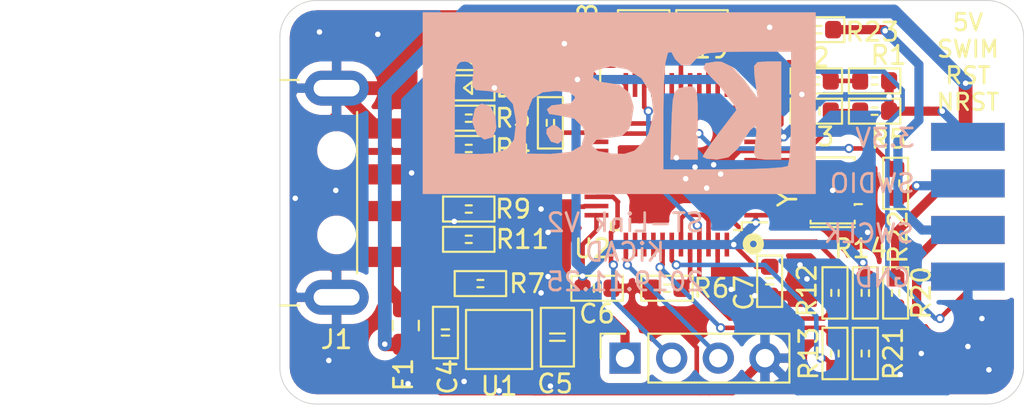
<source format=kicad_pcb>
(kicad_pcb (version 20171130) (host pcbnew "(5.1.4)-1")

  (general
    (thickness 1.6)
    (drawings 14)
    (tracks 369)
    (zones 0)
    (modules 37)
    (nets 34)
  )

  (page A4)
  (layers
    (0 F.Cu signal)
    (31 B.Cu signal)
    (32 B.Adhes user)
    (33 F.Adhes user)
    (34 B.Paste user)
    (35 F.Paste user)
    (36 B.SilkS user)
    (37 F.SilkS user)
    (38 B.Mask user)
    (39 F.Mask user hide)
    (40 Dwgs.User user)
    (41 Cmts.User user)
    (42 Eco1.User user)
    (43 Eco2.User user)
    (44 Edge.Cuts user)
    (45 Margin user)
    (46 B.CrtYd user)
    (47 F.CrtYd user)
    (48 B.Fab user hide)
    (49 F.Fab user hide)
  )

  (setup
    (last_trace_width 0.25)
    (user_trace_width 0.5)
    (user_trace_width 0.75)
    (user_trace_width 1)
    (trace_clearance 0.2)
    (zone_clearance 0.508)
    (zone_45_only no)
    (trace_min 0.2)
    (via_size 0.8)
    (via_drill 0.4)
    (via_min_size 0.4)
    (via_min_drill 0.3)
    (user_via 0.5 0.3)
    (uvia_size 0.3)
    (uvia_drill 0.1)
    (uvias_allowed no)
    (uvia_min_size 0.2)
    (uvia_min_drill 0.1)
    (edge_width 0.05)
    (segment_width 0.2)
    (pcb_text_width 0.3)
    (pcb_text_size 1.5 1.5)
    (mod_edge_width 0.12)
    (mod_text_size 1 1)
    (mod_text_width 0.15)
    (pad_size 1.524 1.524)
    (pad_drill 0.762)
    (pad_to_mask_clearance 0.051)
    (solder_mask_min_width 0.25)
    (aux_axis_origin 0 0)
    (visible_elements 7FFFFFFF)
    (pcbplotparams
      (layerselection 0x010fc_ffffffff)
      (usegerberextensions false)
      (usegerberattributes false)
      (usegerberadvancedattributes false)
      (creategerberjobfile false)
      (gerberprecision 5)
      (excludeedgelayer true)
      (linewidth 0.100000)
      (plotframeref false)
      (viasonmask false)
      (mode 1)
      (useauxorigin false)
      (hpglpennumber 1)
      (hpglpenspeed 20)
      (hpglpendiameter 15.000000)
      (psnegative false)
      (psa4output false)
      (plotreference true)
      (plotvalue true)
      (plotinvisibletext false)
      (padsonsilk false)
      (subtractmaskfromsilk false)
      (outputformat 1)
      (mirror false)
      (drillshape 0)
      (scaleselection 1)
      (outputdirectory "Gerber/"))
  )

  (net 0 "")
  (net 1 /OSC_IN)
  (net 2 GND)
  (net 3 /OSC_OUT)
  (net 4 /RST)
  (net 5 +3V3)
  (net 6 "Net-(D1-Pad2)")
  (net 7 "Net-(D2-Pad2)")
  (net 8 "Net-(F1-Pad2)")
  (net 9 /USB_DP)
  (net 10 /USB_DM)
  (net 11 /ISP_SWDIO)
  (net 12 /ISP_SWCLK)
  (net 13 "Net-(J4-Pad3)")
  (net 14 "Net-(J4-Pad2)")
  (net 15 "Net-(J5-Pad2)")
  (net 16 "Net-(J5-Pad3)")
  (net 17 /PA0)
  (net 18 /LED)
  (net 19 /BOOT0)
  (net 20 "Net-(R7-Pad2)")
  (net 21 /BOOT1)
  (net 22 "Net-(R9-Pad2)")
  (net 23 "Net-(R10-Pad2)")
  (net 24 /SWIM)
  (net 25 /SWIM_IN)
  (net 26 /SWIM_RST_IN)
  (net 27 /SWIM_RST)
  (net 28 /JTMS)
  (net 29 /SWDIO_IN)
  (net 30 /NRST)
  (net 31 /JTCK)
  (net 32 +5V)
  (net 33 "Net-(J4-Pad4)")

  (net_class Default 这是默认网络类。
    (clearance 0.2)
    (trace_width 0.25)
    (via_dia 0.8)
    (via_drill 0.4)
    (uvia_dia 0.3)
    (uvia_drill 0.1)
    (add_net +3V3)
    (add_net +5V)
    (add_net /BOOT0)
    (add_net /BOOT1)
    (add_net /ISP_SWCLK)
    (add_net /ISP_SWDIO)
    (add_net /JTCK)
    (add_net /JTMS)
    (add_net /LED)
    (add_net /NRST)
    (add_net /OSC_IN)
    (add_net /OSC_OUT)
    (add_net /PA0)
    (add_net /RST)
    (add_net /SWDIO_IN)
    (add_net /SWIM)
    (add_net /SWIM_IN)
    (add_net /SWIM_RST)
    (add_net /SWIM_RST_IN)
    (add_net /USB_DM)
    (add_net /USB_DP)
    (add_net GND)
    (add_net "Net-(D1-Pad2)")
    (add_net "Net-(D2-Pad2)")
    (add_net "Net-(F1-Pad2)")
    (add_net "Net-(J4-Pad2)")
    (add_net "Net-(J4-Pad3)")
    (add_net "Net-(J4-Pad4)")
    (add_net "Net-(J5-Pad2)")
    (add_net "Net-(J5-Pad3)")
    (add_net "Net-(R10-Pad2)")
    (add_net "Net-(R7-Pad2)")
    (add_net "Net-(R9-Pad2)")
  )

  (module 0_specific:kicadlogo (layer B.Cu) (tedit 0) (tstamp 5DDBD573)
    (at 57.9755 33.4645 180)
    (fp_text reference G*** (at 0 0) (layer B.SilkS) hide
      (effects (font (size 1.524 1.524) (thickness 0.3)) (justify mirror))
    )
    (fp_text value LOGO (at 0.75 0) (layer B.SilkS) hide
      (effects (font (size 1.524 1.524) (thickness 0.3)) (justify mirror))
    )
    (fp_poly (pts (xy 7.851685 -0.434262) (xy 7.98764 -1.042473) (xy 7.975621 -1.229883) (xy 7.751047 -1.827144)
      (xy 7.342671 -2.117321) (xy 6.902281 -1.998656) (xy 6.871699 -1.969945) (xy 6.694008 -1.48429)
      (xy 6.747985 -0.837469) (xy 7.00485 -0.335334) (xy 7.027389 -0.3154) (xy 7.496594 -0.158143)
      (xy 7.851685 -0.434262)) (layer B.SilkS) (width 0.01))
    (fp_poly (pts (xy 3.951118 -1.540901) (xy 3.963289 -1.782581) (xy 3.715929 -2.228241) (xy 3.336203 -2.342858)
      (xy 3.08346 -2.153061) (xy 3.039487 -1.69407) (xy 3.390585 -1.37882) (xy 3.644858 -1.336842)
      (xy 3.951118 -1.540901)) (layer B.SilkS) (width 0.01))
    (fp_poly (pts (xy -3.593253 0.753022) (xy -3.238965 0.678635) (xy -3.029074 0.484739) (xy -2.919501 0.051682)
      (xy -2.866168 -0.740189) (xy -2.848004 -1.27) (xy -2.787397 -3.208421) (xy -4.277894 -3.208421)
      (xy -4.277894 -1.185399) (xy -4.271179 -0.161108) (xy -4.225718 0.435957) (xy -4.10354 0.713309)
      (xy -3.866671 0.778456) (xy -3.593253 0.753022)) (layer B.SilkS) (width 0.01))
    (fp_poly (pts (xy -7.53158 2.102045) (xy -7.341656 1.88776) (xy -7.368876 1.340725) (xy -7.397614 1.136316)
      (xy -7.542662 0.133684) (xy -6.803366 1.136316) (xy -6.184503 1.826303) (xy -5.590824 2.113741)
      (xy -5.304666 2.138947) (xy -4.69618 2.041102) (xy -4.58651 1.75837) (xy -4.958796 1.326484)
      (xy -5.407681 0.865077) (xy -5.88984 0.256505) (xy -6.40735 -0.470271) (xy -5.476307 -1.689622)
      (xy -4.971752 -2.374471) (xy -4.633642 -2.879465) (xy -4.545263 -3.058697) (xy -4.777514 -3.16502)
      (xy -5.325562 -3.208421) (xy -5.948822 -3.080741) (xy -6.453889 -2.615168) (xy -6.68421 -2.272632)
      (xy -7.147801 -1.587892) (xy -7.404998 -1.388145) (xy -7.474633 -1.673391) (xy -7.404424 -2.272632)
      (xy -7.33706 -2.895788) (xy -7.485484 -3.154536) (xy -7.957542 -3.208197) (xy -8.037862 -3.208421)
      (xy -8.823158 -3.208421) (xy -8.823158 2.138947) (xy -8.037862 2.138947) (xy -7.53158 2.102045)) (layer B.SilkS) (width 0.01))
    (fp_poly (pts (xy 10.694737 -5.08) (xy -10.694736 -5.08) (xy -10.694736 2.673684) (xy -9.357894 2.673684)
      (xy -9.357894 -0.356491) (xy -9.343023 -1.579695) (xy -9.302661 -2.599563) (xy -9.243187 -3.30128)
      (xy -9.179649 -3.564912) (xy -8.858021 -3.633238) (xy -8.111085 -3.689453) (xy -7.048231 -3.727948)
      (xy -5.778848 -3.743112) (xy -5.703859 -3.743158) (xy -2.406315 -3.743158) (xy -2.406315 -0.7193)
      (xy -1.875945 -0.7193) (xy -1.603365 -1.772445) (xy -1.306509 -2.250466) (xy -0.83552 -2.722896)
      (xy -0.284944 -2.898028) (xy 0.364543 -2.888102) (xy 1.163271 -2.746358) (xy 1.466291 -2.468332)
      (xy 1.470527 -2.420061) (xy 1.23374 -2.121931) (xy 0.542534 -2.019009) (xy -0.138923 -1.927295)
      (xy -0.199879 -1.871579) (xy 1.871579 -1.871579) (xy 2.057892 -2.455848) (xy 2.64689 -2.790556)
      (xy 3.683666 -2.899985) (xy 3.781029 -2.899785) (xy 5.08 -2.889723) (xy 5.08 -1.694653)
      (xy 5.044981 -1.203158) (xy 5.614737 -1.203158) (xy 5.722311 -2.109544) (xy 6.103757 -2.641117)
      (xy 6.847163 -2.875012) (xy 7.557141 -2.904064) (xy 8.956842 -2.887345) (xy 8.956842 -0.374199)
      (xy 8.949238 0.797609) (xy 8.911687 1.534782) (xy 8.822085 1.937366) (xy 8.658328 2.105406)
      (xy 8.40157 2.138947) (xy 8.020317 2.051801) (xy 7.926622 1.688059) (xy 7.964021 1.336842)
      (xy 8.001357 0.804248) (xy 7.80434 0.581878) (xy 7.232011 0.534974) (xy 7.125017 0.534737)
      (xy 6.274814 0.360015) (xy 5.781928 -0.188141) (xy 5.615082 -1.145719) (xy 5.614737 -1.203158)
      (xy 5.044981 -1.203158) (xy 5.000115 -0.573461) (xy 4.719934 0.115499) (xy 4.178669 0.45621)
      (xy 3.466383 0.534737) (xy 2.713334 0.4618) (xy 2.416427 0.228399) (xy 2.406316 0.15019)
      (xy 2.635414 -0.142795) (xy 3.112379 -0.18402) (xy 3.676847 -0.257942) (xy 3.936765 -0.467895)
      (xy 3.809128 -0.725368) (xy 3.284176 -0.802105) (xy 2.442316 -0.978318) (xy 1.956275 -1.463107)
      (xy 1.871579 -1.871579) (xy -0.199879 -1.871579) (xy -0.506633 -1.591199) (xy -0.645395 -1.27)
      (xy -0.790797 -0.336068) (xy -0.56526 0.412494) (xy -0.024054 0.8599) (xy 0.407492 0.935789)
      (xy 1.07454 1.032797) (xy 1.428048 1.269991) (xy 1.373414 1.566629) (xy 1.255887 1.659902)
      (xy 0.473988 1.873332) (xy -0.421758 1.71499) (xy -1.204932 1.225609) (xy -1.215311 1.215311)
      (xy -1.744991 0.337498) (xy -1.875945 -0.7193) (xy -2.406315 -0.7193) (xy -2.406315 -0.534737)
      (xy -2.434492 1.030997) (xy -2.518167 2.086076) (xy -2.656057 2.6248) (xy -2.846883 2.641469)
      (xy -3.03774 2.272631) (xy -3.392515 1.921756) (xy -3.868415 1.938772) (xy -4.181207 2.272631)
      (xy -4.369301 2.468837) (xy -4.813027 2.591798) (xy -5.604926 2.655438) (xy -6.83754 2.673684)
      (xy -9.357894 2.673684) (xy -10.694736 2.673684) (xy -10.694736 4.812631) (xy 10.694737 4.812631)
      (xy 10.694737 -5.08)) (layer B.SilkS) (width 0.01))
  )

  (module 0_std:0603_C (layer F.Cu) (tedit 5D76192D) (tstamp 5DD50901)
    (at 68.707 34.036 180)
    (descr "Capacitor SMD 0603 (1608 Metric), square (rectangular) end terminal, IPC_7351 nominal, (Body size source: http://www.tortai-tech.com/upload/download/2011102023233369053.pdf), generated with kicad-footprint-generator")
    (tags capacitor)
    (path /5DD8F4D4)
    (attr smd)
    (fp_text reference C3 (at 0 -1.397) (layer F.SilkS)
      (effects (font (size 1 1) (thickness 0.15)))
    )
    (fp_text value 22pF (at 0 1.43) (layer F.Fab)
      (effects (font (size 1 1) (thickness 0.15)))
    )
    (fp_line (start -0.8 0.4) (end -0.8 -0.4) (layer F.Fab) (width 0.1))
    (fp_line (start -0.8 -0.4) (end 0.8 -0.4) (layer F.Fab) (width 0.1))
    (fp_line (start 0.8 -0.4) (end 0.8 0.4) (layer F.Fab) (width 0.1))
    (fp_line (start 0.8 0.4) (end -0.8 0.4) (layer F.Fab) (width 0.1))
    (fp_line (start -1.4 -0.68) (end 1.4 -0.68) (layer F.SilkS) (width 0.12))
    (fp_line (start -1.4 0.68) (end 1.4 0.68) (layer F.SilkS) (width 0.12))
    (fp_line (start -1.48 0.73) (end -1.48 -0.73) (layer F.CrtYd) (width 0.05))
    (fp_line (start -1.48 -0.73) (end 1.48 -0.73) (layer F.CrtYd) (width 0.05))
    (fp_line (start 1.48 -0.73) (end 1.48 0.73) (layer F.CrtYd) (width 0.05))
    (fp_line (start 1.48 0.73) (end -1.48 0.73) (layer F.CrtYd) (width 0.05))
    (fp_text user %R (at 0 0) (layer F.Fab)
      (effects (font (size 0.4 0.4) (thickness 0.06)))
    )
    (fp_line (start 1.4 -0.68) (end 1.4 0.68) (layer F.SilkS) (width 0.12))
    (fp_line (start -1.4 0.68) (end -1.4 -0.68) (layer F.SilkS) (width 0.12))
    (fp_line (start -0.17 -0.2) (end -0.17 0.2) (layer F.SilkS) (width 0.12))
    (fp_line (start 0.17 -0.2) (end 0.17 0.2) (layer F.SilkS) (width 0.12))
    (pad 1 smd roundrect (at -0.7875 0 180) (size 0.875 0.95) (layers F.Cu F.Paste F.Mask) (roundrect_rratio 0.25)
      (net 4 /RST))
    (pad 2 smd roundrect (at 0.7875 0 180) (size 0.875 0.95) (layers F.Cu F.Paste F.Mask) (roundrect_rratio 0.25)
      (net 2 GND))
    (model ${KISYS3DMOD}/Capacitor_SMD.3dshapes/C_0603_1608Metric.wrl
      (at (xyz 0 0 0))
      (scale (xyz 1 1 1))
      (rotate (xyz 0 0 0))
    )
  )

  (module 0_std:0603_C (layer F.Cu) (tedit 5D76192D) (tstamp 5DD50916)
    (at 48.514 46.101 270)
    (descr "Capacitor SMD 0603 (1608 Metric), square (rectangular) end terminal, IPC_7351 nominal, (Body size source: http://www.tortai-tech.com/upload/download/2011102023233369053.pdf), generated with kicad-footprint-generator")
    (tags capacitor)
    (path /5DD50465)
    (attr smd)
    (fp_text reference C4 (at 2.413 -0.127 90) (layer F.SilkS)
      (effects (font (size 1 1) (thickness 0.15)))
    )
    (fp_text value 1uF (at 0 1.43 90) (layer F.Fab)
      (effects (font (size 1 1) (thickness 0.15)))
    )
    (fp_line (start 0.17 -0.2) (end 0.17 0.2) (layer F.SilkS) (width 0.12))
    (fp_line (start -0.17 -0.2) (end -0.17 0.2) (layer F.SilkS) (width 0.12))
    (fp_line (start -1.4 0.68) (end -1.4 -0.68) (layer F.SilkS) (width 0.12))
    (fp_line (start 1.4 -0.68) (end 1.4 0.68) (layer F.SilkS) (width 0.12))
    (fp_text user %R (at 0 0 90) (layer F.Fab)
      (effects (font (size 0.4 0.4) (thickness 0.06)))
    )
    (fp_line (start 1.48 0.73) (end -1.48 0.73) (layer F.CrtYd) (width 0.05))
    (fp_line (start 1.48 -0.73) (end 1.48 0.73) (layer F.CrtYd) (width 0.05))
    (fp_line (start -1.48 -0.73) (end 1.48 -0.73) (layer F.CrtYd) (width 0.05))
    (fp_line (start -1.48 0.73) (end -1.48 -0.73) (layer F.CrtYd) (width 0.05))
    (fp_line (start -1.4 0.68) (end 1.4 0.68) (layer F.SilkS) (width 0.12))
    (fp_line (start -1.4 -0.68) (end 1.4 -0.68) (layer F.SilkS) (width 0.12))
    (fp_line (start 0.8 0.4) (end -0.8 0.4) (layer F.Fab) (width 0.1))
    (fp_line (start 0.8 -0.4) (end 0.8 0.4) (layer F.Fab) (width 0.1))
    (fp_line (start -0.8 -0.4) (end 0.8 -0.4) (layer F.Fab) (width 0.1))
    (fp_line (start -0.8 0.4) (end -0.8 -0.4) (layer F.Fab) (width 0.1))
    (pad 2 smd roundrect (at 0.7875 0 270) (size 0.875 0.95) (layers F.Cu F.Paste F.Mask) (roundrect_rratio 0.25)
      (net 2 GND))
    (pad 1 smd roundrect (at -0.7875 0 270) (size 0.875 0.95) (layers F.Cu F.Paste F.Mask) (roundrect_rratio 0.25)
      (net 32 +5V))
    (model ${KISYS3DMOD}/Capacitor_SMD.3dshapes/C_0603_1608Metric.wrl
      (at (xyz 0 0 0))
      (scale (xyz 1 1 1))
      (rotate (xyz 0 0 0))
    )
  )

  (module 0_std:0805_C (layer F.Cu) (tedit 5D761A91) (tstamp 5DD5092B)
    (at 54.61 46.355 270)
    (descr "Capacitor SMD 0805 (2012 Metric), square (rectangular) end terminal, IPC_7351 nominal, (Body size source: https://docs.google.com/spreadsheets/d/1BsfQQcO9C6DZCsRaXUlFlo91Tg2WpOkGARC1WS5S8t0/edit?usp=sharing), generated with kicad-footprint-generator")
    (tags capacitor)
    (path /5DD4F21F)
    (attr smd)
    (fp_text reference C5 (at 2.54 0.127 180) (layer F.SilkS)
      (effects (font (size 1 1) (thickness 0.15)))
    )
    (fp_text value 10uF (at 0 1.65 90) (layer F.Fab)
      (effects (font (size 1 1) (thickness 0.15)))
    )
    (fp_line (start -1 0.6) (end -1 -0.6) (layer F.Fab) (width 0.1))
    (fp_line (start -1 -0.6) (end 1 -0.6) (layer F.Fab) (width 0.1))
    (fp_line (start 1 -0.6) (end 1 0.6) (layer F.Fab) (width 0.1))
    (fp_line (start 1 0.6) (end -1 0.6) (layer F.Fab) (width 0.1))
    (fp_line (start -1.6 -0.9) (end 1.6 -0.9) (layer F.SilkS) (width 0.12))
    (fp_line (start -1.6 0.9) (end 1.6 0.9) (layer F.SilkS) (width 0.12))
    (fp_line (start -1.68 0.95) (end -1.68 -0.95) (layer F.CrtYd) (width 0.05))
    (fp_line (start -1.68 -0.95) (end 1.68 -0.95) (layer F.CrtYd) (width 0.05))
    (fp_line (start 1.68 -0.95) (end 1.68 0.95) (layer F.CrtYd) (width 0.05))
    (fp_line (start 1.68 0.95) (end -1.68 0.95) (layer F.CrtYd) (width 0.05))
    (fp_text user %R (at 0 0 90) (layer F.Fab)
      (effects (font (size 0.5 0.5) (thickness 0.08)))
    )
    (fp_line (start -1.6 -0.9) (end -1.6 0.9) (layer F.SilkS) (width 0.12))
    (fp_line (start 1.6 -0.9) (end 1.6 0.9) (layer F.SilkS) (width 0.12))
    (fp_line (start -0.2 -0.4) (end -0.2 0.4) (layer F.SilkS) (width 0.12))
    (fp_line (start 0.2 -0.4) (end 0.2 0.4) (layer F.SilkS) (width 0.12))
    (pad 1 smd roundrect (at -0.9375 0 270) (size 0.975 1.4) (layers F.Cu F.Paste F.Mask) (roundrect_rratio 0.25)
      (net 5 +3V3))
    (pad 2 smd roundrect (at 0.9375 0 270) (size 0.975 1.4) (layers F.Cu F.Paste F.Mask) (roundrect_rratio 0.25)
      (net 2 GND))
    (model ${KISYS3DMOD}/Capacitor_SMD.3dshapes/C_0805_2012Metric.wrl
      (at (xyz 0 0 0))
      (scale (xyz 1 1 1))
      (rotate (xyz 0 0 0))
    )
  )

  (module 0_std:0603_C (layer F.Cu) (tedit 5D76192D) (tstamp 5DD50940)
    (at 56.769 43.688)
    (descr "Capacitor SMD 0603 (1608 Metric), square (rectangular) end terminal, IPC_7351 nominal, (Body size source: http://www.tortai-tech.com/upload/download/2011102023233369053.pdf), generated with kicad-footprint-generator")
    (tags capacitor)
    (path /5DDDEE81)
    (attr smd)
    (fp_text reference C6 (at 0 1.397) (layer F.SilkS)
      (effects (font (size 1 1) (thickness 0.15)))
    )
    (fp_text value 100nF (at 0 1.43) (layer F.Fab)
      (effects (font (size 1 1) (thickness 0.15)))
    )
    (fp_line (start -0.8 0.4) (end -0.8 -0.4) (layer F.Fab) (width 0.1))
    (fp_line (start -0.8 -0.4) (end 0.8 -0.4) (layer F.Fab) (width 0.1))
    (fp_line (start 0.8 -0.4) (end 0.8 0.4) (layer F.Fab) (width 0.1))
    (fp_line (start 0.8 0.4) (end -0.8 0.4) (layer F.Fab) (width 0.1))
    (fp_line (start -1.4 -0.68) (end 1.4 -0.68) (layer F.SilkS) (width 0.12))
    (fp_line (start -1.4 0.68) (end 1.4 0.68) (layer F.SilkS) (width 0.12))
    (fp_line (start -1.48 0.73) (end -1.48 -0.73) (layer F.CrtYd) (width 0.05))
    (fp_line (start -1.48 -0.73) (end 1.48 -0.73) (layer F.CrtYd) (width 0.05))
    (fp_line (start 1.48 -0.73) (end 1.48 0.73) (layer F.CrtYd) (width 0.05))
    (fp_line (start 1.48 0.73) (end -1.48 0.73) (layer F.CrtYd) (width 0.05))
    (fp_text user %R (at 0 0) (layer F.Fab)
      (effects (font (size 0.4 0.4) (thickness 0.06)))
    )
    (fp_line (start 1.4 -0.68) (end 1.4 0.68) (layer F.SilkS) (width 0.12))
    (fp_line (start -1.4 0.68) (end -1.4 -0.68) (layer F.SilkS) (width 0.12))
    (fp_line (start -0.17 -0.2) (end -0.17 0.2) (layer F.SilkS) (width 0.12))
    (fp_line (start 0.17 -0.2) (end 0.17 0.2) (layer F.SilkS) (width 0.12))
    (pad 1 smd roundrect (at -0.7875 0) (size 0.875 0.95) (layers F.Cu F.Paste F.Mask) (roundrect_rratio 0.25)
      (net 5 +3V3))
    (pad 2 smd roundrect (at 0.7875 0) (size 0.875 0.95) (layers F.Cu F.Paste F.Mask) (roundrect_rratio 0.25)
      (net 2 GND))
    (model ${KISYS3DMOD}/Capacitor_SMD.3dshapes/C_0603_1608Metric.wrl
      (at (xyz 0 0 0))
      (scale (xyz 1 1 1))
      (rotate (xyz 0 0 0))
    )
  )

  (module 0_std:0603_C (layer F.Cu) (tedit 5D76192D) (tstamp 5DD50955)
    (at 66.167 43.307 270)
    (descr "Capacitor SMD 0603 (1608 Metric), square (rectangular) end terminal, IPC_7351 nominal, (Body size source: http://www.tortai-tech.com/upload/download/2011102023233369053.pdf), generated with kicad-footprint-generator")
    (tags capacitor)
    (path /5DDE1D69)
    (attr smd)
    (fp_text reference C7 (at 0.635 1.397 90) (layer F.SilkS)
      (effects (font (size 1 1) (thickness 0.15)))
    )
    (fp_text value 100nF (at 0 1.43 90) (layer F.Fab)
      (effects (font (size 1 1) (thickness 0.15)))
    )
    (fp_line (start 0.17 -0.2) (end 0.17 0.2) (layer F.SilkS) (width 0.12))
    (fp_line (start -0.17 -0.2) (end -0.17 0.2) (layer F.SilkS) (width 0.12))
    (fp_line (start -1.4 0.68) (end -1.4 -0.68) (layer F.SilkS) (width 0.12))
    (fp_line (start 1.4 -0.68) (end 1.4 0.68) (layer F.SilkS) (width 0.12))
    (fp_text user %R (at 0 0 90) (layer F.Fab)
      (effects (font (size 0.4 0.4) (thickness 0.06)))
    )
    (fp_line (start 1.48 0.73) (end -1.48 0.73) (layer F.CrtYd) (width 0.05))
    (fp_line (start 1.48 -0.73) (end 1.48 0.73) (layer F.CrtYd) (width 0.05))
    (fp_line (start -1.48 -0.73) (end 1.48 -0.73) (layer F.CrtYd) (width 0.05))
    (fp_line (start -1.48 0.73) (end -1.48 -0.73) (layer F.CrtYd) (width 0.05))
    (fp_line (start -1.4 0.68) (end 1.4 0.68) (layer F.SilkS) (width 0.12))
    (fp_line (start -1.4 -0.68) (end 1.4 -0.68) (layer F.SilkS) (width 0.12))
    (fp_line (start 0.8 0.4) (end -0.8 0.4) (layer F.Fab) (width 0.1))
    (fp_line (start 0.8 -0.4) (end 0.8 0.4) (layer F.Fab) (width 0.1))
    (fp_line (start -0.8 -0.4) (end 0.8 -0.4) (layer F.Fab) (width 0.1))
    (fp_line (start -0.8 0.4) (end -0.8 -0.4) (layer F.Fab) (width 0.1))
    (pad 2 smd roundrect (at 0.7875 0 270) (size 0.875 0.95) (layers F.Cu F.Paste F.Mask) (roundrect_rratio 0.25)
      (net 2 GND))
    (pad 1 smd roundrect (at -0.7875 0 270) (size 0.875 0.95) (layers F.Cu F.Paste F.Mask) (roundrect_rratio 0.25)
      (net 5 +3V3))
    (model ${KISYS3DMOD}/Capacitor_SMD.3dshapes/C_0603_1608Metric.wrl
      (at (xyz 0 0 0))
      (scale (xyz 1 1 1))
      (rotate (xyz 0 0 0))
    )
  )

  (module 0_std:0603_C (layer F.Cu) (tedit 5D76192D) (tstamp 5DD5096A)
    (at 56.261 31.5215 90)
    (descr "Capacitor SMD 0603 (1608 Metric), square (rectangular) end terminal, IPC_7351 nominal, (Body size source: http://www.tortai-tech.com/upload/download/2011102023233369053.pdf), generated with kicad-footprint-generator")
    (tags capacitor)
    (path /5DDE201F)
    (attr smd)
    (fp_text reference C8 (at 2.413 0 90) (layer F.SilkS)
      (effects (font (size 1 1) (thickness 0.15)))
    )
    (fp_text value 100nF (at 0 1.43 90) (layer F.Fab)
      (effects (font (size 1 1) (thickness 0.15)))
    )
    (fp_line (start -0.8 0.4) (end -0.8 -0.4) (layer F.Fab) (width 0.1))
    (fp_line (start -0.8 -0.4) (end 0.8 -0.4) (layer F.Fab) (width 0.1))
    (fp_line (start 0.8 -0.4) (end 0.8 0.4) (layer F.Fab) (width 0.1))
    (fp_line (start 0.8 0.4) (end -0.8 0.4) (layer F.Fab) (width 0.1))
    (fp_line (start -1.4 -0.68) (end 1.4 -0.68) (layer F.SilkS) (width 0.12))
    (fp_line (start -1.4 0.68) (end 1.4 0.68) (layer F.SilkS) (width 0.12))
    (fp_line (start -1.48 0.73) (end -1.48 -0.73) (layer F.CrtYd) (width 0.05))
    (fp_line (start -1.48 -0.73) (end 1.48 -0.73) (layer F.CrtYd) (width 0.05))
    (fp_line (start 1.48 -0.73) (end 1.48 0.73) (layer F.CrtYd) (width 0.05))
    (fp_line (start 1.48 0.73) (end -1.48 0.73) (layer F.CrtYd) (width 0.05))
    (fp_text user %R (at 0 0 90) (layer F.Fab)
      (effects (font (size 0.4 0.4) (thickness 0.06)))
    )
    (fp_line (start 1.4 -0.68) (end 1.4 0.68) (layer F.SilkS) (width 0.12))
    (fp_line (start -1.4 0.68) (end -1.4 -0.68) (layer F.SilkS) (width 0.12))
    (fp_line (start -0.17 -0.2) (end -0.17 0.2) (layer F.SilkS) (width 0.12))
    (fp_line (start 0.17 -0.2) (end 0.17 0.2) (layer F.SilkS) (width 0.12))
    (pad 1 smd roundrect (at -0.7875 0 90) (size 0.875 0.95) (layers F.Cu F.Paste F.Mask) (roundrect_rratio 0.25)
      (net 5 +3V3))
    (pad 2 smd roundrect (at 0.7875 0 90) (size 0.875 0.95) (layers F.Cu F.Paste F.Mask) (roundrect_rratio 0.25)
      (net 2 GND))
    (model ${KISYS3DMOD}/Capacitor_SMD.3dshapes/C_0603_1608Metric.wrl
      (at (xyz 0 0 0))
      (scale (xyz 1 1 1))
      (rotate (xyz 0 0 0))
    )
  )

  (module 0_std:0603_LED (layer F.Cu) (tedit 5D76197A) (tstamp 5DD546C4)
    (at 49.784 32.766 180)
    (descr "LED SMD 0603 (1608 Metric), square (rectangular) end terminal, IPC_7351 nominal, (Body size source: http://www.tortai-tech.com/upload/download/2011102023233369053.pdf), generated with kicad-footprint-generator")
    (tags diode)
    (path /5DD81F48)
    (attr smd)
    (fp_text reference D1 (at -2.413 0) (layer F.SilkS)
      (effects (font (size 1 1) (thickness 0.15)))
    )
    (fp_text value LED_B (at 0 1.43) (layer F.Fab)
      (effects (font (size 1 1) (thickness 0.15)))
    )
    (fp_line (start -1.4 -0.68) (end -1.4 0.68) (layer F.SilkS) (width 0.12))
    (fp_line (start -1.4 0.68) (end 1.4 0.68) (layer F.SilkS) (width 0.12))
    (fp_line (start -1.4 -0.68) (end 1.4 -0.68) (layer F.SilkS) (width 0.12))
    (fp_line (start 0.254 0) (end -0.1778 -0.3302) (layer F.SilkS) (width 0.12))
    (fp_line (start -0.1778 0.3302) (end 0.254 0) (layer F.SilkS) (width 0.12))
    (fp_line (start -0.1778 -0.3302) (end -0.1778 0.3302) (layer F.SilkS) (width 0.12))
    (fp_line (start 1.4 -0.68) (end 1.4 0.68) (layer F.SilkS) (width 0.15))
    (fp_text user %R (at 0 0) (layer F.Fab)
      (effects (font (size 0.4 0.4) (thickness 0.06)))
    )
    (fp_line (start 1.48 0.73) (end -1.48 0.73) (layer F.CrtYd) (width 0.05))
    (fp_line (start 1.48 -0.73) (end 1.48 0.73) (layer F.CrtYd) (width 0.05))
    (fp_line (start -1.48 -0.73) (end 1.48 -0.73) (layer F.CrtYd) (width 0.05))
    (fp_line (start -1.48 0.73) (end -1.48 -0.73) (layer F.CrtYd) (width 0.05))
    (fp_line (start 0.8 0.4) (end 0.8 -0.4) (layer F.Fab) (width 0.1))
    (fp_line (start -0.8 0.4) (end 0.8 0.4) (layer F.Fab) (width 0.1))
    (fp_line (start -0.8 -0.1) (end -0.8 0.4) (layer F.Fab) (width 0.1))
    (fp_line (start -0.5 -0.4) (end -0.8 -0.1) (layer F.Fab) (width 0.1))
    (fp_line (start 0.8 -0.4) (end -0.5 -0.4) (layer F.Fab) (width 0.1))
    (pad 2 smd roundrect (at 0.7875 0 180) (size 0.875 0.95) (layers F.Cu F.Paste F.Mask) (roundrect_rratio 0.25)
      (net 6 "Net-(D1-Pad2)"))
    (pad 1 smd roundrect (at -0.7875 0 180) (size 0.875 0.95) (layers F.Cu F.Paste F.Mask) (roundrect_rratio 0.25)
      (net 2 GND))
    (model ${KISYS3DMOD}/LED_SMD.3dshapes/LED_0603_1608Metric.wrl
      (at (xyz 0 0 0))
      (scale (xyz 1 1 1))
      (rotate (xyz 0 0 0))
    )
  )

  (module 0_std:0603_LED (layer F.Cu) (tedit 5D76197A) (tstamp 5DD54646)
    (at 49.784 31.115 180)
    (descr "LED SMD 0603 (1608 Metric), square (rectangular) end terminal, IPC_7351 nominal, (Body size source: http://www.tortai-tech.com/upload/download/2011102023233369053.pdf), generated with kicad-footprint-generator")
    (tags diode)
    (path /5DD83EAF)
    (attr smd)
    (fp_text reference D2 (at -2.413 0) (layer F.SilkS)
      (effects (font (size 1 1) (thickness 0.15)))
    )
    (fp_text value LED_R (at 0 1.43) (layer F.Fab)
      (effects (font (size 1 1) (thickness 0.15)))
    )
    (fp_line (start 0.8 -0.4) (end -0.5 -0.4) (layer F.Fab) (width 0.1))
    (fp_line (start -0.5 -0.4) (end -0.8 -0.1) (layer F.Fab) (width 0.1))
    (fp_line (start -0.8 -0.1) (end -0.8 0.4) (layer F.Fab) (width 0.1))
    (fp_line (start -0.8 0.4) (end 0.8 0.4) (layer F.Fab) (width 0.1))
    (fp_line (start 0.8 0.4) (end 0.8 -0.4) (layer F.Fab) (width 0.1))
    (fp_line (start -1.48 0.73) (end -1.48 -0.73) (layer F.CrtYd) (width 0.05))
    (fp_line (start -1.48 -0.73) (end 1.48 -0.73) (layer F.CrtYd) (width 0.05))
    (fp_line (start 1.48 -0.73) (end 1.48 0.73) (layer F.CrtYd) (width 0.05))
    (fp_line (start 1.48 0.73) (end -1.48 0.73) (layer F.CrtYd) (width 0.05))
    (fp_text user %R (at 0 0) (layer F.Fab)
      (effects (font (size 0.4 0.4) (thickness 0.06)))
    )
    (fp_line (start 1.4 -0.68) (end 1.4 0.68) (layer F.SilkS) (width 0.15))
    (fp_line (start -0.1778 -0.3302) (end -0.1778 0.3302) (layer F.SilkS) (width 0.12))
    (fp_line (start -0.1778 0.3302) (end 0.254 0) (layer F.SilkS) (width 0.12))
    (fp_line (start 0.254 0) (end -0.1778 -0.3302) (layer F.SilkS) (width 0.12))
    (fp_line (start -1.4 -0.68) (end 1.4 -0.68) (layer F.SilkS) (width 0.12))
    (fp_line (start -1.4 0.68) (end 1.4 0.68) (layer F.SilkS) (width 0.12))
    (fp_line (start -1.4 -0.68) (end -1.4 0.68) (layer F.SilkS) (width 0.12))
    (pad 1 smd roundrect (at -0.7875 0 180) (size 0.875 0.95) (layers F.Cu F.Paste F.Mask) (roundrect_rratio 0.25)
      (net 5 +3V3))
    (pad 2 smd roundrect (at 0.7875 0 180) (size 0.875 0.95) (layers F.Cu F.Paste F.Mask) (roundrect_rratio 0.25)
      (net 7 "Net-(D2-Pad2)"))
    (model ${KISYS3DMOD}/LED_SMD.3dshapes/LED_0603_1608Metric.wrl
      (at (xyz 0 0 0))
      (scale (xyz 1 1 1))
      (rotate (xyz 0 0 0))
    )
  )

  (module Fuse:Fuse_0805_2012Metric_Pad1.15x1.40mm_HandSolder (layer F.Cu) (tedit 5B36C52C) (tstamp 5DD509A9)
    (at 46.355 45.72 90)
    (descr "Fuse SMD 0805 (2012 Metric), square (rectangular) end terminal, IPC_7351 nominal with elongated pad for handsoldering. (Body size source: https://docs.google.com/spreadsheets/d/1BsfQQcO9C6DZCsRaXUlFlo91Tg2WpOkGARC1WS5S8t0/edit?usp=sharing), generated with kicad-footprint-generator")
    (tags "resistor handsolder")
    (path /5DD4E1C3)
    (attr smd)
    (fp_text reference F1 (at -2.676 -0.127 90) (layer F.SilkS)
      (effects (font (size 1 1) (thickness 0.15)))
    )
    (fp_text value 0.5A (at 0 1.65 90) (layer F.Fab)
      (effects (font (size 1 1) (thickness 0.15)))
    )
    (fp_line (start -1 0.6) (end -1 -0.6) (layer F.Fab) (width 0.1))
    (fp_line (start -1 -0.6) (end 1 -0.6) (layer F.Fab) (width 0.1))
    (fp_line (start 1 -0.6) (end 1 0.6) (layer F.Fab) (width 0.1))
    (fp_line (start 1 0.6) (end -1 0.6) (layer F.Fab) (width 0.1))
    (fp_line (start -0.261252 -0.71) (end 0.261252 -0.71) (layer F.SilkS) (width 0.12))
    (fp_line (start -0.261252 0.71) (end 0.261252 0.71) (layer F.SilkS) (width 0.12))
    (fp_line (start -1.85 0.95) (end -1.85 -0.95) (layer F.CrtYd) (width 0.05))
    (fp_line (start -1.85 -0.95) (end 1.85 -0.95) (layer F.CrtYd) (width 0.05))
    (fp_line (start 1.85 -0.95) (end 1.85 0.95) (layer F.CrtYd) (width 0.05))
    (fp_line (start 1.85 0.95) (end -1.85 0.95) (layer F.CrtYd) (width 0.05))
    (fp_text user %R (at 0 0 90) (layer F.Fab)
      (effects (font (size 0.5 0.5) (thickness 0.08)))
    )
    (pad 1 smd roundrect (at -1.025 0 90) (size 1.15 1.4) (layers F.Cu F.Paste F.Mask) (roundrect_rratio 0.217391)
      (net 32 +5V))
    (pad 2 smd roundrect (at 1.025 0 90) (size 1.15 1.4) (layers F.Cu F.Paste F.Mask) (roundrect_rratio 0.217391)
      (net 8 "Net-(F1-Pad2)"))
    (model ${KISYS3DMOD}/Fuse.3dshapes/Fuse_0805_2012Metric.wrl
      (at (xyz 0 0 0))
      (scale (xyz 1 1 1))
      (rotate (xyz 0 0 0))
    )
  )

  (module Connector_USB:USB_A_CNCTech_1001-011-01101_Horizontal (layer F.Cu) (tedit 5AFEF547) (tstamp 5DD509D9)
    (at 35.687 38.481 180)
    (descr http://cnctech.us/pdfs/1001-011-01101.pdf)
    (tags USB-A)
    (path /5DD55032)
    (attr smd)
    (fp_text reference J1 (at -6.9 -8) (layer F.SilkS)
      (effects (font (size 1 1) (thickness 0.15)))
    )
    (fp_text value USB_A (at 0 8 180) (layer F.Fab)
      (effects (font (size 1 1) (thickness 0.15)))
    )
    (fp_line (start -7.9 6.025) (end -7.9 -6.025) (layer F.Fab) (width 0.1))
    (fp_line (start -7.9 -6.025) (end 10.9 -6.025) (layer F.Fab) (width 0.1))
    (fp_line (start -7.9 6.025) (end 10.9 6.025) (layer F.Fab) (width 0.1))
    (fp_line (start 10.9 6.025) (end 10.9 -6.025) (layer F.Fab) (width 0.1))
    (fp_line (start -10.4 3.75) (end -10.4 3.25) (layer F.Fab) (width 0.1))
    (fp_line (start -10.4 3.25) (end -7.9 3.25) (layer F.Fab) (width 0.1))
    (fp_line (start -10.4 3.75) (end -7.9 3.75) (layer F.Fab) (width 0.1))
    (fp_line (start -10.4 0.75) (end -7.9 0.75) (layer F.Fab) (width 0.1))
    (fp_line (start -10.4 1.25) (end -10.4 0.75) (layer F.Fab) (width 0.1))
    (fp_line (start -10.4 1.25) (end -7.9 1.25) (layer F.Fab) (width 0.1))
    (fp_line (start -10.4 -0.75) (end -10.4 -1.25) (layer F.Fab) (width 0.1))
    (fp_line (start -10.4 -0.75) (end -7.9 -0.75) (layer F.Fab) (width 0.1))
    (fp_line (start -10.4 -1.25) (end -7.9 -1.25) (layer F.Fab) (width 0.1))
    (fp_line (start -10.4 -3.75) (end -7.9 -3.75) (layer F.Fab) (width 0.1))
    (fp_line (start -10.4 -3.25) (end -10.4 -3.75) (layer F.Fab) (width 0.1))
    (fp_line (start -10.4 -3.25) (end -7.9 -3.25) (layer F.Fab) (width 0.1))
    (fp_circle (center -6.9 -2.3) (end -6.9 -2.8) (layer F.Fab) (width 0.1))
    (fp_circle (center -6.9 2.3) (end -6.9 2.8) (layer F.Fab) (width 0.1))
    (fp_line (start -8.02 -4.4) (end -8.02 4.4) (layer F.SilkS) (width 0.12))
    (fp_line (start -3.8 6.025) (end -3.8 -6.025) (layer Dwgs.User) (width 0.1))
    (fp_text user "PCB Edge" (at -4.55 -0.05 90) (layer Dwgs.User)
      (effects (font (size 0.6 0.6) (thickness 0.09)))
    )
    (fp_line (start -4.85 -6.145) (end -3.8 -6.145) (layer F.SilkS) (width 0.12))
    (fp_line (start -4.85 6.145) (end -3.8 6.145) (layer F.SilkS) (width 0.12))
    (fp_line (start -11.4 4.55) (end -11.4 -4.55) (layer F.CrtYd) (width 0.05))
    (fp_line (start -11.4 -4.55) (end -9.15 -4.55) (layer F.CrtYd) (width 0.05))
    (fp_line (start -9.15 -7.15) (end -9.15 -4.55) (layer F.CrtYd) (width 0.05))
    (fp_line (start -9.15 -7.15) (end -4.65 -7.15) (layer F.CrtYd) (width 0.05))
    (fp_line (start -4.65 -6.52) (end -4.65 -7.15) (layer F.CrtYd) (width 0.05))
    (fp_line (start -4.65 -6.52) (end 11.4 -6.52) (layer F.CrtYd) (width 0.05))
    (fp_line (start 11.4 6.52) (end 11.4 -6.52) (layer F.CrtYd) (width 0.05))
    (fp_text user %R (at -6 0 90) (layer F.Fab)
      (effects (font (size 1 1) (thickness 0.15)))
    )
    (fp_line (start -4.65 6.52) (end 11.4 6.52) (layer F.CrtYd) (width 0.05))
    (fp_line (start -4.65 7.15) (end -4.65 6.52) (layer F.CrtYd) (width 0.05))
    (fp_line (start -9.15 7.15) (end -4.65 7.15) (layer F.CrtYd) (width 0.05))
    (fp_line (start -9.15 4.55) (end -9.15 7.15) (layer F.CrtYd) (width 0.05))
    (fp_line (start -11.4 4.55) (end -9.15 4.55) (layer F.CrtYd) (width 0.05))
    (pad 2 smd rect (at -9.65 -1 180) (size 2.5 1.1) (layers F.Cu F.Paste F.Mask)
      (net 10 /USB_DM))
    (pad 3 smd rect (at -9.65 1 180) (size 2.5 1.1) (layers F.Cu F.Paste F.Mask)
      (net 9 /USB_DP))
    (pad 1 smd rect (at -9.65 -3.5 180) (size 2.5 1.1) (layers F.Cu F.Paste F.Mask)
      (net 8 "Net-(F1-Pad2)"))
    (pad 4 smd rect (at -9.65 3.5 180) (size 2.5 1.1) (layers F.Cu F.Paste F.Mask)
      (net 2 GND))
    (pad 5 thru_hole oval (at -6.9 -5.7 180) (size 3.5 1.9) (drill oval 2.5 0.9) (layers *.Cu *.Mask)
      (net 2 GND))
    (pad 5 thru_hole oval (at -6.9 5.7 180) (size 3.5 1.9) (drill oval 2.5 0.9) (layers *.Cu *.Mask)
      (net 2 GND))
    (pad "" np_thru_hole circle (at -6.9 -2.3 180) (size 1.1 1.1) (drill 1.1) (layers *.Cu *.Mask))
    (pad "" np_thru_hole circle (at -6.9 2.3 180) (size 1.1 1.1) (drill 1.1) (layers *.Cu *.Mask))
    (model ${KISYS3DMOD}/Connector_USB.3dshapes/USB_A_CNCTech_1001-011-01101_Horizontal.wrl
      (at (xyz 0 0 0))
      (scale (xyz 1 1 1))
      (rotate (xyz 0 0 0))
    )
  )

  (module Connector_PinSocket_2.54mm:PinSocket_1x04_P2.54mm_Vertical (layer F.Cu) (tedit 5A19A429) (tstamp 5DD509F1)
    (at 58.293 47.498 90)
    (descr "Through hole straight socket strip, 1x04, 2.54mm pitch, single row (from Kicad 4.0.7), script generated")
    (tags "Through hole socket strip THT 1x04 2.54mm single row")
    (path /5DD9E72C)
    (fp_text reference J2 (at -0.127 10.16 90) (layer F.SilkS) hide
      (effects (font (size 1 1) (thickness 0.15)))
    )
    (fp_text value Debug (at 0 10.39 90) (layer F.Fab)
      (effects (font (size 1 1) (thickness 0.15)))
    )
    (fp_line (start -1.27 -1.27) (end 0.635 -1.27) (layer F.Fab) (width 0.1))
    (fp_line (start 0.635 -1.27) (end 1.27 -0.635) (layer F.Fab) (width 0.1))
    (fp_line (start 1.27 -0.635) (end 1.27 8.89) (layer F.Fab) (width 0.1))
    (fp_line (start 1.27 8.89) (end -1.27 8.89) (layer F.Fab) (width 0.1))
    (fp_line (start -1.27 8.89) (end -1.27 -1.27) (layer F.Fab) (width 0.1))
    (fp_line (start -1.33 1.27) (end 1.33 1.27) (layer F.SilkS) (width 0.12))
    (fp_line (start -1.33 1.27) (end -1.33 8.95) (layer F.SilkS) (width 0.12))
    (fp_line (start -1.33 8.95) (end 1.33 8.95) (layer F.SilkS) (width 0.12))
    (fp_line (start 1.33 1.27) (end 1.33 8.95) (layer F.SilkS) (width 0.12))
    (fp_line (start 1.33 -1.33) (end 1.33 0) (layer F.SilkS) (width 0.12))
    (fp_line (start 0 -1.33) (end 1.33 -1.33) (layer F.SilkS) (width 0.12))
    (fp_line (start -1.8 -1.8) (end 1.75 -1.8) (layer F.CrtYd) (width 0.05))
    (fp_line (start 1.75 -1.8) (end 1.75 9.4) (layer F.CrtYd) (width 0.05))
    (fp_line (start 1.75 9.4) (end -1.8 9.4) (layer F.CrtYd) (width 0.05))
    (fp_line (start -1.8 9.4) (end -1.8 -1.8) (layer F.CrtYd) (width 0.05))
    (fp_text user %R (at 0 3.81) (layer F.Fab)
      (effects (font (size 1 1) (thickness 0.15)))
    )
    (pad 1 thru_hole rect (at 0 0 90) (size 1.7 1.7) (drill 1) (layers *.Cu *.Mask)
      (net 5 +3V3))
    (pad 2 thru_hole oval (at 0 2.54 90) (size 1.7 1.7) (drill 1) (layers *.Cu *.Mask)
      (net 11 /ISP_SWDIO))
    (pad 3 thru_hole oval (at 0 5.08 90) (size 1.7 1.7) (drill 1) (layers *.Cu *.Mask)
      (net 12 /ISP_SWCLK))
    (pad 4 thru_hole oval (at 0 7.62 90) (size 1.7 1.7) (drill 1) (layers *.Cu *.Mask)
      (net 2 GND))
    (model ${KISYS3DMOD}/Connector_PinSocket_2.54mm.3dshapes/PinSocket_1x04_P2.54mm_Vertical.wrl
      (at (xyz 0 0 0))
      (scale (xyz 1 1 1))
      (rotate (xyz 0 0 0))
    )
  )

  (module 0_std:0603_R (layer F.Cu) (tedit 5D7619F7) (tstamp 5DD50A4A)
    (at 71.882 32.385 180)
    (descr "Resistor SMD 0603 (1608 Metric), square (rectangular) end terminal, IPC_7351 nominal, (Body size source: http://www.tortai-tech.com/upload/download/2011102023233369053.pdf), generated with kicad-footprint-generator")
    (tags resistor)
    (path /5DD7AD5A)
    (attr smd)
    (fp_text reference R1 (at -0.762 1.397) (layer F.SilkS)
      (effects (font (size 1 1) (thickness 0.15)))
    )
    (fp_text value 4.7k (at 0 1.43 180) (layer F.Fab)
      (effects (font (size 1 1) (thickness 0.15)))
    )
    (fp_line (start -0.8 0.4) (end -0.8 -0.4) (layer F.Fab) (width 0.1))
    (fp_line (start -0.8 -0.4) (end 0.8 -0.4) (layer F.Fab) (width 0.1))
    (fp_line (start 0.8 -0.4) (end 0.8 0.4) (layer F.Fab) (width 0.1))
    (fp_line (start 0.8 0.4) (end -0.8 0.4) (layer F.Fab) (width 0.1))
    (fp_line (start -0.162779 -0.2) (end 0.162779 -0.2) (layer F.SilkS) (width 0.12))
    (fp_line (start -0.162779 0.2) (end 0.162779 0.2) (layer F.SilkS) (width 0.12))
    (fp_line (start -1.48 0.73) (end -1.48 -0.73) (layer F.CrtYd) (width 0.05))
    (fp_line (start -1.48 -0.73) (end 1.48 -0.73) (layer F.CrtYd) (width 0.05))
    (fp_line (start 1.48 -0.73) (end 1.48 0.73) (layer F.CrtYd) (width 0.05))
    (fp_line (start 1.48 0.73) (end -1.48 0.73) (layer F.CrtYd) (width 0.05))
    (fp_text user %R (at 0 0) (layer F.Fab)
      (effects (font (size 0.4 0.4) (thickness 0.06)))
    )
    (fp_line (start -1.4 -0.68) (end 1.4 -0.68) (layer F.SilkS) (width 0.12))
    (fp_line (start 1.4 -0.68) (end 1.4 0.68) (layer F.SilkS) (width 0.12))
    (fp_line (start 1.4 0.68) (end -1.4 0.68) (layer F.SilkS) (width 0.12))
    (fp_line (start -1.4 0.68) (end -1.4 -0.68) (layer F.SilkS) (width 0.12))
    (pad 1 smd roundrect (at -0.7875 0 180) (size 0.875 0.95) (layers F.Cu F.Paste F.Mask) (roundrect_rratio 0.25)
      (net 5 +3V3))
    (pad 2 smd roundrect (at 0.7875 0 180) (size 0.875 0.95) (layers F.Cu F.Paste F.Mask) (roundrect_rratio 0.25)
      (net 17 /PA0))
    (model ${KISYS3DMOD}/Resistor_SMD.3dshapes/R_0603_1608Metric.wrl
      (at (xyz 0 0 0))
      (scale (xyz 1 1 1))
      (rotate (xyz 0 0 0))
    )
  )

  (module 0_std:0603_R (layer F.Cu) (tedit 5D7619F7) (tstamp 5DD50A5F)
    (at 68.707 32.385 180)
    (descr "Resistor SMD 0603 (1608 Metric), square (rectangular) end terminal, IPC_7351 nominal, (Body size source: http://www.tortai-tech.com/upload/download/2011102023233369053.pdf), generated with kicad-footprint-generator")
    (tags resistor)
    (path /5DD7B43F)
    (attr smd)
    (fp_text reference R2 (at 0.254 1.27) (layer F.SilkS)
      (effects (font (size 1 1) (thickness 0.15)))
    )
    (fp_text value 4.7k (at 0 1.43 180) (layer F.Fab)
      (effects (font (size 1 1) (thickness 0.15)))
    )
    (fp_line (start -1.4 0.68) (end -1.4 -0.68) (layer F.SilkS) (width 0.12))
    (fp_line (start 1.4 0.68) (end -1.4 0.68) (layer F.SilkS) (width 0.12))
    (fp_line (start 1.4 -0.68) (end 1.4 0.68) (layer F.SilkS) (width 0.12))
    (fp_line (start -1.4 -0.68) (end 1.4 -0.68) (layer F.SilkS) (width 0.12))
    (fp_text user %R (at 0 0) (layer F.Fab)
      (effects (font (size 0.4 0.4) (thickness 0.06)))
    )
    (fp_line (start 1.48 0.73) (end -1.48 0.73) (layer F.CrtYd) (width 0.05))
    (fp_line (start 1.48 -0.73) (end 1.48 0.73) (layer F.CrtYd) (width 0.05))
    (fp_line (start -1.48 -0.73) (end 1.48 -0.73) (layer F.CrtYd) (width 0.05))
    (fp_line (start -1.48 0.73) (end -1.48 -0.73) (layer F.CrtYd) (width 0.05))
    (fp_line (start -0.162779 0.2) (end 0.162779 0.2) (layer F.SilkS) (width 0.12))
    (fp_line (start -0.162779 -0.2) (end 0.162779 -0.2) (layer F.SilkS) (width 0.12))
    (fp_line (start 0.8 0.4) (end -0.8 0.4) (layer F.Fab) (width 0.1))
    (fp_line (start 0.8 -0.4) (end 0.8 0.4) (layer F.Fab) (width 0.1))
    (fp_line (start -0.8 -0.4) (end 0.8 -0.4) (layer F.Fab) (width 0.1))
    (fp_line (start -0.8 0.4) (end -0.8 -0.4) (layer F.Fab) (width 0.1))
    (pad 2 smd roundrect (at 0.7875 0 180) (size 0.875 0.95) (layers F.Cu F.Paste F.Mask) (roundrect_rratio 0.25)
      (net 2 GND))
    (pad 1 smd roundrect (at -0.7875 0 180) (size 0.875 0.95) (layers F.Cu F.Paste F.Mask) (roundrect_rratio 0.25)
      (net 17 /PA0))
    (model ${KISYS3DMOD}/Resistor_SMD.3dshapes/R_0603_1608Metric.wrl
      (at (xyz 0 0 0))
      (scale (xyz 1 1 1))
      (rotate (xyz 0 0 0))
    )
  )

  (module 0_std:0603_R (layer F.Cu) (tedit 5D7619F7) (tstamp 5DD54608)
    (at 49.784 34.417 180)
    (descr "Resistor SMD 0603 (1608 Metric), square (rectangular) end terminal, IPC_7351 nominal, (Body size source: http://www.tortai-tech.com/upload/download/2011102023233369053.pdf), generated with kicad-footprint-generator")
    (tags resistor)
    (path /5DD7F030)
    (attr smd)
    (fp_text reference R3 (at -2.413 0) (layer F.SilkS)
      (effects (font (size 1 1) (thickness 0.15)))
    )
    (fp_text value 1k (at 0 1.43 180) (layer F.Fab)
      (effects (font (size 1 1) (thickness 0.15)))
    )
    (fp_line (start -0.8 0.4) (end -0.8 -0.4) (layer F.Fab) (width 0.1))
    (fp_line (start -0.8 -0.4) (end 0.8 -0.4) (layer F.Fab) (width 0.1))
    (fp_line (start 0.8 -0.4) (end 0.8 0.4) (layer F.Fab) (width 0.1))
    (fp_line (start 0.8 0.4) (end -0.8 0.4) (layer F.Fab) (width 0.1))
    (fp_line (start -0.162779 -0.2) (end 0.162779 -0.2) (layer F.SilkS) (width 0.12))
    (fp_line (start -0.162779 0.2) (end 0.162779 0.2) (layer F.SilkS) (width 0.12))
    (fp_line (start -1.48 0.73) (end -1.48 -0.73) (layer F.CrtYd) (width 0.05))
    (fp_line (start -1.48 -0.73) (end 1.48 -0.73) (layer F.CrtYd) (width 0.05))
    (fp_line (start 1.48 -0.73) (end 1.48 0.73) (layer F.CrtYd) (width 0.05))
    (fp_line (start 1.48 0.73) (end -1.48 0.73) (layer F.CrtYd) (width 0.05))
    (fp_text user %R (at 0 0) (layer F.Fab)
      (effects (font (size 0.4 0.4) (thickness 0.06)))
    )
    (fp_line (start -1.4 -0.68) (end 1.4 -0.68) (layer F.SilkS) (width 0.12))
    (fp_line (start 1.4 -0.68) (end 1.4 0.68) (layer F.SilkS) (width 0.12))
    (fp_line (start 1.4 0.68) (end -1.4 0.68) (layer F.SilkS) (width 0.12))
    (fp_line (start -1.4 0.68) (end -1.4 -0.68) (layer F.SilkS) (width 0.12))
    (pad 1 smd roundrect (at -0.7875 0 180) (size 0.875 0.95) (layers F.Cu F.Paste F.Mask) (roundrect_rratio 0.25)
      (net 18 /LED))
    (pad 2 smd roundrect (at 0.7875 0 180) (size 0.875 0.95) (layers F.Cu F.Paste F.Mask) (roundrect_rratio 0.25)
      (net 6 "Net-(D1-Pad2)"))
    (model ${KISYS3DMOD}/Resistor_SMD.3dshapes/R_0603_1608Metric.wrl
      (at (xyz 0 0 0))
      (scale (xyz 1 1 1))
      (rotate (xyz 0 0 0))
    )
  )

  (module 0_std:0603_R (layer F.Cu) (tedit 5D7619F7) (tstamp 5DD54686)
    (at 49.784 36.068 180)
    (descr "Resistor SMD 0603 (1608 Metric), square (rectangular) end terminal, IPC_7351 nominal, (Body size source: http://www.tortai-tech.com/upload/download/2011102023233369053.pdf), generated with kicad-footprint-generator")
    (tags resistor)
    (path /5DD7F5C8)
    (attr smd)
    (fp_text reference R4 (at -2.413 0) (layer F.SilkS)
      (effects (font (size 1 1) (thickness 0.15)))
    )
    (fp_text value 1k (at 0 1.43 180) (layer F.Fab)
      (effects (font (size 1 1) (thickness 0.15)))
    )
    (fp_line (start -1.4 0.68) (end -1.4 -0.68) (layer F.SilkS) (width 0.12))
    (fp_line (start 1.4 0.68) (end -1.4 0.68) (layer F.SilkS) (width 0.12))
    (fp_line (start 1.4 -0.68) (end 1.4 0.68) (layer F.SilkS) (width 0.12))
    (fp_line (start -1.4 -0.68) (end 1.4 -0.68) (layer F.SilkS) (width 0.12))
    (fp_text user %R (at 0 0) (layer F.Fab)
      (effects (font (size 0.4 0.4) (thickness 0.06)))
    )
    (fp_line (start 1.48 0.73) (end -1.48 0.73) (layer F.CrtYd) (width 0.05))
    (fp_line (start 1.48 -0.73) (end 1.48 0.73) (layer F.CrtYd) (width 0.05))
    (fp_line (start -1.48 -0.73) (end 1.48 -0.73) (layer F.CrtYd) (width 0.05))
    (fp_line (start -1.48 0.73) (end -1.48 -0.73) (layer F.CrtYd) (width 0.05))
    (fp_line (start -0.162779 0.2) (end 0.162779 0.2) (layer F.SilkS) (width 0.12))
    (fp_line (start -0.162779 -0.2) (end 0.162779 -0.2) (layer F.SilkS) (width 0.12))
    (fp_line (start 0.8 0.4) (end -0.8 0.4) (layer F.Fab) (width 0.1))
    (fp_line (start 0.8 -0.4) (end 0.8 0.4) (layer F.Fab) (width 0.1))
    (fp_line (start -0.8 -0.4) (end 0.8 -0.4) (layer F.Fab) (width 0.1))
    (fp_line (start -0.8 0.4) (end -0.8 -0.4) (layer F.Fab) (width 0.1))
    (pad 2 smd roundrect (at 0.7875 0 180) (size 0.875 0.95) (layers F.Cu F.Paste F.Mask) (roundrect_rratio 0.25)
      (net 7 "Net-(D2-Pad2)"))
    (pad 1 smd roundrect (at -0.7875 0 180) (size 0.875 0.95) (layers F.Cu F.Paste F.Mask) (roundrect_rratio 0.25)
      (net 18 /LED))
    (model ${KISYS3DMOD}/Resistor_SMD.3dshapes/R_0603_1608Metric.wrl
      (at (xyz 0 0 0))
      (scale (xyz 1 1 1))
      (rotate (xyz 0 0 0))
    )
  )

  (module 0_std:0603_R (layer F.Cu) (tedit 5D7619F7) (tstamp 5DD50A9E)
    (at 71.882 34.036 180)
    (descr "Resistor SMD 0603 (1608 Metric), square (rectangular) end terminal, IPC_7351 nominal, (Body size source: http://www.tortai-tech.com/upload/download/2011102023233369053.pdf), generated with kicad-footprint-generator")
    (tags resistor)
    (path /5DD8EBF1)
    (attr smd)
    (fp_text reference R5 (at -0.762 -1.524) (layer F.SilkS)
      (effects (font (size 1 1) (thickness 0.15)))
    )
    (fp_text value 10k (at 0 1.43 180) (layer F.Fab)
      (effects (font (size 1 1) (thickness 0.15)))
    )
    (fp_line (start -0.8 0.4) (end -0.8 -0.4) (layer F.Fab) (width 0.1))
    (fp_line (start -0.8 -0.4) (end 0.8 -0.4) (layer F.Fab) (width 0.1))
    (fp_line (start 0.8 -0.4) (end 0.8 0.4) (layer F.Fab) (width 0.1))
    (fp_line (start 0.8 0.4) (end -0.8 0.4) (layer F.Fab) (width 0.1))
    (fp_line (start -0.162779 -0.2) (end 0.162779 -0.2) (layer F.SilkS) (width 0.12))
    (fp_line (start -0.162779 0.2) (end 0.162779 0.2) (layer F.SilkS) (width 0.12))
    (fp_line (start -1.48 0.73) (end -1.48 -0.73) (layer F.CrtYd) (width 0.05))
    (fp_line (start -1.48 -0.73) (end 1.48 -0.73) (layer F.CrtYd) (width 0.05))
    (fp_line (start 1.48 -0.73) (end 1.48 0.73) (layer F.CrtYd) (width 0.05))
    (fp_line (start 1.48 0.73) (end -1.48 0.73) (layer F.CrtYd) (width 0.05))
    (fp_text user %R (at 0 0) (layer F.Fab)
      (effects (font (size 0.4 0.4) (thickness 0.06)))
    )
    (fp_line (start -1.4 -0.68) (end 1.4 -0.68) (layer F.SilkS) (width 0.12))
    (fp_line (start 1.4 -0.68) (end 1.4 0.68) (layer F.SilkS) (width 0.12))
    (fp_line (start 1.4 0.68) (end -1.4 0.68) (layer F.SilkS) (width 0.12))
    (fp_line (start -1.4 0.68) (end -1.4 -0.68) (layer F.SilkS) (width 0.12))
    (pad 1 smd roundrect (at -0.7875 0 180) (size 0.875 0.95) (layers F.Cu F.Paste F.Mask) (roundrect_rratio 0.25)
      (net 5 +3V3))
    (pad 2 smd roundrect (at 0.7875 0 180) (size 0.875 0.95) (layers F.Cu F.Paste F.Mask) (roundrect_rratio 0.25)
      (net 4 /RST))
    (model ${KISYS3DMOD}/Resistor_SMD.3dshapes/R_0603_1608Metric.wrl
      (at (xyz 0 0 0))
      (scale (xyz 1 1 1))
      (rotate (xyz 0 0 0))
    )
  )

  (module 0_std:0603_R (layer F.Cu) (tedit 5D7619F7) (tstamp 5DD50AB3)
    (at 60.579 43.688 180)
    (descr "Resistor SMD 0603 (1608 Metric), square (rectangular) end terminal, IPC_7351 nominal, (Body size source: http://www.tortai-tech.com/upload/download/2011102023233369053.pdf), generated with kicad-footprint-generator")
    (tags resistor)
    (path /5DD95F92)
    (attr smd)
    (fp_text reference R6 (at -2.413 0) (layer F.SilkS)
      (effects (font (size 1 1) (thickness 0.15)))
    )
    (fp_text value 10k (at 0 1.43 180) (layer F.Fab)
      (effects (font (size 1 1) (thickness 0.15)))
    )
    (fp_line (start -0.8 0.4) (end -0.8 -0.4) (layer F.Fab) (width 0.1))
    (fp_line (start -0.8 -0.4) (end 0.8 -0.4) (layer F.Fab) (width 0.1))
    (fp_line (start 0.8 -0.4) (end 0.8 0.4) (layer F.Fab) (width 0.1))
    (fp_line (start 0.8 0.4) (end -0.8 0.4) (layer F.Fab) (width 0.1))
    (fp_line (start -0.162779 -0.2) (end 0.162779 -0.2) (layer F.SilkS) (width 0.12))
    (fp_line (start -0.162779 0.2) (end 0.162779 0.2) (layer F.SilkS) (width 0.12))
    (fp_line (start -1.48 0.73) (end -1.48 -0.73) (layer F.CrtYd) (width 0.05))
    (fp_line (start -1.48 -0.73) (end 1.48 -0.73) (layer F.CrtYd) (width 0.05))
    (fp_line (start 1.48 -0.73) (end 1.48 0.73) (layer F.CrtYd) (width 0.05))
    (fp_line (start 1.48 0.73) (end -1.48 0.73) (layer F.CrtYd) (width 0.05))
    (fp_text user %R (at 0 0) (layer F.Fab)
      (effects (font (size 0.4 0.4) (thickness 0.06)))
    )
    (fp_line (start -1.4 -0.68) (end 1.4 -0.68) (layer F.SilkS) (width 0.12))
    (fp_line (start 1.4 -0.68) (end 1.4 0.68) (layer F.SilkS) (width 0.12))
    (fp_line (start 1.4 0.68) (end -1.4 0.68) (layer F.SilkS) (width 0.12))
    (fp_line (start -1.4 0.68) (end -1.4 -0.68) (layer F.SilkS) (width 0.12))
    (pad 1 smd roundrect (at -0.7875 0 180) (size 0.875 0.95) (layers F.Cu F.Paste F.Mask) (roundrect_rratio 0.25)
      (net 19 /BOOT0))
    (pad 2 smd roundrect (at 0.7875 0 180) (size 0.875 0.95) (layers F.Cu F.Paste F.Mask) (roundrect_rratio 0.25)
      (net 2 GND))
    (model ${KISYS3DMOD}/Resistor_SMD.3dshapes/R_0603_1608Metric.wrl
      (at (xyz 0 0 0))
      (scale (xyz 1 1 1))
      (rotate (xyz 0 0 0))
    )
  )

  (module 0_std:0603_R (layer F.Cu) (tedit 5D7619F7) (tstamp 5DD50AC8)
    (at 50.419 43.434)
    (descr "Resistor SMD 0603 (1608 Metric), square (rectangular) end terminal, IPC_7351 nominal, (Body size source: http://www.tortai-tech.com/upload/download/2011102023233369053.pdf), generated with kicad-footprint-generator")
    (tags resistor)
    (path /5DD5343F)
    (attr smd)
    (fp_text reference R7 (at 2.54 0) (layer F.SilkS)
      (effects (font (size 1 1) (thickness 0.15)))
    )
    (fp_text value 10k (at 0 1.43 180) (layer F.Fab)
      (effects (font (size 1 1) (thickness 0.15)))
    )
    (fp_line (start -0.8 0.4) (end -0.8 -0.4) (layer F.Fab) (width 0.1))
    (fp_line (start -0.8 -0.4) (end 0.8 -0.4) (layer F.Fab) (width 0.1))
    (fp_line (start 0.8 -0.4) (end 0.8 0.4) (layer F.Fab) (width 0.1))
    (fp_line (start 0.8 0.4) (end -0.8 0.4) (layer F.Fab) (width 0.1))
    (fp_line (start -0.162779 -0.2) (end 0.162779 -0.2) (layer F.SilkS) (width 0.12))
    (fp_line (start -0.162779 0.2) (end 0.162779 0.2) (layer F.SilkS) (width 0.12))
    (fp_line (start -1.48 0.73) (end -1.48 -0.73) (layer F.CrtYd) (width 0.05))
    (fp_line (start -1.48 -0.73) (end 1.48 -0.73) (layer F.CrtYd) (width 0.05))
    (fp_line (start 1.48 -0.73) (end 1.48 0.73) (layer F.CrtYd) (width 0.05))
    (fp_line (start 1.48 0.73) (end -1.48 0.73) (layer F.CrtYd) (width 0.05))
    (fp_text user %R (at 0 0) (layer F.Fab)
      (effects (font (size 0.4 0.4) (thickness 0.06)))
    )
    (fp_line (start -1.4 -0.68) (end 1.4 -0.68) (layer F.SilkS) (width 0.12))
    (fp_line (start 1.4 -0.68) (end 1.4 0.68) (layer F.SilkS) (width 0.12))
    (fp_line (start 1.4 0.68) (end -1.4 0.68) (layer F.SilkS) (width 0.12))
    (fp_line (start -1.4 0.68) (end -1.4 -0.68) (layer F.SilkS) (width 0.12))
    (pad 1 smd roundrect (at -0.7875 0) (size 0.875 0.95) (layers F.Cu F.Paste F.Mask) (roundrect_rratio 0.25)
      (net 32 +5V))
    (pad 2 smd roundrect (at 0.7875 0) (size 0.875 0.95) (layers F.Cu F.Paste F.Mask) (roundrect_rratio 0.25)
      (net 20 "Net-(R7-Pad2)"))
    (model ${KISYS3DMOD}/Resistor_SMD.3dshapes/R_0603_1608Metric.wrl
      (at (xyz 0 0 0))
      (scale (xyz 1 1 1))
      (rotate (xyz 0 0 0))
    )
  )

  (module 0_std:0603_R (layer F.Cu) (tedit 5D7619F7) (tstamp 5DD50ADD)
    (at 59.309 29.21 180)
    (descr "Resistor SMD 0603 (1608 Metric), square (rectangular) end terminal, IPC_7351 nominal, (Body size source: http://www.tortai-tech.com/upload/download/2011102023233369053.pdf), generated with kicad-footprint-generator")
    (tags resistor)
    (path /5DD96470)
    (attr smd)
    (fp_text reference R8 (at 0.5335 -1.524) (layer F.SilkS)
      (effects (font (size 1 1) (thickness 0.15)))
    )
    (fp_text value 10k (at 0 1.43 180) (layer F.Fab)
      (effects (font (size 1 1) (thickness 0.15)))
    )
    (fp_line (start -1.4 0.68) (end -1.4 -0.68) (layer F.SilkS) (width 0.12))
    (fp_line (start 1.4 0.68) (end -1.4 0.68) (layer F.SilkS) (width 0.12))
    (fp_line (start 1.4 -0.68) (end 1.4 0.68) (layer F.SilkS) (width 0.12))
    (fp_line (start -1.4 -0.68) (end 1.4 -0.68) (layer F.SilkS) (width 0.12))
    (fp_text user %R (at 0 0) (layer F.Fab)
      (effects (font (size 0.4 0.4) (thickness 0.06)))
    )
    (fp_line (start 1.48 0.73) (end -1.48 0.73) (layer F.CrtYd) (width 0.05))
    (fp_line (start 1.48 -0.73) (end 1.48 0.73) (layer F.CrtYd) (width 0.05))
    (fp_line (start -1.48 -0.73) (end 1.48 -0.73) (layer F.CrtYd) (width 0.05))
    (fp_line (start -1.48 0.73) (end -1.48 -0.73) (layer F.CrtYd) (width 0.05))
    (fp_line (start -0.162779 0.2) (end 0.162779 0.2) (layer F.SilkS) (width 0.12))
    (fp_line (start -0.162779 -0.2) (end 0.162779 -0.2) (layer F.SilkS) (width 0.12))
    (fp_line (start 0.8 0.4) (end -0.8 0.4) (layer F.Fab) (width 0.1))
    (fp_line (start 0.8 -0.4) (end 0.8 0.4) (layer F.Fab) (width 0.1))
    (fp_line (start -0.8 -0.4) (end 0.8 -0.4) (layer F.Fab) (width 0.1))
    (fp_line (start -0.8 0.4) (end -0.8 -0.4) (layer F.Fab) (width 0.1))
    (pad 2 smd roundrect (at 0.7875 0 180) (size 0.875 0.95) (layers F.Cu F.Paste F.Mask) (roundrect_rratio 0.25)
      (net 2 GND))
    (pad 1 smd roundrect (at -0.7875 0 180) (size 0.875 0.95) (layers F.Cu F.Paste F.Mask) (roundrect_rratio 0.25)
      (net 21 /BOOT1))
    (model ${KISYS3DMOD}/Resistor_SMD.3dshapes/R_0603_1608Metric.wrl
      (at (xyz 0 0 0))
      (scale (xyz 1 1 1))
      (rotate (xyz 0 0 0))
    )
  )

  (module 0_std:0603_R (layer F.Cu) (tedit 5D7619F7) (tstamp 5DD54704)
    (at 49.784 39.37)
    (descr "Resistor SMD 0603 (1608 Metric), square (rectangular) end terminal, IPC_7351 nominal, (Body size source: http://www.tortai-tech.com/upload/download/2011102023233369053.pdf), generated with kicad-footprint-generator")
    (tags resistor)
    (path /5DD5C1FD)
    (attr smd)
    (fp_text reference R9 (at 2.413 0) (layer F.SilkS)
      (effects (font (size 1 1) (thickness 0.15)))
    )
    (fp_text value 22R (at 0 1.43 180) (layer F.Fab)
      (effects (font (size 1 1) (thickness 0.15)))
    )
    (fp_line (start -0.8 0.4) (end -0.8 -0.4) (layer F.Fab) (width 0.1))
    (fp_line (start -0.8 -0.4) (end 0.8 -0.4) (layer F.Fab) (width 0.1))
    (fp_line (start 0.8 -0.4) (end 0.8 0.4) (layer F.Fab) (width 0.1))
    (fp_line (start 0.8 0.4) (end -0.8 0.4) (layer F.Fab) (width 0.1))
    (fp_line (start -0.162779 -0.2) (end 0.162779 -0.2) (layer F.SilkS) (width 0.12))
    (fp_line (start -0.162779 0.2) (end 0.162779 0.2) (layer F.SilkS) (width 0.12))
    (fp_line (start -1.48 0.73) (end -1.48 -0.73) (layer F.CrtYd) (width 0.05))
    (fp_line (start -1.48 -0.73) (end 1.48 -0.73) (layer F.CrtYd) (width 0.05))
    (fp_line (start 1.48 -0.73) (end 1.48 0.73) (layer F.CrtYd) (width 0.05))
    (fp_line (start 1.48 0.73) (end -1.48 0.73) (layer F.CrtYd) (width 0.05))
    (fp_text user %R (at 0 0) (layer F.Fab)
      (effects (font (size 0.4 0.4) (thickness 0.06)))
    )
    (fp_line (start -1.4 -0.68) (end 1.4 -0.68) (layer F.SilkS) (width 0.12))
    (fp_line (start 1.4 -0.68) (end 1.4 0.68) (layer F.SilkS) (width 0.12))
    (fp_line (start 1.4 0.68) (end -1.4 0.68) (layer F.SilkS) (width 0.12))
    (fp_line (start -1.4 0.68) (end -1.4 -0.68) (layer F.SilkS) (width 0.12))
    (pad 1 smd roundrect (at -0.7875 0) (size 0.875 0.95) (layers F.Cu F.Paste F.Mask) (roundrect_rratio 0.25)
      (net 9 /USB_DP))
    (pad 2 smd roundrect (at 0.7875 0) (size 0.875 0.95) (layers F.Cu F.Paste F.Mask) (roundrect_rratio 0.25)
      (net 22 "Net-(R9-Pad2)"))
    (model ${KISYS3DMOD}/Resistor_SMD.3dshapes/R_0603_1608Metric.wrl
      (at (xyz 0 0 0))
      (scale (xyz 1 1 1))
      (rotate (xyz 0 0 0))
    )
  )

  (module 0_std:0603_R (layer F.Cu) (tedit 5D7619F7) (tstamp 5DD545CC)
    (at 49.784 37.719)
    (descr "Resistor SMD 0603 (1608 Metric), square (rectangular) end terminal, IPC_7351 nominal, (Body size source: http://www.tortai-tech.com/upload/download/2011102023233369053.pdf), generated with kicad-footprint-generator")
    (tags resistor)
    (path /5DD5BB81)
    (attr smd)
    (fp_text reference R10 (at 2.921 0) (layer F.SilkS)
      (effects (font (size 1 1) (thickness 0.15)))
    )
    (fp_text value 22R (at 0 1.43 180) (layer F.Fab)
      (effects (font (size 1 1) (thickness 0.15)))
    )
    (fp_line (start -1.4 0.68) (end -1.4 -0.68) (layer F.SilkS) (width 0.12))
    (fp_line (start 1.4 0.68) (end -1.4 0.68) (layer F.SilkS) (width 0.12))
    (fp_line (start 1.4 -0.68) (end 1.4 0.68) (layer F.SilkS) (width 0.12))
    (fp_line (start -1.4 -0.68) (end 1.4 -0.68) (layer F.SilkS) (width 0.12))
    (fp_text user %R (at 0 0) (layer F.Fab)
      (effects (font (size 0.4 0.4) (thickness 0.06)))
    )
    (fp_line (start 1.48 0.73) (end -1.48 0.73) (layer F.CrtYd) (width 0.05))
    (fp_line (start 1.48 -0.73) (end 1.48 0.73) (layer F.CrtYd) (width 0.05))
    (fp_line (start -1.48 -0.73) (end 1.48 -0.73) (layer F.CrtYd) (width 0.05))
    (fp_line (start -1.48 0.73) (end -1.48 -0.73) (layer F.CrtYd) (width 0.05))
    (fp_line (start -0.162779 0.2) (end 0.162779 0.2) (layer F.SilkS) (width 0.12))
    (fp_line (start -0.162779 -0.2) (end 0.162779 -0.2) (layer F.SilkS) (width 0.12))
    (fp_line (start 0.8 0.4) (end -0.8 0.4) (layer F.Fab) (width 0.1))
    (fp_line (start 0.8 -0.4) (end 0.8 0.4) (layer F.Fab) (width 0.1))
    (fp_line (start -0.8 -0.4) (end 0.8 -0.4) (layer F.Fab) (width 0.1))
    (fp_line (start -0.8 0.4) (end -0.8 -0.4) (layer F.Fab) (width 0.1))
    (pad 2 smd roundrect (at 0.7875 0) (size 0.875 0.95) (layers F.Cu F.Paste F.Mask) (roundrect_rratio 0.25)
      (net 23 "Net-(R10-Pad2)"))
    (pad 1 smd roundrect (at -0.7875 0) (size 0.875 0.95) (layers F.Cu F.Paste F.Mask) (roundrect_rratio 0.25)
      (net 10 /USB_DM))
    (model ${KISYS3DMOD}/Resistor_SMD.3dshapes/R_0603_1608Metric.wrl
      (at (xyz 0 0 0))
      (scale (xyz 1 1 1))
      (rotate (xyz 0 0 0))
    )
  )

  (module 0_std:0603_R (layer F.Cu) (tedit 5D7619F7) (tstamp 5DD50B1C)
    (at 49.784 41.021 180)
    (descr "Resistor SMD 0603 (1608 Metric), square (rectangular) end terminal, IPC_7351 nominal, (Body size source: http://www.tortai-tech.com/upload/download/2011102023233369053.pdf), generated with kicad-footprint-generator")
    (tags resistor)
    (path /5DD5D366)
    (attr smd)
    (fp_text reference R11 (at -2.921 0) (layer F.SilkS)
      (effects (font (size 1 1) (thickness 0.15)))
    )
    (fp_text value 1k (at 0 1.43 180) (layer F.Fab)
      (effects (font (size 1 1) (thickness 0.15)))
    )
    (fp_line (start -1.4 0.68) (end -1.4 -0.68) (layer F.SilkS) (width 0.12))
    (fp_line (start 1.4 0.68) (end -1.4 0.68) (layer F.SilkS) (width 0.12))
    (fp_line (start 1.4 -0.68) (end 1.4 0.68) (layer F.SilkS) (width 0.12))
    (fp_line (start -1.4 -0.68) (end 1.4 -0.68) (layer F.SilkS) (width 0.12))
    (fp_text user %R (at 0 0) (layer F.Fab)
      (effects (font (size 0.4 0.4) (thickness 0.06)))
    )
    (fp_line (start 1.48 0.73) (end -1.48 0.73) (layer F.CrtYd) (width 0.05))
    (fp_line (start 1.48 -0.73) (end 1.48 0.73) (layer F.CrtYd) (width 0.05))
    (fp_line (start -1.48 -0.73) (end 1.48 -0.73) (layer F.CrtYd) (width 0.05))
    (fp_line (start -1.48 0.73) (end -1.48 -0.73) (layer F.CrtYd) (width 0.05))
    (fp_line (start -0.162779 0.2) (end 0.162779 0.2) (layer F.SilkS) (width 0.12))
    (fp_line (start -0.162779 -0.2) (end 0.162779 -0.2) (layer F.SilkS) (width 0.12))
    (fp_line (start 0.8 0.4) (end -0.8 0.4) (layer F.Fab) (width 0.1))
    (fp_line (start 0.8 -0.4) (end 0.8 0.4) (layer F.Fab) (width 0.1))
    (fp_line (start -0.8 -0.4) (end 0.8 -0.4) (layer F.Fab) (width 0.1))
    (fp_line (start -0.8 0.4) (end -0.8 -0.4) (layer F.Fab) (width 0.1))
    (pad 2 smd roundrect (at 0.7875 0 180) (size 0.875 0.95) (layers F.Cu F.Paste F.Mask) (roundrect_rratio 0.25)
      (net 9 /USB_DP))
    (pad 1 smd roundrect (at -0.7875 0 180) (size 0.875 0.95) (layers F.Cu F.Paste F.Mask) (roundrect_rratio 0.25)
      (net 5 +3V3))
    (model ${KISYS3DMOD}/Resistor_SMD.3dshapes/R_0603_1608Metric.wrl
      (at (xyz 0 0 0))
      (scale (xyz 1 1 1))
      (rotate (xyz 0 0 0))
    )
  )

  (module 0_std:0603_R (layer F.Cu) (tedit 5D7619F7) (tstamp 5DD50B31)
    (at 69.723 43.942 90)
    (descr "Resistor SMD 0603 (1608 Metric), square (rectangular) end terminal, IPC_7351 nominal, (Body size source: http://www.tortai-tech.com/upload/download/2011102023233369053.pdf), generated with kicad-footprint-generator")
    (tags resistor)
    (path /5DDA40F8)
    (attr smd)
    (fp_text reference R12 (at 0.127 -1.524 90) (layer F.SilkS)
      (effects (font (size 1 1) (thickness 0.15)))
    )
    (fp_text value 220R (at 0 1.43 270) (layer F.Fab)
      (effects (font (size 1 1) (thickness 0.15)))
    )
    (fp_line (start -0.8 0.4) (end -0.8 -0.4) (layer F.Fab) (width 0.1))
    (fp_line (start -0.8 -0.4) (end 0.8 -0.4) (layer F.Fab) (width 0.1))
    (fp_line (start 0.8 -0.4) (end 0.8 0.4) (layer F.Fab) (width 0.1))
    (fp_line (start 0.8 0.4) (end -0.8 0.4) (layer F.Fab) (width 0.1))
    (fp_line (start -0.162779 -0.2) (end 0.162779 -0.2) (layer F.SilkS) (width 0.12))
    (fp_line (start -0.162779 0.2) (end 0.162779 0.2) (layer F.SilkS) (width 0.12))
    (fp_line (start -1.48 0.73) (end -1.48 -0.73) (layer F.CrtYd) (width 0.05))
    (fp_line (start -1.48 -0.73) (end 1.48 -0.73) (layer F.CrtYd) (width 0.05))
    (fp_line (start 1.48 -0.73) (end 1.48 0.73) (layer F.CrtYd) (width 0.05))
    (fp_line (start 1.48 0.73) (end -1.48 0.73) (layer F.CrtYd) (width 0.05))
    (fp_text user %R (at 0 0 90) (layer F.Fab)
      (effects (font (size 0.4 0.4) (thickness 0.06)))
    )
    (fp_line (start -1.4 -0.68) (end 1.4 -0.68) (layer F.SilkS) (width 0.12))
    (fp_line (start 1.4 -0.68) (end 1.4 0.68) (layer F.SilkS) (width 0.12))
    (fp_line (start 1.4 0.68) (end -1.4 0.68) (layer F.SilkS) (width 0.12))
    (fp_line (start -1.4 0.68) (end -1.4 -0.68) (layer F.SilkS) (width 0.12))
    (pad 1 smd roundrect (at -0.7875 0 90) (size 0.875 0.95) (layers F.Cu F.Paste F.Mask) (roundrect_rratio 0.25)
      (net 24 /SWIM))
    (pad 2 smd roundrect (at 0.7875 0 90) (size 0.875 0.95) (layers F.Cu F.Paste F.Mask) (roundrect_rratio 0.25)
      (net 25 /SWIM_IN))
    (model ${KISYS3DMOD}/Resistor_SMD.3dshapes/R_0603_1608Metric.wrl
      (at (xyz 0 0 0))
      (scale (xyz 1 1 1))
      (rotate (xyz 0 0 0))
    )
  )

  (module 0_std:0603_R (layer F.Cu) (tedit 5D7619F7) (tstamp 5DD50B46)
    (at 69.723 47.244 90)
    (descr "Resistor SMD 0603 (1608 Metric), square (rectangular) end terminal, IPC_7351 nominal, (Body size source: http://www.tortai-tech.com/upload/download/2011102023233369053.pdf), generated with kicad-footprint-generator")
    (tags resistor)
    (path /5DDA4C82)
    (attr smd)
    (fp_text reference R13 (at 0 -1.43 90) (layer F.SilkS)
      (effects (font (size 1 1) (thickness 0.15)))
    )
    (fp_text value 220R (at 0 1.43 270) (layer F.Fab)
      (effects (font (size 1 1) (thickness 0.15)))
    )
    (fp_line (start -1.4 0.68) (end -1.4 -0.68) (layer F.SilkS) (width 0.12))
    (fp_line (start 1.4 0.68) (end -1.4 0.68) (layer F.SilkS) (width 0.12))
    (fp_line (start 1.4 -0.68) (end 1.4 0.68) (layer F.SilkS) (width 0.12))
    (fp_line (start -1.4 -0.68) (end 1.4 -0.68) (layer F.SilkS) (width 0.12))
    (fp_text user %R (at 0 0 90) (layer F.Fab)
      (effects (font (size 0.4 0.4) (thickness 0.06)))
    )
    (fp_line (start 1.48 0.73) (end -1.48 0.73) (layer F.CrtYd) (width 0.05))
    (fp_line (start 1.48 -0.73) (end 1.48 0.73) (layer F.CrtYd) (width 0.05))
    (fp_line (start -1.48 -0.73) (end 1.48 -0.73) (layer F.CrtYd) (width 0.05))
    (fp_line (start -1.48 0.73) (end -1.48 -0.73) (layer F.CrtYd) (width 0.05))
    (fp_line (start -0.162779 0.2) (end 0.162779 0.2) (layer F.SilkS) (width 0.12))
    (fp_line (start -0.162779 -0.2) (end 0.162779 -0.2) (layer F.SilkS) (width 0.12))
    (fp_line (start 0.8 0.4) (end -0.8 0.4) (layer F.Fab) (width 0.1))
    (fp_line (start 0.8 -0.4) (end 0.8 0.4) (layer F.Fab) (width 0.1))
    (fp_line (start -0.8 -0.4) (end 0.8 -0.4) (layer F.Fab) (width 0.1))
    (fp_line (start -0.8 0.4) (end -0.8 -0.4) (layer F.Fab) (width 0.1))
    (pad 2 smd roundrect (at 0.7875 0 90) (size 0.875 0.95) (layers F.Cu F.Paste F.Mask) (roundrect_rratio 0.25)
      (net 26 /SWIM_RST_IN))
    (pad 1 smd roundrect (at -0.7875 0 90) (size 0.875 0.95) (layers F.Cu F.Paste F.Mask) (roundrect_rratio 0.25)
      (net 27 /SWIM_RST))
    (model ${KISYS3DMOD}/Resistor_SMD.3dshapes/R_0603_1608Metric.wrl
      (at (xyz 0 0 0))
      (scale (xyz 1 1 1))
      (rotate (xyz 0 0 0))
    )
  )

  (module 0_std:0603_R (layer F.Cu) (tedit 5D7619F7) (tstamp 5DD50B5B)
    (at 71.374 43.942 90)
    (descr "Resistor SMD 0603 (1608 Metric), square (rectangular) end terminal, IPC_7351 nominal, (Body size source: http://www.tortai-tech.com/upload/download/2011102023233369053.pdf), generated with kicad-footprint-generator")
    (tags resistor)
    (path /5DDCB2FB)
    (attr smd)
    (fp_text reference R14 (at 2.413 -0.254) (layer F.SilkS)
      (effects (font (size 1 1) (thickness 0.15)))
    )
    (fp_text value 680R (at 0 1.43 270) (layer F.Fab)
      (effects (font (size 1 1) (thickness 0.15)))
    )
    (fp_line (start -1.4 0.68) (end -1.4 -0.68) (layer F.SilkS) (width 0.12))
    (fp_line (start 1.4 0.68) (end -1.4 0.68) (layer F.SilkS) (width 0.12))
    (fp_line (start 1.4 -0.68) (end 1.4 0.68) (layer F.SilkS) (width 0.12))
    (fp_line (start -1.4 -0.68) (end 1.4 -0.68) (layer F.SilkS) (width 0.12))
    (fp_text user %R (at 0 0 90) (layer F.Fab)
      (effects (font (size 0.4 0.4) (thickness 0.06)))
    )
    (fp_line (start 1.48 0.73) (end -1.48 0.73) (layer F.CrtYd) (width 0.05))
    (fp_line (start 1.48 -0.73) (end 1.48 0.73) (layer F.CrtYd) (width 0.05))
    (fp_line (start -1.48 -0.73) (end 1.48 -0.73) (layer F.CrtYd) (width 0.05))
    (fp_line (start -1.48 0.73) (end -1.48 -0.73) (layer F.CrtYd) (width 0.05))
    (fp_line (start -0.162779 0.2) (end 0.162779 0.2) (layer F.SilkS) (width 0.12))
    (fp_line (start -0.162779 -0.2) (end 0.162779 -0.2) (layer F.SilkS) (width 0.12))
    (fp_line (start 0.8 0.4) (end -0.8 0.4) (layer F.Fab) (width 0.1))
    (fp_line (start 0.8 -0.4) (end 0.8 0.4) (layer F.Fab) (width 0.1))
    (fp_line (start -0.8 -0.4) (end 0.8 -0.4) (layer F.Fab) (width 0.1))
    (fp_line (start -0.8 0.4) (end -0.8 -0.4) (layer F.Fab) (width 0.1))
    (pad 2 smd roundrect (at 0.7875 0 90) (size 0.875 0.95) (layers F.Cu F.Paste F.Mask) (roundrect_rratio 0.25)
      (net 5 +3V3))
    (pad 1 smd roundrect (at -0.7875 0 90) (size 0.875 0.95) (layers F.Cu F.Paste F.Mask) (roundrect_rratio 0.25)
      (net 24 /SWIM))
    (model ${KISYS3DMOD}/Resistor_SMD.3dshapes/R_0603_1608Metric.wrl
      (at (xyz 0 0 0))
      (scale (xyz 1 1 1))
      (rotate (xyz 0 0 0))
    )
  )

  (module 0_std:0603_R (layer F.Cu) (tedit 5D7619F7) (tstamp 5DD50BAF)
    (at 54.229 34.671 90)
    (descr "Resistor SMD 0603 (1608 Metric), square (rectangular) end terminal, IPC_7351 nominal, (Body size source: http://www.tortai-tech.com/upload/download/2011102023233369053.pdf), generated with kicad-footprint-generator")
    (tags resistor)
    (path /5DDB5B46)
    (attr smd)
    (fp_text reference R18 (at 3.048 0 90) (layer F.SilkS)
      (effects (font (size 1 1) (thickness 0.15)))
    )
    (fp_text value 100R (at 0 1.43 270) (layer F.Fab)
      (effects (font (size 1 1) (thickness 0.15)))
    )
    (fp_line (start -0.8 0.4) (end -0.8 -0.4) (layer F.Fab) (width 0.1))
    (fp_line (start -0.8 -0.4) (end 0.8 -0.4) (layer F.Fab) (width 0.1))
    (fp_line (start 0.8 -0.4) (end 0.8 0.4) (layer F.Fab) (width 0.1))
    (fp_line (start 0.8 0.4) (end -0.8 0.4) (layer F.Fab) (width 0.1))
    (fp_line (start -0.162779 -0.2) (end 0.162779 -0.2) (layer F.SilkS) (width 0.12))
    (fp_line (start -0.162779 0.2) (end 0.162779 0.2) (layer F.SilkS) (width 0.12))
    (fp_line (start -1.48 0.73) (end -1.48 -0.73) (layer F.CrtYd) (width 0.05))
    (fp_line (start -1.48 -0.73) (end 1.48 -0.73) (layer F.CrtYd) (width 0.05))
    (fp_line (start 1.48 -0.73) (end 1.48 0.73) (layer F.CrtYd) (width 0.05))
    (fp_line (start 1.48 0.73) (end -1.48 0.73) (layer F.CrtYd) (width 0.05))
    (fp_text user %R (at 0 0 90) (layer F.Fab)
      (effects (font (size 0.4 0.4) (thickness 0.06)))
    )
    (fp_line (start -1.4 -0.68) (end 1.4 -0.68) (layer F.SilkS) (width 0.12))
    (fp_line (start 1.4 -0.68) (end 1.4 0.68) (layer F.SilkS) (width 0.12))
    (fp_line (start 1.4 0.68) (end -1.4 0.68) (layer F.SilkS) (width 0.12))
    (fp_line (start -1.4 0.68) (end -1.4 -0.68) (layer F.SilkS) (width 0.12))
    (pad 1 smd roundrect (at -0.7875 0 90) (size 0.875 0.95) (layers F.Cu F.Paste F.Mask) (roundrect_rratio 0.25)
      (net 28 /JTMS))
    (pad 2 smd roundrect (at 0.7875 0 90) (size 0.875 0.95) (layers F.Cu F.Paste F.Mask) (roundrect_rratio 0.25)
      (net 29 /SWDIO_IN))
    (model ${KISYS3DMOD}/Resistor_SMD.3dshapes/R_0603_1608Metric.wrl
      (at (xyz 0 0 0))
      (scale (xyz 1 1 1))
      (rotate (xyz 0 0 0))
    )
  )

  (module 0_std:0603_R (layer F.Cu) (tedit 5D7619F7) (tstamp 5DD50BC4)
    (at 62.484 29.21 180)
    (descr "Resistor SMD 0603 (1608 Metric), square (rectangular) end terminal, IPC_7351 nominal, (Body size source: http://www.tortai-tech.com/upload/download/2011102023233369053.pdf), generated with kicad-footprint-generator")
    (tags resistor)
    (path /5DDA5D86)
    (attr smd)
    (fp_text reference R19 (at 0 -1.43) (layer F.SilkS)
      (effects (font (size 1 1) (thickness 0.15)))
    )
    (fp_text value 20R (at 0 1.43 180) (layer F.Fab)
      (effects (font (size 1 1) (thickness 0.15)))
    )
    (fp_line (start -1.4 0.68) (end -1.4 -0.68) (layer F.SilkS) (width 0.12))
    (fp_line (start 1.4 0.68) (end -1.4 0.68) (layer F.SilkS) (width 0.12))
    (fp_line (start 1.4 -0.68) (end 1.4 0.68) (layer F.SilkS) (width 0.12))
    (fp_line (start -1.4 -0.68) (end 1.4 -0.68) (layer F.SilkS) (width 0.12))
    (fp_text user %R (at 0 0) (layer F.Fab)
      (effects (font (size 0.4 0.4) (thickness 0.06)))
    )
    (fp_line (start 1.48 0.73) (end -1.48 0.73) (layer F.CrtYd) (width 0.05))
    (fp_line (start 1.48 -0.73) (end 1.48 0.73) (layer F.CrtYd) (width 0.05))
    (fp_line (start -1.48 -0.73) (end 1.48 -0.73) (layer F.CrtYd) (width 0.05))
    (fp_line (start -1.48 0.73) (end -1.48 -0.73) (layer F.CrtYd) (width 0.05))
    (fp_line (start -0.162779 0.2) (end 0.162779 0.2) (layer F.SilkS) (width 0.12))
    (fp_line (start -0.162779 -0.2) (end 0.162779 -0.2) (layer F.SilkS) (width 0.12))
    (fp_line (start 0.8 0.4) (end -0.8 0.4) (layer F.Fab) (width 0.1))
    (fp_line (start 0.8 -0.4) (end 0.8 0.4) (layer F.Fab) (width 0.1))
    (fp_line (start -0.8 -0.4) (end 0.8 -0.4) (layer F.Fab) (width 0.1))
    (fp_line (start -0.8 0.4) (end -0.8 -0.4) (layer F.Fab) (width 0.1))
    (pad 2 smd roundrect (at 0.7875 0 180) (size 0.875 0.95) (layers F.Cu F.Paste F.Mask) (roundrect_rratio 0.25)
      (net 30 /NRST))
    (pad 1 smd roundrect (at -0.7875 0 180) (size 0.875 0.95) (layers F.Cu F.Paste F.Mask) (roundrect_rratio 0.25)
      (net 33 "Net-(J4-Pad4)"))
    (model ${KISYS3DMOD}/Resistor_SMD.3dshapes/R_0603_1608Metric.wrl
      (at (xyz 0 0 0))
      (scale (xyz 1 1 1))
      (rotate (xyz 0 0 0))
    )
  )

  (module 0_std:0603_R (layer F.Cu) (tedit 5D7619F7) (tstamp 5DD50BD9)
    (at 73.025 43.942 270)
    (descr "Resistor SMD 0603 (1608 Metric), square (rectangular) end terminal, IPC_7351 nominal, (Body size source: http://www.tortai-tech.com/upload/download/2011102023233369053.pdf), generated with kicad-footprint-generator")
    (tags resistor)
    (path /5DDA53C3)
    (attr smd)
    (fp_text reference R20 (at 0 -1.397 90) (layer F.SilkS)
      (effects (font (size 1 1) (thickness 0.15)))
    )
    (fp_text value 20R (at 0 1.43 270) (layer F.Fab)
      (effects (font (size 1 1) (thickness 0.15)))
    )
    (fp_line (start -0.8 0.4) (end -0.8 -0.4) (layer F.Fab) (width 0.1))
    (fp_line (start -0.8 -0.4) (end 0.8 -0.4) (layer F.Fab) (width 0.1))
    (fp_line (start 0.8 -0.4) (end 0.8 0.4) (layer F.Fab) (width 0.1))
    (fp_line (start 0.8 0.4) (end -0.8 0.4) (layer F.Fab) (width 0.1))
    (fp_line (start -0.162779 -0.2) (end 0.162779 -0.2) (layer F.SilkS) (width 0.12))
    (fp_line (start -0.162779 0.2) (end 0.162779 0.2) (layer F.SilkS) (width 0.12))
    (fp_line (start -1.48 0.73) (end -1.48 -0.73) (layer F.CrtYd) (width 0.05))
    (fp_line (start -1.48 -0.73) (end 1.48 -0.73) (layer F.CrtYd) (width 0.05))
    (fp_line (start 1.48 -0.73) (end 1.48 0.73) (layer F.CrtYd) (width 0.05))
    (fp_line (start 1.48 0.73) (end -1.48 0.73) (layer F.CrtYd) (width 0.05))
    (fp_text user %R (at 0 0 90) (layer F.Fab)
      (effects (font (size 0.4 0.4) (thickness 0.06)))
    )
    (fp_line (start -1.4 -0.68) (end 1.4 -0.68) (layer F.SilkS) (width 0.12))
    (fp_line (start 1.4 -0.68) (end 1.4 0.68) (layer F.SilkS) (width 0.12))
    (fp_line (start 1.4 0.68) (end -1.4 0.68) (layer F.SilkS) (width 0.12))
    (fp_line (start -1.4 0.68) (end -1.4 -0.68) (layer F.SilkS) (width 0.12))
    (pad 1 smd roundrect (at -0.7875 0 270) (size 0.875 0.95) (layers F.Cu F.Paste F.Mask) (roundrect_rratio 0.25)
      (net 14 "Net-(J4-Pad2)"))
    (pad 2 smd roundrect (at 0.7875 0 270) (size 0.875 0.95) (layers F.Cu F.Paste F.Mask) (roundrect_rratio 0.25)
      (net 24 /SWIM))
    (model ${KISYS3DMOD}/Resistor_SMD.3dshapes/R_0603_1608Metric.wrl
      (at (xyz 0 0 0))
      (scale (xyz 1 1 1))
      (rotate (xyz 0 0 0))
    )
  )

  (module 0_std:0603_R (layer F.Cu) (tedit 5D7619F7) (tstamp 5DD50BEE)
    (at 71.374 47.244 270)
    (descr "Resistor SMD 0603 (1608 Metric), square (rectangular) end terminal, IPC_7351 nominal, (Body size source: http://www.tortai-tech.com/upload/download/2011102023233369053.pdf), generated with kicad-footprint-generator")
    (tags resistor)
    (path /5DDC1D9B)
    (attr smd)
    (fp_text reference R21 (at 0 -1.524 90) (layer F.SilkS)
      (effects (font (size 1 1) (thickness 0.15)))
    )
    (fp_text value 20R (at 0 1.43 270) (layer F.Fab)
      (effects (font (size 1 1) (thickness 0.15)))
    )
    (fp_line (start -1.4 0.68) (end -1.4 -0.68) (layer F.SilkS) (width 0.12))
    (fp_line (start 1.4 0.68) (end -1.4 0.68) (layer F.SilkS) (width 0.12))
    (fp_line (start 1.4 -0.68) (end 1.4 0.68) (layer F.SilkS) (width 0.12))
    (fp_line (start -1.4 -0.68) (end 1.4 -0.68) (layer F.SilkS) (width 0.12))
    (fp_text user %R (at 0 0 90) (layer F.Fab)
      (effects (font (size 0.4 0.4) (thickness 0.06)))
    )
    (fp_line (start 1.48 0.73) (end -1.48 0.73) (layer F.CrtYd) (width 0.05))
    (fp_line (start 1.48 -0.73) (end 1.48 0.73) (layer F.CrtYd) (width 0.05))
    (fp_line (start -1.48 -0.73) (end 1.48 -0.73) (layer F.CrtYd) (width 0.05))
    (fp_line (start -1.48 0.73) (end -1.48 -0.73) (layer F.CrtYd) (width 0.05))
    (fp_line (start -0.162779 0.2) (end 0.162779 0.2) (layer F.SilkS) (width 0.12))
    (fp_line (start -0.162779 -0.2) (end 0.162779 -0.2) (layer F.SilkS) (width 0.12))
    (fp_line (start 0.8 0.4) (end -0.8 0.4) (layer F.Fab) (width 0.1))
    (fp_line (start 0.8 -0.4) (end 0.8 0.4) (layer F.Fab) (width 0.1))
    (fp_line (start -0.8 -0.4) (end 0.8 -0.4) (layer F.Fab) (width 0.1))
    (fp_line (start -0.8 0.4) (end -0.8 -0.4) (layer F.Fab) (width 0.1))
    (pad 2 smd roundrect (at 0.7875 0 270) (size 0.875 0.95) (layers F.Cu F.Paste F.Mask) (roundrect_rratio 0.25)
      (net 27 /SWIM_RST))
    (pad 1 smd roundrect (at -0.7875 0 270) (size 0.875 0.95) (layers F.Cu F.Paste F.Mask) (roundrect_rratio 0.25)
      (net 13 "Net-(J4-Pad3)"))
    (model ${KISYS3DMOD}/Resistor_SMD.3dshapes/R_0603_1608Metric.wrl
      (at (xyz 0 0 0))
      (scale (xyz 1 1 1))
      (rotate (xyz 0 0 0))
    )
  )

  (module 0_std:0603_R (layer F.Cu) (tedit 5D7619F7) (tstamp 5DD50C03)
    (at 73.025 37.973 90)
    (descr "Resistor SMD 0603 (1608 Metric), square (rectangular) end terminal, IPC_7351 nominal, (Body size source: http://www.tortai-tech.com/upload/download/2011102023233369053.pdf), generated with kicad-footprint-generator")
    (tags resistor)
    (path /5DDA59F6)
    (attr smd)
    (fp_text reference R22 (at -2.921 0.127 90) (layer F.SilkS)
      (effects (font (size 1 1) (thickness 0.15)))
    )
    (fp_text value 20R (at 0 1.43 270) (layer F.Fab)
      (effects (font (size 1 1) (thickness 0.15)))
    )
    (fp_line (start -0.8 0.4) (end -0.8 -0.4) (layer F.Fab) (width 0.1))
    (fp_line (start -0.8 -0.4) (end 0.8 -0.4) (layer F.Fab) (width 0.1))
    (fp_line (start 0.8 -0.4) (end 0.8 0.4) (layer F.Fab) (width 0.1))
    (fp_line (start 0.8 0.4) (end -0.8 0.4) (layer F.Fab) (width 0.1))
    (fp_line (start -0.162779 -0.2) (end 0.162779 -0.2) (layer F.SilkS) (width 0.12))
    (fp_line (start -0.162779 0.2) (end 0.162779 0.2) (layer F.SilkS) (width 0.12))
    (fp_line (start -1.48 0.73) (end -1.48 -0.73) (layer F.CrtYd) (width 0.05))
    (fp_line (start -1.48 -0.73) (end 1.48 -0.73) (layer F.CrtYd) (width 0.05))
    (fp_line (start 1.48 -0.73) (end 1.48 0.73) (layer F.CrtYd) (width 0.05))
    (fp_line (start 1.48 0.73) (end -1.48 0.73) (layer F.CrtYd) (width 0.05))
    (fp_text user %R (at 0 0 90) (layer F.Fab)
      (effects (font (size 0.4 0.4) (thickness 0.06)))
    )
    (fp_line (start -1.4 -0.68) (end 1.4 -0.68) (layer F.SilkS) (width 0.12))
    (fp_line (start 1.4 -0.68) (end 1.4 0.68) (layer F.SilkS) (width 0.12))
    (fp_line (start 1.4 0.68) (end -1.4 0.68) (layer F.SilkS) (width 0.12))
    (fp_line (start -1.4 0.68) (end -1.4 -0.68) (layer F.SilkS) (width 0.12))
    (pad 1 smd roundrect (at -0.7875 0 90) (size 0.875 0.95) (layers F.Cu F.Paste F.Mask) (roundrect_rratio 0.25)
      (net 15 "Net-(J5-Pad2)"))
    (pad 2 smd roundrect (at 0.7875 0 90) (size 0.875 0.95) (layers F.Cu F.Paste F.Mask) (roundrect_rratio 0.25)
      (net 28 /JTMS))
    (model ${KISYS3DMOD}/Resistor_SMD.3dshapes/R_0603_1608Metric.wrl
      (at (xyz 0 0 0))
      (scale (xyz 1 1 1))
      (rotate (xyz 0 0 0))
    )
  )

  (module 0_std:0603_R (layer F.Cu) (tedit 5D7619F7) (tstamp 5DD50C18)
    (at 68.834 29.591 180)
    (descr "Resistor SMD 0603 (1608 Metric), square (rectangular) end terminal, IPC_7351 nominal, (Body size source: http://www.tortai-tech.com/upload/download/2011102023233369053.pdf), generated with kicad-footprint-generator")
    (tags resistor)
    (path /5DDA60B5)
    (attr smd)
    (fp_text reference R23 (at -2.921 -0.127) (layer F.SilkS)
      (effects (font (size 1 1) (thickness 0.15)))
    )
    (fp_text value 20R (at 0 1.43 180) (layer F.Fab)
      (effects (font (size 1 1) (thickness 0.15)))
    )
    (fp_line (start -0.8 0.4) (end -0.8 -0.4) (layer F.Fab) (width 0.1))
    (fp_line (start -0.8 -0.4) (end 0.8 -0.4) (layer F.Fab) (width 0.1))
    (fp_line (start 0.8 -0.4) (end 0.8 0.4) (layer F.Fab) (width 0.1))
    (fp_line (start 0.8 0.4) (end -0.8 0.4) (layer F.Fab) (width 0.1))
    (fp_line (start -0.162779 -0.2) (end 0.162779 -0.2) (layer F.SilkS) (width 0.12))
    (fp_line (start -0.162779 0.2) (end 0.162779 0.2) (layer F.SilkS) (width 0.12))
    (fp_line (start -1.48 0.73) (end -1.48 -0.73) (layer F.CrtYd) (width 0.05))
    (fp_line (start -1.48 -0.73) (end 1.48 -0.73) (layer F.CrtYd) (width 0.05))
    (fp_line (start 1.48 -0.73) (end 1.48 0.73) (layer F.CrtYd) (width 0.05))
    (fp_line (start 1.48 0.73) (end -1.48 0.73) (layer F.CrtYd) (width 0.05))
    (fp_text user %R (at 0 0) (layer F.Fab)
      (effects (font (size 0.4 0.4) (thickness 0.06)))
    )
    (fp_line (start -1.4 -0.68) (end 1.4 -0.68) (layer F.SilkS) (width 0.12))
    (fp_line (start 1.4 -0.68) (end 1.4 0.68) (layer F.SilkS) (width 0.12))
    (fp_line (start 1.4 0.68) (end -1.4 0.68) (layer F.SilkS) (width 0.12))
    (fp_line (start -1.4 0.68) (end -1.4 -0.68) (layer F.SilkS) (width 0.12))
    (pad 1 smd roundrect (at -0.7875 0 180) (size 0.875 0.95) (layers F.Cu F.Paste F.Mask) (roundrect_rratio 0.25)
      (net 16 "Net-(J5-Pad3)"))
    (pad 2 smd roundrect (at 0.7875 0 180) (size 0.875 0.95) (layers F.Cu F.Paste F.Mask) (roundrect_rratio 0.25)
      (net 31 /JTCK))
    (model ${KISYS3DMOD}/Resistor_SMD.3dshapes/R_0603_1608Metric.wrl
      (at (xyz 0 0 0))
      (scale (xyz 1 1 1))
      (rotate (xyz 0 0 0))
    )
  )

  (module 0_std:SOT-23-5 (layer F.Cu) (tedit 5D76F959) (tstamp 5DD50C2F)
    (at 51.435 46.482)
    (descr "5-pin SOT23 package")
    (tags SOT-23-5)
    (path /5DD4EBA0)
    (attr smd)
    (fp_text reference U1 (at 0 2.54) (layer F.SilkS)
      (effects (font (size 1 1) (thickness 0.15)))
    )
    (fp_text value ME6211C (at 0 2.9) (layer F.Fab)
      (effects (font (size 1 1) (thickness 0.15)))
    )
    (fp_text user %R (at 0 0 90) (layer F.Fab)
      (effects (font (size 0.5 0.5) (thickness 0.075)))
    )
    (fp_line (start -1.8 1.61) (end 1.8 1.61) (layer F.SilkS) (width 0.12))
    (fp_line (start 1.8 -1.61) (end -1.8 -1.61) (layer F.SilkS) (width 0.12))
    (fp_line (start -1.9 -1.8) (end 1.9 -1.8) (layer F.CrtYd) (width 0.05))
    (fp_line (start 1.9 -1.8) (end 1.9 1.8) (layer F.CrtYd) (width 0.05))
    (fp_line (start 1.9 1.8) (end -1.9 1.8) (layer F.CrtYd) (width 0.05))
    (fp_line (start -1.9 1.8) (end -1.9 -1.8) (layer F.CrtYd) (width 0.05))
    (fp_line (start -0.9 -0.9) (end -0.25 -1.55) (layer F.Fab) (width 0.1))
    (fp_line (start 0.9 -1.55) (end -0.25 -1.55) (layer F.Fab) (width 0.1))
    (fp_line (start -0.9 -0.9) (end -0.9 1.55) (layer F.Fab) (width 0.1))
    (fp_line (start 0.9 1.55) (end -0.9 1.55) (layer F.Fab) (width 0.1))
    (fp_line (start 0.9 -1.55) (end 0.9 1.55) (layer F.Fab) (width 0.1))
    (fp_line (start -1.8 -1.61) (end -1.8 1.61) (layer F.SilkS) (width 0.12))
    (fp_line (start 1.8 -1.61) (end 1.8 1.61) (layer F.SilkS) (width 0.12))
    (pad 1 smd rect (at -1.1 -0.95) (size 1.06 0.65) (layers F.Cu F.Paste F.Mask)
      (net 32 +5V))
    (pad 2 smd rect (at -1.1 0) (size 1.06 0.65) (layers F.Cu F.Paste F.Mask)
      (net 2 GND))
    (pad 3 smd rect (at -1.1 0.95) (size 1.06 0.65) (layers F.Cu F.Paste F.Mask)
      (net 20 "Net-(R7-Pad2)"))
    (pad 4 smd rect (at 1.1 0.95) (size 1.06 0.65) (layers F.Cu F.Paste F.Mask))
    (pad 5 smd rect (at 1.1 -0.95) (size 1.06 0.65) (layers F.Cu F.Paste F.Mask)
      (net 5 +3V3))
    (model ${KISYS3DMOD}/Package_TO_SOT_SMD.3dshapes/SOT-23-5.wrl
      (at (xyz 0 0 0))
      (scale (xyz 1 1 1))
      (rotate (xyz 0 0 0))
    )
  )

  (module 0_std:LQFP-48_7x7mm_P0.5mm (layer F.Cu) (tedit 5C088F01) (tstamp 5DD50C87)
    (at 61.087 36.957 180)
    (descr "48 LEAD LQFP 7x7mm (see MICREL LQFP7x7-48LD-PL-1.pdf)")
    (tags "QFP 0.5")
    (path /5DD4C92A)
    (attr smd)
    (fp_text reference U2 (at 4.572 -4.572) (layer F.SilkS)
      (effects (font (size 1 1) (thickness 0.15)))
    )
    (fp_text value STM32F103_LQFP48 (at 0 6) (layer F.Fab)
      (effects (font (size 1 1) (thickness 0.15)))
    )
    (fp_line (start 3.13 3.75) (end 3.75 3.75) (layer F.CrtYd) (width 0.05))
    (fp_line (start 3.75 3.13) (end 3.75 3.75) (layer F.CrtYd) (width 0.05))
    (fp_line (start 3.13 5.25) (end 3.13 3.75) (layer F.CrtYd) (width 0.05))
    (fp_text user %R (at 0 0) (layer F.Fab)
      (effects (font (size 1 1) (thickness 0.15)))
    )
    (fp_line (start -2.5 -3.5) (end 3.5 -3.5) (layer F.Fab) (width 0.1))
    (fp_line (start 3.5 -3.5) (end 3.5 3.5) (layer F.Fab) (width 0.1))
    (fp_line (start 3.5 3.5) (end -3.5 3.5) (layer F.Fab) (width 0.1))
    (fp_line (start -3.5 3.5) (end -3.5 -2.5) (layer F.Fab) (width 0.1))
    (fp_line (start -3.5 -2.5) (end -2.5 -3.5) (layer F.Fab) (width 0.1))
    (fp_line (start -5.25 -3.13) (end -5.25 3.13) (layer F.CrtYd) (width 0.05))
    (fp_line (start 5.25 -3.13) (end 5.25 3.13) (layer F.CrtYd) (width 0.05))
    (fp_line (start -3.13 -5.25) (end 3.13 -5.25) (layer F.CrtYd) (width 0.05))
    (fp_line (start -3.13 5.25) (end 3.13 5.25) (layer F.CrtYd) (width 0.05))
    (fp_line (start 3.56 -3.56) (end 3.56 -3.14) (layer F.SilkS) (width 0.12))
    (fp_line (start 3.56 3.56) (end 3.56 3.14) (layer F.SilkS) (width 0.12))
    (fp_line (start -3.56 3.56) (end -3.56 3.14) (layer F.SilkS) (width 0.12))
    (fp_line (start -3.56 -3.56) (end -3.14 -3.56) (layer F.SilkS) (width 0.12))
    (fp_line (start 3.56 3.56) (end 3.14 3.56) (layer F.SilkS) (width 0.12))
    (fp_line (start 3.56 -3.56) (end 3.14 -3.56) (layer F.SilkS) (width 0.12))
    (fp_line (start -3.56 -3.14) (end -4.94 -3.14) (layer F.SilkS) (width 0.12))
    (fp_line (start -3.56 -3.56) (end -3.56 -3.14) (layer F.SilkS) (width 0.12))
    (fp_line (start -3.56 3.56) (end -3.14 3.56) (layer F.SilkS) (width 0.12))
    (fp_line (start 3.75 3.13) (end 5.25 3.13) (layer F.CrtYd) (width 0.05))
    (fp_line (start 3.75 -3.13) (end 5.25 -3.13) (layer F.CrtYd) (width 0.05))
    (fp_line (start 3.13 -3.75) (end 3.13 -5.25) (layer F.CrtYd) (width 0.05))
    (fp_line (start -3.13 -3.75) (end -3.13 -5.25) (layer F.CrtYd) (width 0.05))
    (fp_line (start -3.75 -3.13) (end -5.25 -3.13) (layer F.CrtYd) (width 0.05))
    (fp_line (start -3.75 3.13) (end -5.25 3.13) (layer F.CrtYd) (width 0.05))
    (fp_line (start -3.13 3.75) (end -3.13 5.25) (layer F.CrtYd) (width 0.05))
    (fp_line (start 3.13 -3.75) (end 3.75 -3.75) (layer F.CrtYd) (width 0.05))
    (fp_line (start 3.75 -3.13) (end 3.75 -3.75) (layer F.CrtYd) (width 0.05))
    (fp_line (start -3.75 3.13) (end -3.75 3.75) (layer F.CrtYd) (width 0.05))
    (fp_line (start -3.13 3.75) (end -3.75 3.75) (layer F.CrtYd) (width 0.05))
    (fp_line (start -3.75 -3.13) (end -3.75 -3.75) (layer F.CrtYd) (width 0.05))
    (fp_line (start -3.13 -3.75) (end -3.75 -3.75) (layer F.CrtYd) (width 0.05))
    (fp_circle (center -4.191 -4.318) (end -4.011395 -4.318) (layer F.SilkS) (width 0.4))
    (pad 1 smd rect (at -4.35 -2.75 180) (size 1.3 0.25) (layers F.Cu F.Paste F.Mask)
      (net 5 +3V3))
    (pad 2 smd rect (at -4.35 -2.25 180) (size 1.3 0.25) (layers F.Cu F.Paste F.Mask))
    (pad 3 smd rect (at -4.35 -1.75 180) (size 1.3 0.25) (layers F.Cu F.Paste F.Mask))
    (pad 4 smd rect (at -4.35 -1.25 180) (size 1.3 0.25) (layers F.Cu F.Paste F.Mask))
    (pad 5 smd rect (at -4.35 -0.75 180) (size 1.3 0.25) (layers F.Cu F.Paste F.Mask)
      (net 1 /OSC_IN))
    (pad 6 smd rect (at -4.35 -0.25 180) (size 1.3 0.25) (layers F.Cu F.Paste F.Mask)
      (net 3 /OSC_OUT))
    (pad 7 smd rect (at -4.35 0.25 180) (size 1.3 0.25) (layers F.Cu F.Paste F.Mask)
      (net 4 /RST))
    (pad 8 smd rect (at -4.35 0.75 180) (size 1.3 0.25) (layers F.Cu F.Paste F.Mask)
      (net 2 GND))
    (pad 9 smd rect (at -4.35 1.25 180) (size 1.3 0.25) (layers F.Cu F.Paste F.Mask)
      (net 5 +3V3))
    (pad 10 smd rect (at -4.35 1.75 180) (size 1.3 0.25) (layers F.Cu F.Paste F.Mask)
      (net 17 /PA0))
    (pad 11 smd rect (at -4.35 2.25 180) (size 1.3 0.25) (layers F.Cu F.Paste F.Mask))
    (pad 12 smd rect (at -4.35 2.75 180) (size 1.3 0.25) (layers F.Cu F.Paste F.Mask))
    (pad 13 smd rect (at -2.75 4.35 270) (size 1.3 0.25) (layers F.Cu F.Paste F.Mask))
    (pad 14 smd rect (at -2.25 4.35 270) (size 1.3 0.25) (layers F.Cu F.Paste F.Mask))
    (pad 15 smd rect (at -1.75 4.35 270) (size 1.3 0.25) (layers F.Cu F.Paste F.Mask)
      (net 31 /JTCK))
    (pad 16 smd rect (at -1.25 4.35 270) (size 1.3 0.25) (layers F.Cu F.Paste F.Mask))
    (pad 17 smd rect (at -0.75 4.35 270) (size 1.3 0.25) (layers F.Cu F.Paste F.Mask))
    (pad 18 smd rect (at -0.25 4.35 270) (size 1.3 0.25) (layers F.Cu F.Paste F.Mask)
      (net 30 /NRST))
    (pad 19 smd rect (at 0.25 4.35 270) (size 1.3 0.25) (layers F.Cu F.Paste F.Mask))
    (pad 20 smd rect (at 0.75 4.35 270) (size 1.3 0.25) (layers F.Cu F.Paste F.Mask)
      (net 21 /BOOT1))
    (pad 21 smd rect (at 1.25 4.35 270) (size 1.3 0.25) (layers F.Cu F.Paste F.Mask))
    (pad 22 smd rect (at 1.75 4.35 270) (size 1.3 0.25) (layers F.Cu F.Paste F.Mask)
      (net 24 /SWIM))
    (pad 23 smd rect (at 2.25 4.35 270) (size 1.3 0.25) (layers F.Cu F.Paste F.Mask)
      (net 2 GND))
    (pad 24 smd rect (at 2.75 4.35 270) (size 1.3 0.25) (layers F.Cu F.Paste F.Mask)
      (net 5 +3V3))
    (pad 25 smd rect (at 4.35 2.75 180) (size 1.3 0.25) (layers F.Cu F.Paste F.Mask)
      (net 29 /SWDIO_IN))
    (pad 26 smd rect (at 4.35 2.25 180) (size 1.3 0.25) (layers F.Cu F.Paste F.Mask)
      (net 31 /JTCK))
    (pad 27 smd rect (at 4.35 1.75 180) (size 1.3 0.25) (layers F.Cu F.Paste F.Mask)
      (net 28 /JTMS))
    (pad 28 smd rect (at 4.35 1.25 180) (size 1.3 0.25) (layers F.Cu F.Paste F.Mask))
    (pad 29 smd rect (at 4.35 0.75 180) (size 1.3 0.25) (layers F.Cu F.Paste F.Mask))
    (pad 30 smd rect (at 4.35 0.25 180) (size 1.3 0.25) (layers F.Cu F.Paste F.Mask)
      (net 18 /LED))
    (pad 31 smd rect (at 4.35 -0.25 180) (size 1.3 0.25) (layers F.Cu F.Paste F.Mask))
    (pad 32 smd rect (at 4.35 -0.75 180) (size 1.3 0.25) (layers F.Cu F.Paste F.Mask)
      (net 23 "Net-(R10-Pad2)"))
    (pad 33 smd rect (at 4.35 -1.25 180) (size 1.3 0.25) (layers F.Cu F.Paste F.Mask)
      (net 22 "Net-(R9-Pad2)"))
    (pad 34 smd rect (at 4.35 -1.75 180) (size 1.3 0.25) (layers F.Cu F.Paste F.Mask)
      (net 11 /ISP_SWDIO))
    (pad 35 smd rect (at 4.35 -2.25 180) (size 1.3 0.25) (layers F.Cu F.Paste F.Mask)
      (net 2 GND))
    (pad 36 smd rect (at 4.35 -2.75 180) (size 1.3 0.25) (layers F.Cu F.Paste F.Mask)
      (net 5 +3V3))
    (pad 37 smd rect (at 2.75 -4.35 270) (size 1.3 0.25) (layers F.Cu F.Paste F.Mask)
      (net 12 /ISP_SWCLK))
    (pad 38 smd rect (at 2.25 -4.35 270) (size 1.3 0.25) (layers F.Cu F.Paste F.Mask))
    (pad 39 smd rect (at 1.75 -4.35 270) (size 1.3 0.25) (layers F.Cu F.Paste F.Mask))
    (pad 40 smd rect (at 1.25 -4.35 270) (size 1.3 0.25) (layers F.Cu F.Paste F.Mask))
    (pad 41 smd rect (at 0.75 -4.35 270) (size 1.3 0.25) (layers F.Cu F.Paste F.Mask)
      (net 26 /SWIM_RST_IN))
    (pad 42 smd rect (at 0.25 -4.35 270) (size 1.3 0.25) (layers F.Cu F.Paste F.Mask)
      (net 27 /SWIM_RST))
    (pad 43 smd rect (at -0.25 -4.35 270) (size 1.3 0.25) (layers F.Cu F.Paste F.Mask)
      (net 25 /SWIM_IN))
    (pad 44 smd rect (at -0.75 -4.35 270) (size 1.3 0.25) (layers F.Cu F.Paste F.Mask)
      (net 19 /BOOT0))
    (pad 45 smd rect (at -1.25 -4.35 270) (size 1.3 0.25) (layers F.Cu F.Paste F.Mask)
      (net 24 /SWIM))
    (pad 46 smd rect (at -1.75 -4.35 270) (size 1.3 0.25) (layers F.Cu F.Paste F.Mask)
      (net 25 /SWIM_IN))
    (pad 47 smd rect (at -2.25 -4.35 270) (size 1.3 0.25) (layers F.Cu F.Paste F.Mask)
      (net 2 GND))
    (pad 48 smd rect (at -2.75 -4.35 270) (size 1.3 0.25) (layers F.Cu F.Paste F.Mask)
      (net 5 +3V3))
    (model ${KISYS3DMOD}/Package_QFP.3dshapes/LQFP-48_7x7mm_P0.5mm.wrl
      (at (xyz 0 0 0))
      (scale (xyz 1 1 1))
      (rotate (xyz 0 0 0))
    )
  )

  (module Crystal:Resonator_SMD_muRata_CSTxExxV-3Pin_3.0x1.1mm_HandSoldering (layer F.Cu) (tedit 5AD3593B) (tstamp 5DD53C6B)
    (at 69.596 38.354 90)
    (descr "SMD Resomator/Filter Murata CSTCE, https://www.murata.com/en-eu/products/productdata/8801162264606/SPEC-CSTNE16M0VH3C000R0.pdf")
    (tags "SMD SMT ceramic resonator filter")
    (path /5DE47873)
    (attr smd)
    (fp_text reference Y1 (at 0 -2.45 90) (layer F.SilkS)
      (effects (font (size 1 1) (thickness 0.15)))
    )
    (fp_text value Crystal_CSTCE8M00 (at 0 1.8 90) (layer F.Fab)
      (effects (font (size 0.2 0.2) (thickness 0.03)))
    )
    (fp_text user %R (at 0.1 -0.05 90) (layer F.Fab)
      (effects (font (size 0.6 0.6) (thickness 0.08)))
    )
    (fp_line (start 1.8 -1.2) (end 1.8 0.8) (layer F.SilkS) (width 0.12))
    (fp_line (start -1.8 0.8) (end -1.8 -1.2) (layer F.SilkS) (width 0.12))
    (fp_line (start -0.75 1.2) (end -0.75 1.6) (layer F.SilkS) (width 0.12))
    (fp_line (start -2 -1.2) (end -2 0.8) (layer F.SilkS) (width 0.12))
    (fp_line (start 1.8 0.8) (end 1.8 1.2) (layer F.SilkS) (width 0.12))
    (fp_line (start -1.8 0.8) (end -1.8 1.2) (layer F.SilkS) (width 0.12))
    (fp_line (start -2 0.8) (end -2 1.2) (layer F.SilkS) (width 0.12))
    (fp_line (start 1.5 0.8) (end 1.5 -0.8) (layer F.Fab) (width 0.1))
    (fp_line (start 1.5 -0.8) (end -1.5 -0.8) (layer F.Fab) (width 0.1))
    (fp_line (start -1 0.8) (end -1.5 0.3) (layer F.Fab) (width 0.1))
    (fp_line (start -1 0.8) (end 1.5 0.8) (layer F.Fab) (width 0.1))
    (fp_line (start -1.5 0.3) (end -1.5 -0.8) (layer F.Fab) (width 0.1))
    (fp_line (start 1.75 1.85) (end -1.75 1.85) (layer F.CrtYd) (width 0.05))
    (fp_line (start -1.75 -1.85) (end 1.75 -1.85) (layer F.CrtYd) (width 0.05))
    (fp_line (start 1.75 -1.85) (end 1.75 1.85) (layer F.CrtYd) (width 0.05))
    (fp_line (start -1.75 1.85) (end -1.75 -1.85) (layer F.CrtYd) (width 0.05))
    (fp_line (start -1.8 -1.2) (end -1.65 -1.2) (layer F.SilkS) (width 0.12))
    (fp_line (start -1.8 1.2) (end -1.65 1.2) (layer F.SilkS) (width 0.12))
    (fp_line (start -0.75 1.2) (end -0.8 1.2) (layer F.SilkS) (width 0.12))
    (fp_line (start 1.8 1.2) (end 1.65 1.2) (layer F.SilkS) (width 0.12))
    (fp_line (start 1.8 -1.2) (end 1.65 -1.2) (layer F.SilkS) (width 0.12))
    (pad 1 smd rect (at -1.2 0 90) (size 0.4 3.2) (layers F.Cu F.Paste F.Mask)
      (net 1 /OSC_IN))
    (pad 2 smd rect (at 0 0 90) (size 0.4 3.2) (layers F.Cu F.Paste F.Mask)
      (net 2 GND))
    (pad 3 smd rect (at 1.2 0 90) (size 0.4 3.2) (layers F.Cu F.Paste F.Mask)
      (net 3 /OSC_OUT))
    (model ${KISYS3DMOD}/Crystal.3dshapes/Resonator_SMD_muRata_CSTxExxV-3Pin_3.0x1.1mm.wrl
      (at (xyz 0 0 0))
      (scale (xyz 1 1 1))
      (rotate (xyz 0 0 0))
    )
  )

  (module 0_specific:cn_smt_2.54 (layer F.Cu) (tedit 5DD4B058) (tstamp 5DD55177)
    (at 76.962 39.243)
    (path /5DDA6363)
    (fp_text reference J4 (at 1.651 7.366) (layer F.SilkS) hide
      (effects (font (size 1 1) (thickness 0.15)))
    )
    (fp_text value SWIM (at 0 -0.5) (layer F.Fab)
      (effects (font (size 1 1) (thickness 0.15)))
    )
    (pad 4 smd rect (at 0 3.81) (size 4 1.524) (layers F.Cu F.Paste F.Mask)
      (net 33 "Net-(J4-Pad4)"))
    (pad 3 smd rect (at 0 1.27) (size 4 1.524) (layers F.Cu F.Paste F.Mask)
      (net 13 "Net-(J4-Pad3)"))
    (pad 2 smd rect (at 0 -1.27) (size 4 1.524) (layers F.Cu F.Paste F.Mask)
      (net 14 "Net-(J4-Pad2)"))
    (pad 1 smd rect (at 0 -3.81) (size 4 1.524) (layers F.Cu F.Paste F.Mask)
      (net 32 +5V))
  )

  (module 0_specific:cn_smt_2.54 (layer B.Cu) (tedit 5DD4B058) (tstamp 5DD5517E)
    (at 76.962 39.243 180)
    (path /5DDA7104)
    (fp_text reference J5 (at 4.826 -0.254) (layer B.SilkS) hide
      (effects (font (size 1 1) (thickness 0.15)) (justify mirror))
    )
    (fp_text value SWD (at 0 0.5) (layer B.Fab)
      (effects (font (size 1 1) (thickness 0.15)) (justify mirror))
    )
    (pad 1 smd rect (at 0 3.81 180) (size 4 1.524) (layers B.Cu B.Paste B.Mask)
      (net 5 +3V3))
    (pad 2 smd rect (at 0 1.27 180) (size 4 1.524) (layers B.Cu B.Paste B.Mask)
      (net 15 "Net-(J5-Pad2)"))
    (pad 3 smd rect (at 0 -1.27 180) (size 4 1.524) (layers B.Cu B.Paste B.Mask)
      (net 16 "Net-(J5-Pad3)"))
    (pad 4 smd rect (at 0 -3.81 180) (size 4 1.524) (layers B.Cu B.Paste B.Mask)
      (net 2 GND))
  )

  (gr_text GND (at 72.3265 43.1165) (layer B.SilkS)
    (effects (font (size 1 1) (thickness 0.15)) (justify mirror))
  )
  (gr_text SWCLK (at 71.5645 40.7035) (layer B.SilkS)
    (effects (font (size 1 1) (thickness 0.15)) (justify mirror))
  )
  (gr_text SWDIO (at 71.755 37.973) (layer B.SilkS)
    (effects (font (size 1 1) (thickness 0.15)) (justify mirror))
  )
  (gr_text 3.3V (at 72.4535 35.4965) (layer B.SilkS)
    (effects (font (size 1 1) (thickness 0.15)) (justify mirror))
  )
  (gr_arc (start 41.5 48) (end 39.5 48) (angle -90) (layer Edge.Cuts) (width 0.05))
  (gr_arc (start 78 48) (end 78 50) (angle -90) (layer Edge.Cuts) (width 0.05))
  (gr_arc (start 78 30) (end 80 30) (angle -90) (layer Edge.Cuts) (width 0.05))
  (gr_arc (start 41.5 30) (end 41.5 28) (angle -90) (layer Edge.Cuts) (width 0.05))
  (gr_text "ST-Link V2\nKiCAD\n2019.11.25" (at 58.293 41.7195) (layer B.SilkS)
    (effects (font (size 1 1) (thickness 0.15)) (justify mirror))
  )
  (gr_text "5V\nSWIM\nRST\nNRST" (at 76.962 31.369) (layer F.SilkS)
    (effects (font (size 0.9 0.9) (thickness 0.15)))
  )
  (gr_line (start 78 28) (end 41.5 28) (layer Edge.Cuts) (width 0.05))
  (gr_line (start 80 48) (end 80 30) (layer Edge.Cuts) (width 0.05))
  (gr_line (start 41.5 50) (end 78 50) (layer Edge.Cuts) (width 0.05))
  (gr_line (start 39.5 30) (end 39.5 48) (layer Edge.Cuts) (width 0.05))

  (segment (start 68.196 39.554) (end 69.596 39.554) (width 0.25) (layer F.Cu) (net 1) (status 30))
  (segment (start 66.349 37.707) (end 68.196 39.554) (width 0.25) (layer F.Cu) (net 1) (status 20))
  (segment (start 65.437 37.707) (end 66.349 37.707) (width 0.25) (layer F.Cu) (net 1) (status 10))
  (segment (start 44.787 34.981) (end 42.587 32.781) (width 0.75) (layer F.Cu) (net 2) (status 30))
  (segment (start 45.337 34.981) (end 44.787 34.981) (width 0.75) (layer F.Cu) (net 2) (status 30))
  (segment (start 48.9205 46.482) (end 50.335 46.482) (width 0.5) (layer F.Cu) (net 2) (status 20))
  (segment (start 48.514 46.8885) (end 48.9205 46.482) (width 0.5) (layer F.Cu) (net 2) (status 10))
  (segment (start 57.785 29.21) (end 56.261 30.734) (width 0.25) (layer F.Cu) (net 2) (status 20))
  (segment (start 58.5215 29.21) (end 57.785 29.21) (width 0.25) (layer F.Cu) (net 2) (status 10))
  (segment (start 58.837 29.5255) (end 58.5215 29.21) (width 0.25) (layer F.Cu) (net 2) (status 30))
  (segment (start 58.837 32.607) (end 58.837 29.5255) (width 0.25) (layer F.Cu) (net 2) (status 30))
  (segment (start 67.9195 35.58409) (end 67.9195 34.036) (width 0.25) (layer F.Cu) (net 2) (status 20))
  (segment (start 65.437 36.207) (end 67.29659 36.207) (width 0.25) (layer F.Cu) (net 2) (status 10))
  (segment (start 67.29659 36.207) (end 67.9195 35.58409) (width 0.25) (layer F.Cu) (net 2))
  (segment (start 63.337 41.307) (end 63.337 43.017) (width 0.25) (layer F.Cu) (net 2) (status 10))
  (segment (start 64.4145 44.0945) (end 65.3585 44.0945) (width 0.25) (layer F.Cu) (net 2))
  (segment (start 63.337 43.017) (end 64.0715 43.7515) (width 0.25) (layer F.Cu) (net 2))
  (segment (start 44.837 32.781) (end 42.587 32.781) (width 0.5) (layer F.Cu) (net 2) (status 20))
  (segment (start 42.587 34.231) (end 42.587 32.781) (width 0.5) (layer F.Cu) (net 2) (status 20))
  (segment (start 40.337 36.481) (end 42.587 34.231) (width 0.5) (layer F.Cu) (net 2))
  (segment (start 40.337 40.481) (end 40.337 38.784) (width 0.5) (layer F.Cu) (net 2))
  (segment (start 42.587 42.731) (end 40.337 40.481) (width 0.5) (layer F.Cu) (net 2))
  (segment (start 42.587 44.181) (end 42.587 42.731) (width 0.5) (layer F.Cu) (net 2) (status 10))
  (segment (start 48.514 46.8885) (end 48.514 48.514) (width 0.5) (layer F.Cu) (net 2) (status 10))
  (segment (start 48.514 48.514) (end 48.133 48.895) (width 0.5) (layer F.Cu) (net 2))
  (segment (start 42.587 46.905) (end 42.587 44.181) (width 0.5) (layer F.Cu) (net 2) (status 20))
  (segment (start 44.577 48.895) (end 42.587 46.905) (width 0.5) (layer F.Cu) (net 2))
  (segment (start 54.61 47.2925) (end 54.61 48.641) (width 0.5) (layer F.Cu) (net 2) (status 10))
  (segment (start 48.26 49.276) (end 47.879 48.895) (width 0.5) (layer F.Cu) (net 2))
  (segment (start 48.133 48.895) (end 47.879 48.895) (width 0.5) (layer F.Cu) (net 2))
  (segment (start 47.879 48.895) (end 46.482 48.895) (width 0.5) (layer F.Cu) (net 2))
  (segment (start 53.34 49.276) (end 51.435 49.276) (width 0.5) (layer F.Cu) (net 2))
  (segment (start 53.975 49.276) (end 53.34 49.276) (width 0.5) (layer F.Cu) (net 2))
  (segment (start 64.135 49.276) (end 62.865 49.276) (width 0.5) (layer F.Cu) (net 2))
  (segment (start 65.913 47.498) (end 64.135 49.276) (width 0.5) (layer F.Cu) (net 2) (status 10))
  (segment (start 56.098 39.207) (end 56.062 39.243) (width 0.25) (layer F.Cu) (net 2) (status 10))
  (segment (start 56.737 39.207) (end 56.098 39.207) (width 0.25) (layer F.Cu) (net 2) (status 30))
  (segment (start 56.062 39.243) (end 55.499 39.243) (width 0.25) (layer F.Cu) (net 2))
  (via (at 54.102 40.64) (size 0.5) (drill 0.3) (layers F.Cu B.Cu) (net 2))
  (segment (start 55.499 39.243) (end 54.102 40.64) (width 0.25) (layer F.Cu) (net 2))
  (segment (start 54.102 40.64) (end 54.102 43.053) (width 0.25) (layer B.Cu) (net 2))
  (via (at 54.229 49.022) (size 0.5) (drill 0.3) (layers F.Cu B.Cu) (net 2))
  (segment (start 54.102 48.895) (end 54.229 49.022) (width 0.25) (layer B.Cu) (net 2))
  (segment (start 54.61 48.641) (end 54.229 49.022) (width 0.5) (layer F.Cu) (net 2))
  (segment (start 54.229 49.022) (end 53.975 49.276) (width 0.5) (layer F.Cu) (net 2))
  (via (at 51.181 32.766) (size 0.5) (drill 0.3) (layers F.Cu B.Cu) (net 2))
  (segment (start 50.5715 32.766) (end 51.181 32.766) (width 0.5) (layer F.Cu) (net 2) (status 10))
  (via (at 65.3585 44.0945) (size 0.5) (drill 0.3) (layers F.Cu B.Cu) (net 2))
  (segment (start 66.167 44.0945) (end 65.3585 44.0945) (width 0.5) (layer F.Cu) (net 2) (status 10))
  (segment (start 65.913 44.649) (end 65.3585 44.0945) (width 0.5) (layer B.Cu) (net 2))
  (segment (start 65.913 47.498) (end 65.913 44.649) (width 0.5) (layer B.Cu) (net 2) (status 10))
  (segment (start 62.197999 49.116999) (end 62.357 49.276) (width 0.25) (layer F.Cu) (net 2))
  (segment (start 62.197999 46.933999) (end 62.197999 49.116999) (width 0.25) (layer F.Cu) (net 2))
  (segment (start 58.801 43.688) (end 58.952 43.688) (width 0.25) (layer F.Cu) (net 2))
  (segment (start 58.952 43.688) (end 62.197999 46.933999) (width 0.25) (layer F.Cu) (net 2))
  (segment (start 57.5565 43.688) (end 58.801 43.688) (width 0.25) (layer F.Cu) (net 2) (status 10))
  (segment (start 58.801 43.688) (end 59.7915 43.688) (width 0.25) (layer F.Cu) (net 2) (status 20))
  (segment (start 53.34 49.276) (end 62.357 49.276) (width 0.5) (layer F.Cu) (net 2))
  (segment (start 62.357 49.276) (end 62.865 49.276) (width 0.5) (layer F.Cu) (net 2))
  (via (at 67.9195 33.1215) (size 0.5) (drill 0.3) (layers F.Cu B.Cu) (net 2))
  (segment (start 67.9195 34.036) (end 67.9195 33.1215) (width 0.25) (layer F.Cu) (net 2) (status 10))
  (segment (start 67.9195 33.1215) (end 67.9195 32.385) (width 0.25) (layer F.Cu) (net 2) (status 20))
  (via (at 69.596 38.354) (size 0.5) (drill 0.3) (layers F.Cu B.Cu) (net 2) (status 30))
  (segment (start 67.496 38.354) (end 66.607 37.465) (width 0.5) (layer B.Cu) (net 2))
  (segment (start 69.596 38.354) (end 67.496 38.354) (width 0.5) (layer B.Cu) (net 2))
  (via (at 63.5 37.465) (size 0.5) (drill 0.3) (layers F.Cu B.Cu) (net 2))
  (segment (start 66.607 37.465) (end 63.5 37.465) (width 0.5) (layer B.Cu) (net 2))
  (segment (start 64.537 36.207) (end 65.437 36.207) (width 0.25) (layer F.Cu) (net 2) (status 20))
  (segment (start 63.749999 36.994001) (end 64.537 36.207) (width 0.25) (layer F.Cu) (net 2))
  (segment (start 63.5 37.465) (end 63.749999 37.215001) (width 0.25) (layer F.Cu) (net 2))
  (segment (start 63.749999 37.215001) (end 63.749999 36.994001) (width 0.25) (layer F.Cu) (net 2))
  (segment (start 76.962 43.053) (end 76.962 46.863) (width 0.5) (layer B.Cu) (net 2) (status 10))
  (segment (start 76.962 48.133) (end 75.819 49.276) (width 0.5) (layer B.Cu) (net 2))
  (segment (start 67.691 49.276) (end 65.913 47.498) (width 0.5) (layer B.Cu) (net 2) (status 20))
  (segment (start 75.819 49.276) (end 67.691 49.276) (width 0.5) (layer B.Cu) (net 2))
  (segment (start 51.181 32.766) (end 51.181 30.353) (width 0.5) (layer B.Cu) (net 2))
  (segment (start 65.151 30.353) (end 67.1195 32.3215) (width 0.5) (layer B.Cu) (net 2))
  (segment (start 67.1195 32.3215) (end 67.9195 33.1215) (width 0.5) (layer B.Cu) (net 2))
  (via (at 54.991 30.353) (size 0.5) (drill 0.3) (layers F.Cu B.Cu) (net 2))
  (segment (start 55.372 30.734) (end 54.991 30.353) (width 0.5) (layer F.Cu) (net 2))
  (segment (start 56.261 30.734) (end 55.372 30.734) (width 0.5) (layer F.Cu) (net 2) (status 10))
  (segment (start 51.181 30.353) (end 54.991 30.353) (width 0.5) (layer B.Cu) (net 2))
  (segment (start 54.991 30.353) (end 65.151 30.353) (width 0.5) (layer B.Cu) (net 2))
  (segment (start 54.741001 30.103001) (end 54.991 30.353) (width 0.75) (layer F.Cu) (net 2))
  (segment (start 53.721 29.083) (end 54.741001 30.103001) (width 0.75) (layer F.Cu) (net 2))
  (segment (start 48.535 29.083) (end 53.721 29.083) (width 0.75) (layer F.Cu) (net 2))
  (segment (start 45.286 32.332) (end 44.837 32.781) (width 0.5) (layer F.Cu) (net 2))
  (segment (start 45.8575 32.0105) (end 45.8575 31.7605) (width 0.75) (layer F.Cu) (net 2))
  (segment (start 45.087 32.781) (end 45.8575 32.0105) (width 0.75) (layer F.Cu) (net 2))
  (segment (start 42.587 32.781) (end 45.087 32.781) (width 0.75) (layer F.Cu) (net 2) (status 10))
  (segment (start 45.286 32.332) (end 45.8575 31.7605) (width 0.75) (layer F.Cu) (net 2))
  (segment (start 45.8575 31.7605) (end 48.535 29.083) (width 0.75) (layer F.Cu) (net 2))
  (via (at 41.656 29.718) (size 0.5) (drill 0.3) (layers F.Cu B.Cu) (net 2))
  (via (at 44.831 29.845) (size 0.5) (drill 0.3) (layers F.Cu B.Cu) (net 2))
  (via (at 42.545 38.354) (size 0.5) (drill 0.3) (layers F.Cu B.Cu) (net 2))
  (segment (start 40.337 38.784) (end 40.337 36.481) (width 0.5) (layer F.Cu) (net 2) (tstamp 5DD4D4BE))
  (via (at 40.337 38.784) (size 0.5) (drill 0.3) (layers F.Cu B.Cu) (net 2))
  (via (at 42.164 47.625) (size 0.5) (drill 0.3) (layers F.Cu B.Cu) (net 2))
  (segment (start 46.482 48.895) (end 44.577 48.895) (width 0.5) (layer F.Cu) (net 2) (tstamp 5DD4D4C0))
  (via (at 46.482 48.895) (size 0.5) (drill 0.3) (layers F.Cu B.Cu) (net 2))
  (via (at 49.53 48.768) (size 0.5) (drill 0.3) (layers F.Cu B.Cu) (net 2))
  (segment (start 51.435 49.276) (end 48.26 49.276) (width 0.5) (layer F.Cu) (net 2) (tstamp 5DD4D4C2))
  (via (at 51.435 49.276) (size 0.5) (drill 0.3) (layers F.Cu B.Cu) (net 2))
  (via (at 53.721 39.37) (size 0.5) (drill 0.3) (layers F.Cu B.Cu) (net 2))
  (via (at 53.721 43.942) (size 0.5) (drill 0.3) (layers F.Cu B.Cu) (net 2))
  (segment (start 54.102 43.053) (end 54.102 48.895) (width 0.25) (layer B.Cu) (net 2) (tstamp 5DD4D4C4))
  (via (at 54.102 43.053) (size 0.5) (drill 0.3) (layers F.Cu B.Cu) (net 2))
  (segment (start 64.0715 43.7515) (end 64.4145 44.0945) (width 0.25) (layer F.Cu) (net 2) (tstamp 5DD4D4C6))
  (via (at 64.0715 43.7515) (size 0.5) (drill 0.3) (layers F.Cu B.Cu) (net 2))
  (via (at 67.818 42.418) (size 0.5) (drill 0.3) (layers F.Cu B.Cu) (net 2))
  (via (at 68.199 43.18) (size 0.5) (drill 0.3) (layers F.Cu B.Cu) (net 2))
  (via (at 71.501 40.64) (size 0.5) (drill 0.3) (layers F.Cu B.Cu) (net 2))
  (via (at 73.279 48.387) (size 0.5) (drill 0.3) (layers F.Cu B.Cu) (net 2))
  (via (at 74.422 47.244) (size 0.5) (drill 0.3) (layers F.Cu B.Cu) (net 2))
  (via (at 77.724 45.339) (size 0.5) (drill 0.3) (layers F.Cu B.Cu) (net 2))
  (via (at 78.105 48.133) (size 0.5) (drill 0.3) (layers F.Cu B.Cu) (net 2))
  (segment (start 76.962 46.863) (end 76.962 48.133) (width 0.5) (layer B.Cu) (net 2) (tstamp 5DD4D4C8))
  (via (at 76.962 46.863) (size 0.5) (drill 0.3) (layers F.Cu B.Cu) (net 2))
  (via (at 63.119 36.957) (size 0.5) (drill 0.3) (layers F.Cu B.Cu) (net 2))
  (via (at 61.087 36.576) (size 0.5) (drill 0.3) (layers F.Cu B.Cu) (net 2))
  (via (at 61.595 37.719) (size 0.5) (drill 0.3) (layers F.Cu B.Cu) (net 2))
  (via (at 62.103 37.084) (size 0.5) (drill 0.3) (layers F.Cu B.Cu) (net 2))
  (via (at 62.738 38.227) (size 0.5) (drill 0.3) (layers F.Cu B.Cu) (net 2))
  (segment (start 69.543 37.207) (end 69.596 37.154) (width 0.25) (layer F.Cu) (net 3) (status 30))
  (segment (start 65.437 37.207) (end 69.543 37.207) (width 0.25) (layer F.Cu) (net 3) (status 30))
  (segment (start 69.4945 34.036) (end 71.0945 34.036) (width 0.25) (layer F.Cu) (net 4) (status 30))
  (segment (start 69.4945 34.611) (end 69.4945 34.036) (width 0.25) (layer F.Cu) (net 4) (status 20))
  (segment (start 69.4945 34.883499) (end 69.4945 34.611) (width 0.25) (layer F.Cu) (net 4))
  (segment (start 67.670999 36.707) (end 69.4945 34.883499) (width 0.25) (layer F.Cu) (net 4))
  (segment (start 65.437 36.707) (end 67.670999 36.707) (width 0.25) (layer F.Cu) (net 4) (status 10))
  (segment (start 54.4955 45.532) (end 54.61 45.4175) (width 0.5) (layer F.Cu) (net 5) (status 30))
  (segment (start 52.535 45.532) (end 54.4955 45.532) (width 0.5) (layer F.Cu) (net 5) (status 30))
  (segment (start 52.535 44.707) (end 52.535 45.532) (width 0.5) (layer F.Cu) (net 5) (status 20))
  (segment (start 52.535 42.447) (end 52.535 44.707) (width 0.5) (layer F.Cu) (net 5))
  (segment (start 51.109 41.021) (end 52.535 42.447) (width 0.5) (layer F.Cu) (net 5))
  (segment (start 50.5715 41.021) (end 51.109 41.021) (width 0.5) (layer F.Cu) (net 5) (status 10))
  (segment (start 55.9815 44.046) (end 54.61 45.4175) (width 0.5) (layer F.Cu) (net 5) (status 30))
  (segment (start 55.9815 43.688) (end 55.9815 44.046) (width 0.5) (layer F.Cu) (net 5) (status 30))
  (segment (start 50.5715 31.115) (end 53.086 31.115) (width 0.5) (layer F.Cu) (net 5) (status 10))
  (segment (start 53.086 31.115) (end 54.28 32.309) (width 0.5) (layer F.Cu) (net 5))
  (segment (start 58.293 46.148) (end 58.293 47.498) (width 0.5) (layer F.Cu) (net 5) (status 20))
  (segment (start 57.5625 45.4175) (end 58.293 46.148) (width 0.5) (layer F.Cu) (net 5))
  (segment (start 54.61 45.4175) (end 57.5625 45.4175) (width 0.5) (layer F.Cu) (net 5) (status 10))
  (segment (start 58.039 32.309) (end 58.337 32.607) (width 0.25) (layer F.Cu) (net 5) (status 20))
  (segment (start 56.261 32.309) (end 58.039 32.309) (width 0.25) (layer F.Cu) (net 5) (status 10))
  (segment (start 65.592 42.5195) (end 66.167 42.5195) (width 0.25) (layer F.Cu) (net 5) (status 20))
  (segment (start 65.4245 42.5195) (end 65.592 42.5195) (width 0.25) (layer F.Cu) (net 5))
  (segment (start 64.212 41.307) (end 65.4245 42.5195) (width 0.25) (layer F.Cu) (net 5))
  (segment (start 63.837 41.307) (end 64.212 41.307) (width 0.25) (layer F.Cu) (net 5) (status 10))
  (segment (start 56.737 40.545) (end 56.737 39.707) (width 0.25) (layer F.Cu) (net 5) (status 20))
  (segment (start 55.9815 41.3005) (end 56.737 40.545) (width 0.25) (layer F.Cu) (net 5))
  (segment (start 65.437 35.707) (end 66.655 35.707) (width 0.25) (layer F.Cu) (net 5) (status 10))
  (via (at 66.929 35.433) (size 0.5) (drill 0.3) (layers F.Cu B.Cu) (net 5))
  (segment (start 66.655 35.707) (end 66.929 35.433) (width 0.25) (layer F.Cu) (net 5))
  (via (at 72.6695 33.2485) (size 0.5) (drill 0.3) (layers F.Cu B.Cu) (net 5))
  (segment (start 72.6695 32.385) (end 72.6695 33.2485) (width 0.5) (layer F.Cu) (net 5) (status 10))
  (segment (start 72.6695 33.2485) (end 72.6695 34.036) (width 0.5) (layer F.Cu) (net 5) (status 20))
  (segment (start 69.1135 33.2485) (end 66.929 35.433) (width 0.5) (layer B.Cu) (net 5))
  (segment (start 72.6695 33.2485) (end 69.1135 33.2485) (width 0.5) (layer B.Cu) (net 5))
  (via (at 55.9815 43.0275) (size 0.5) (drill 0.3) (layers F.Cu B.Cu) (net 5))
  (segment (start 55.9815 43.688) (end 55.9815 43.0275) (width 0.5) (layer F.Cu) (net 5) (status 10))
  (segment (start 55.9815 43.0275) (end 55.9815 41.3005) (width 0.25) (layer F.Cu) (net 5))
  (segment (start 55.9815 42.673947) (end 55.626 42.318447) (width 0.5) (layer B.Cu) (net 5))
  (segment (start 55.9815 43.0275) (end 55.9815 42.673947) (width 0.5) (layer B.Cu) (net 5))
  (via (at 55.702 32.309) (size 0.5) (drill 0.3) (layers F.Cu B.Cu) (net 5))
  (segment (start 55.626 32.385) (end 55.702 32.309) (width 0.5) (layer B.Cu) (net 5))
  (segment (start 55.626 42.318447) (end 55.626 32.385) (width 0.5) (layer B.Cu) (net 5))
  (segment (start 54.28 32.309) (end 55.702 32.309) (width 0.5) (layer F.Cu) (net 5))
  (segment (start 55.702 32.309) (end 56.261 32.309) (width 0.5) (layer F.Cu) (net 5) (status 20))
  (segment (start 63.805 32.309) (end 66.929 35.433) (width 0.5) (layer B.Cu) (net 5))
  (segment (start 55.702 32.309) (end 63.805 32.309) (width 0.5) (layer B.Cu) (net 5))
  (via (at 64.212 41.307) (size 0.5) (drill 0.3) (layers F.Cu B.Cu) (net 5))
  (segment (start 64.212 41.307) (end 57.626 41.307) (width 0.5) (layer B.Cu) (net 5))
  (segment (start 57.626 41.383) (end 55.9815 43.0275) (width 0.5) (layer B.Cu) (net 5))
  (segment (start 57.626 41.307) (end 57.626 41.383) (width 0.5) (layer B.Cu) (net 5))
  (segment (start 64.461999 41.057001) (end 64.479999 41.057001) (width 0.5) (layer B.Cu) (net 5))
  (segment (start 64.212 41.307) (end 64.461999 41.057001) (width 0.5) (layer B.Cu) (net 5))
  (via (at 65.405 40.132) (size 0.5) (drill 0.3) (layers F.Cu B.Cu) (net 5))
  (segment (start 64.479999 41.057001) (end 65.405 40.132) (width 0.5) (layer B.Cu) (net 5))
  (segment (start 65.405 39.739) (end 65.437 39.707) (width 0.25) (layer F.Cu) (net 5) (status 30))
  (segment (start 65.405 40.132) (end 65.405 39.739) (width 0.25) (layer F.Cu) (net 5) (status 20))
  (segment (start 64.212 41.307) (end 70.263 41.307) (width 0.5) (layer B.Cu) (net 5))
  (via (at 71.247 42.291) (size 0.5) (drill 0.3) (layers F.Cu B.Cu) (net 5))
  (segment (start 70.263 41.307) (end 71.247 42.291) (width 0.5) (layer B.Cu) (net 5))
  (segment (start 71.247 43.0275) (end 71.374 43.1545) (width 0.5) (layer F.Cu) (net 5) (status 30))
  (segment (start 71.247 42.291) (end 71.247 43.0275) (width 0.5) (layer F.Cu) (net 5) (status 20))
  (segment (start 75.565 34.036) (end 76.962 35.433) (width 0.5) (layer B.Cu) (net 5) (status 20))
  (via (at 75.565 34.036) (size 0.5) (drill 0.3) (layers F.Cu B.Cu) (net 5))
  (segment (start 74.803 34.036) (end 75.565 34.036) (width 0.5) (layer F.Cu) (net 5))
  (segment (start 72.6695 34.036) (end 74.803 34.036) (width 0.5) (layer F.Cu) (net 5) (status 10))
  (segment (start 48.9965 32.766) (end 48.9965 34.417) (width 0.25) (layer F.Cu) (net 6) (status 30))
  (segment (start 48.459 36.068) (end 47.625 35.234) (width 0.25) (layer F.Cu) (net 7))
  (segment (start 48.9965 36.068) (end 48.459 36.068) (width 0.25) (layer F.Cu) (net 7) (status 10))
  (segment (start 47.625 35.234) (end 47.625 31.623) (width 0.25) (layer F.Cu) (net 7))
  (segment (start 47.625 31.623) (end 48.133 31.115) (width 0.25) (layer F.Cu) (net 7))
  (segment (start 48.133 31.115) (end 48.9965 31.115) (width 0.25) (layer F.Cu) (net 7) (status 20))
  (segment (start 45.337 43.677) (end 46.355 44.695) (width 0.75) (layer F.Cu) (net 8) (status 20))
  (segment (start 45.337 41.981) (end 45.337 43.677) (width 0.75) (layer F.Cu) (net 8) (status 10))
  (via (at 46.6725 37.4015) (size 0.5) (drill 0.3) (layers F.Cu B.Cu) (net 9))
  (segment (start 45.337 37.481) (end 46.593 37.481) (width 0.75) (layer F.Cu) (net 9))
  (segment (start 46.593 37.481) (end 46.6725 37.4015) (width 0.75) (layer F.Cu) (net 9))
  (segment (start 47.072499 37.801499) (end 47.072499 38.118999) (width 0.75) (layer B.Cu) (net 9))
  (segment (start 46.6725 37.4015) (end 47.072499 37.801499) (width 0.75) (layer B.Cu) (net 9))
  (via (at 48.9965 40.043) (size 0.5) (drill 0.3) (layers F.Cu B.Cu) (net 9) (status 1000000))
  (segment (start 47.072499 38.118999) (end 48.9965 40.043) (width 0.75) (layer B.Cu) (net 9))
  (segment (start 48.9965 41.021) (end 48.9965 40.043) (width 0.75) (layer F.Cu) (net 9))
  (segment (start 48.9965 40.043) (end 48.9965 39.37) (width 0.75) (layer F.Cu) (net 9))
  (segment (start 47.799 37.719) (end 48.9965 37.719) (width 0.75) (layer F.Cu) (net 10))
  (segment (start 45.337 39.481) (end 46.037 39.481) (width 0.75) (layer F.Cu) (net 10))
  (segment (start 46.037 39.481) (end 47.799 37.719) (width 0.75) (layer F.Cu) (net 10))
  (segment (start 57.637 38.707) (end 57.912 38.982) (width 0.25) (layer F.Cu) (net 11))
  (segment (start 56.737 38.707) (end 57.637 38.707) (width 0.25) (layer F.Cu) (net 11) (status 10))
  (segment (start 57.886999 39.007001) (end 57.886999 40.284001) (width 0.25) (layer F.Cu) (net 11))
  (segment (start 57.912 38.982) (end 57.886999 39.007001) (width 0.25) (layer F.Cu) (net 11))
  (segment (start 57.886999 40.284001) (end 57.531 40.64) (width 0.25) (layer F.Cu) (net 11))
  (via (at 57.658 42.418) (size 0.5) (drill 0.3) (layers F.Cu B.Cu) (net 11))
  (segment (start 57.531 40.64) (end 57.531 42.291) (width 0.25) (layer F.Cu) (net 11))
  (segment (start 57.531 42.291) (end 57.658 42.418) (width 0.25) (layer F.Cu) (net 11))
  (segment (start 57.658 44.323) (end 60.833 47.498) (width 0.25) (layer B.Cu) (net 11) (status 20))
  (segment (start 57.658 42.418) (end 57.658 44.323) (width 0.25) (layer B.Cu) (net 11))
  (via (at 58.42 42.418) (size 0.5) (drill 0.3) (layers F.Cu B.Cu) (net 12))
  (segment (start 58.337 41.307) (end 58.337 42.335) (width 0.25) (layer F.Cu) (net 12) (status 10))
  (segment (start 58.337 42.335) (end 58.42 42.418) (width 0.25) (layer F.Cu) (net 12))
  (segment (start 63.373 47.371) (end 63.373 47.498) (width 0.25) (layer B.Cu) (net 12) (status 30))
  (segment (start 58.42 42.418) (end 63.373 47.371) (width 0.25) (layer B.Cu) (net 12) (status 20))
  (segment (start 72.718772 46.4565) (end 74.168 45.007272) (width 0.5) (layer F.Cu) (net 13))
  (segment (start 71.374 46.4565) (end 72.718772 46.4565) (width 0.5) (layer F.Cu) (net 13) (status 10))
  (segment (start 75.724 40.513) (end 76.962 40.513) (width 0.5) (layer F.Cu) (net 13) (status 30))
  (segment (start 74.168 42.069) (end 75.724 40.513) (width 0.5) (layer F.Cu) (net 13) (status 20))
  (segment (start 74.168 45.007272) (end 74.168 42.069) (width 0.5) (layer F.Cu) (net 13))
  (segment (start 75.724 37.973) (end 76.962 37.973) (width 0.5) (layer F.Cu) (net 14) (status 30))
  (segment (start 73.025 40.672) (end 75.724 37.973) (width 0.5) (layer F.Cu) (net 14) (status 20))
  (segment (start 73.025 43.1545) (end 73.025 40.672) (width 0.5) (layer F.Cu) (net 14) (status 10))
  (via (at 74.168 38.1) (size 0.5) (drill 0.3) (layers F.Cu B.Cu) (net 15))
  (segment (start 73.025 38.7605) (end 73.5075 38.7605) (width 0.5) (layer F.Cu) (net 15) (status 10))
  (segment (start 73.5075 38.7605) (end 74.168 38.1) (width 0.5) (layer F.Cu) (net 15))
  (segment (start 76.835 38.1) (end 76.962 37.973) (width 0.5) (layer B.Cu) (net 15) (status 30))
  (segment (start 74.168 38.1) (end 76.835 38.1) (width 0.5) (layer B.Cu) (net 15) (status 20))
  (segment (start 74.295 34.527998) (end 74.295 31.496) (width 0.5) (layer B.Cu) (net 16))
  (segment (start 73.152 35.670998) (end 74.295 34.527998) (width 0.5) (layer B.Cu) (net 16))
  (segment (start 73.152 36.195) (end 73.152 35.670998) (width 0.5) (layer B.Cu) (net 16))
  (segment (start 73.152 39.203) (end 73.152 36.195) (width 0.5) (layer B.Cu) (net 16))
  (segment (start 76.962 40.513) (end 74.462 40.513) (width 0.5) (layer B.Cu) (net 16) (status 10))
  (segment (start 74.462 40.513) (end 73.152 39.203) (width 0.5) (layer B.Cu) (net 16))
  (via (at 72.4535 29.6545) (size 0.5) (drill 0.3) (layers F.Cu B.Cu) (net 16))
  (segment (start 72.39 29.591) (end 72.4535 29.6545) (width 0.5) (layer F.Cu) (net 16))
  (segment (start 69.6215 29.591) (end 72.39 29.591) (width 0.5) (layer F.Cu) (net 16) (status 10))
  (segment (start 74.295 31.496) (end 72.4535 29.6545) (width 0.5) (layer B.Cu) (net 16))
  (segment (start 66.337 35.207) (end 66.802 34.742) (width 0.25) (layer F.Cu) (net 17))
  (segment (start 65.437 35.207) (end 66.337 35.207) (width 0.25) (layer F.Cu) (net 17) (status 10))
  (segment (start 66.802 34.742) (end 66.802 31.75) (width 0.25) (layer F.Cu) (net 17))
  (segment (start 66.802 31.75) (end 67.183 31.369) (width 0.25) (layer F.Cu) (net 17))
  (segment (start 68.4785 31.369) (end 69.4945 32.385) (width 0.25) (layer F.Cu) (net 17) (status 20))
  (segment (start 67.183 31.369) (end 68.4785 31.369) (width 0.25) (layer F.Cu) (net 17))
  (segment (start 69.4945 32.385) (end 71.0945 32.385) (width 0.25) (layer F.Cu) (net 17) (status 30))
  (segment (start 51.2105 36.707) (end 50.5715 36.068) (width 0.25) (layer F.Cu) (net 18) (status 20))
  (segment (start 56.737 36.707) (end 51.2105 36.707) (width 0.25) (layer F.Cu) (net 18) (status 10))
  (segment (start 50.5715 36.068) (end 50.5715 34.417) (width 0.25) (layer F.Cu) (net 18) (status 30))
  (segment (start 61.837 43.2175) (end 61.3665 43.688) (width 0.25) (layer F.Cu) (net 19) (status 20))
  (segment (start 61.837 41.307) (end 61.837 43.2175) (width 0.25) (layer F.Cu) (net 19) (status 10))
  (segment (start 51.115 47.432) (end 51.435 47.112) (width 0.25) (layer F.Cu) (net 20))
  (segment (start 50.335 47.432) (end 51.115 47.432) (width 0.25) (layer F.Cu) (net 20) (status 10))
  (segment (start 51.2065 44.7295) (end 51.2065 43.434) (width 0.25) (layer F.Cu) (net 20) (status 20))
  (segment (start 51.435 44.958) (end 51.2065 44.7295) (width 0.25) (layer F.Cu) (net 20))
  (segment (start 51.435 47.112) (end 51.435 44.958) (width 0.25) (layer F.Cu) (net 20))
  (segment (start 60.337 29.4505) (end 60.0965 29.21) (width 0.25) (layer F.Cu) (net 21) (status 30))
  (segment (start 60.337 32.607) (end 60.337 29.4505) (width 0.25) (layer F.Cu) (net 21) (status 30))
  (segment (start 51.7345 38.207) (end 50.5715 39.37) (width 0.25) (layer F.Cu) (net 22) (status 20))
  (segment (start 56.737 38.207) (end 51.7345 38.207) (width 0.25) (layer F.Cu) (net 22) (status 10))
  (segment (start 50.5835 37.707) (end 50.5715 37.719) (width 0.25) (layer F.Cu) (net 23) (status 30))
  (segment (start 56.737 37.707) (end 50.5835 37.707) (width 0.25) (layer F.Cu) (net 23) (status 30))
  (via (at 59.563 34.036) (size 0.5) (drill 0.3) (layers F.Cu B.Cu) (net 24))
  (segment (start 59.337 32.607) (end 59.337 33.81) (width 0.25) (layer F.Cu) (net 24) (status 10))
  (segment (start 59.337 33.81) (end 59.563 34.036) (width 0.25) (layer F.Cu) (net 24))
  (via (at 62.23 40.259) (size 0.5) (drill 0.3) (layers F.Cu B.Cu) (net 24))
  (segment (start 62.337 40.366) (end 62.337 41.307) (width 0.25) (layer F.Cu) (net 24) (status 20))
  (segment (start 62.23 40.259) (end 62.337 40.366) (width 0.25) (layer F.Cu) (net 24))
  (segment (start 62.337 41.307) (end 62.337 43.668) (width 0.25) (layer F.Cu) (net 24) (status 10))
  (segment (start 62.337 43.668) (end 64.008 45.339) (width 0.25) (layer F.Cu) (net 24))
  (segment (start 69.1135 45.339) (end 69.723 44.7295) (width 0.25) (layer F.Cu) (net 24) (status 20))
  (segment (start 64.008 45.339) (end 69.1135 45.339) (width 0.25) (layer F.Cu) (net 24))
  (segment (start 69.723 44.7295) (end 73.025 44.7295) (width 0.25) (layer F.Cu) (net 24) (status 30))
  (segment (start 59.563 37.592) (end 62.23 40.259) (width 0.25) (layer B.Cu) (net 24))
  (segment (start 59.563 34.036) (end 59.563 37.592) (width 0.25) (layer B.Cu) (net 24))
  (segment (start 61.337 41.307) (end 61.337 39.882) (width 0.25) (layer F.Cu) (net 25) (status 10))
  (segment (start 61.337 39.882) (end 61.535001 39.683999) (width 0.25) (layer F.Cu) (net 25))
  (segment (start 62.837 39.977) (end 62.543999 39.683999) (width 0.25) (layer F.Cu) (net 25))
  (segment (start 62.837 41.307) (end 62.837 39.977) (width 0.25) (layer F.Cu) (net 25) (status 10))
  (segment (start 62.297001 39.683999) (end 63.813999 39.683999) (width 0.25) (layer F.Cu) (net 25))
  (segment (start 62.297001 39.683999) (end 62.543999 39.683999) (width 0.25) (layer F.Cu) (net 25))
  (segment (start 61.535001 39.683999) (end 62.297001 39.683999) (width 0.25) (layer F.Cu) (net 25))
  (segment (start 63.813999 39.683999) (end 65.278 41.148) (width 0.25) (layer F.Cu) (net 25))
  (segment (start 65.278 41.148) (end 68.707 41.148) (width 0.25) (layer F.Cu) (net 25))
  (segment (start 69.723 42.164) (end 69.723 43.1545) (width 0.25) (layer F.Cu) (net 25) (status 20))
  (segment (start 68.707 41.148) (end 69.723 42.164) (width 0.25) (layer F.Cu) (net 25))
  (via (at 60.198 42.545) (size 0.5) (drill 0.3) (layers F.Cu B.Cu) (net 26))
  (segment (start 60.337 41.307) (end 60.337 42.406) (width 0.25) (layer F.Cu) (net 26) (status 10))
  (segment (start 60.337 42.406) (end 60.198 42.545) (width 0.25) (layer F.Cu) (net 26))
  (segment (start 60.198 42.545) (end 62.484 44.831) (width 0.25) (layer B.Cu) (net 26))
  (via (at 63.5 45.847) (size 0.5) (drill 0.3) (layers F.Cu B.Cu) (net 26))
  (segment (start 62.484 44.831) (end 63.5 45.847) (width 0.25) (layer B.Cu) (net 26))
  (segment (start 69.1135 45.847) (end 69.723 46.4565) (width 0.25) (layer F.Cu) (net 26) (status 20))
  (segment (start 63.5 45.847) (end 69.1135 45.847) (width 0.25) (layer F.Cu) (net 26))
  (via (at 61.087 42.418) (size 0.5) (drill 0.3) (layers F.Cu B.Cu) (net 27))
  (segment (start 60.837 41.307) (end 60.837 42.168) (width 0.25) (layer F.Cu) (net 27) (status 10))
  (segment (start 60.837 42.168) (end 61.087 42.418) (width 0.25) (layer F.Cu) (net 27))
  (via (at 68.961 47.498) (size 0.5) (drill 0.3) (layers F.Cu B.Cu) (net 27))
  (segment (start 69.1895 47.498) (end 69.723 48.0315) (width 0.25) (layer F.Cu) (net 27) (status 20))
  (segment (start 68.961 47.498) (end 69.1895 47.498) (width 0.25) (layer F.Cu) (net 27))
  (segment (start 71.374 48.0315) (end 69.723 48.0315) (width 0.25) (layer F.Cu) (net 27) (status 30))
  (segment (start 61.087 42.418) (end 65.913 42.418) (width 0.25) (layer B.Cu) (net 27))
  (segment (start 65.913 42.418) (end 68.707 45.212) (width 0.25) (layer B.Cu) (net 27))
  (segment (start 68.707 47.244) (end 68.961 47.498) (width 0.25) (layer B.Cu) (net 27))
  (segment (start 68.707 45.212) (end 68.707 47.244) (width 0.25) (layer B.Cu) (net 27))
  (segment (start 54.4805 35.207) (end 54.229 35.4585) (width 0.25) (layer F.Cu) (net 28) (status 30))
  (segment (start 56.737 35.207) (end 54.4805 35.207) (width 0.25) (layer F.Cu) (net 28) (status 30))
  (segment (start 57.354999 35.256999) (end 62.307999 35.256999) (width 0.25) (layer F.Cu) (net 28) (status 10))
  (segment (start 56.737 35.207) (end 57.305 35.207) (width 0.25) (layer F.Cu) (net 28) (status 30))
  (segment (start 57.305 35.207) (end 57.354999 35.256999) (width 0.25) (layer F.Cu) (net 28) (status 30))
  (via (at 62.307999 35.256999) (size 0.5) (drill 0.3) (layers F.Cu B.Cu) (net 28))
  (segment (start 73.025 37.1855) (end 71.9075 36.068) (width 0.25) (layer F.Cu) (net 28) (status 10))
  (via (at 70.485 36.068) (size 0.5) (drill 0.3) (layers F.Cu B.Cu) (net 28))
  (segment (start 71.9075 36.068) (end 70.485 36.068) (width 0.25) (layer F.Cu) (net 28))
  (segment (start 63.119 36.068) (end 62.8015 35.7505) (width 0.25) (layer B.Cu) (net 28))
  (segment (start 70.485 36.068) (end 63.119 36.068) (width 0.25) (layer B.Cu) (net 28))
  (segment (start 62.8015 35.7505) (end 62.307999 35.256999) (width 0.25) (layer B.Cu) (net 28))
  (segment (start 54.5525 34.207) (end 54.229 33.8835) (width 0.25) (layer F.Cu) (net 29) (status 30))
  (segment (start 56.737 34.207) (end 54.5525 34.207) (width 0.25) (layer F.Cu) (net 29) (status 30))
  (segment (start 61.337 29.5695) (end 61.6965 29.21) (width 0.25) (layer F.Cu) (net 30) (status 30))
  (segment (start 61.337 32.607) (end 61.337 29.5695) (width 0.25) (layer F.Cu) (net 30) (status 30))
  (segment (start 56.737 34.707) (end 61.94 34.707) (width 0.25) (layer F.Cu) (net 31) (status 10))
  (segment (start 62.837 33.81) (end 62.837 32.607) (width 0.25) (layer F.Cu) (net 31) (status 20))
  (segment (start 61.94 34.707) (end 62.837 33.81) (width 0.25) (layer F.Cu) (net 31))
  (segment (start 62.837 32.607) (end 62.837 31.016) (width 0.25) (layer F.Cu) (net 31) (status 10))
  (segment (start 62.837 31.016) (end 63.373 30.48) (width 0.25) (layer F.Cu) (net 31))
  (segment (start 67.1575 30.48) (end 68.0465 29.591) (width 0.25) (layer F.Cu) (net 31) (status 20))
  (segment (start 63.373 30.48) (end 67.1575 30.48) (width 0.25) (layer F.Cu) (net 31))
  (segment (start 47.7865 45.3135) (end 48.514 45.3135) (width 0.75) (layer F.Cu) (net 32) (status 20))
  (segment (start 46.355 46.745) (end 47.7865 45.3135) (width 0.75) (layer F.Cu) (net 32) (status 10))
  (segment (start 48.7325 45.532) (end 48.514 45.3135) (width 0.75) (layer F.Cu) (net 32) (status 30))
  (segment (start 50.335 45.532) (end 48.7325 45.532) (width 0.75) (layer F.Cu) (net 32) (status 30))
  (segment (start 49.094 43.434) (end 48.514 44.014) (width 0.75) (layer F.Cu) (net 32))
  (segment (start 49.6315 43.434) (end 49.094 43.434) (width 0.75) (layer F.Cu) (net 32) (status 10))
  (segment (start 48.514 44.014) (end 48.514 45.3135) (width 0.75) (layer F.Cu) (net 32) (status 20))
  (via (at 45.212 46.736) (size 0.5) (drill 0.3) (layers F.Cu B.Cu) (net 32))
  (segment (start 46.355 46.745) (end 45.221 46.745) (width 0.75) (layer F.Cu) (net 32) (status 10))
  (segment (start 45.221 46.745) (end 45.212 46.736) (width 0.75) (layer F.Cu) (net 32))
  (segment (start 45.212 46.736) (end 45.212 33.02) (width 0.75) (layer B.Cu) (net 32))
  (segment (start 49.63199 28.60001) (end 72.92301 28.60001) (width 0.75) (layer B.Cu) (net 32))
  (segment (start 45.212 33.02) (end 49.63199 28.60001) (width 0.75) (layer B.Cu) (net 32))
  (via (at 76.835 32.512) (size 0.5) (drill 0.3) (layers F.Cu B.Cu) (net 32))
  (segment (start 72.92301 28.60001) (end 76.835 32.512) (width 0.75) (layer B.Cu) (net 32))
  (segment (start 76.835 35.306) (end 76.962 35.433) (width 0.75) (layer F.Cu) (net 32) (status 30))
  (segment (start 76.835 32.512) (end 76.835 35.306) (width 0.75) (layer F.Cu) (net 32) (status 20))
  (via (at 66.167 29.464) (size 0.5) (drill 0.3) (layers F.Cu B.Cu) (net 33))
  (segment (start 63.2715 29.21) (end 65.913 29.21) (width 0.25) (layer F.Cu) (net 33) (status 10))
  (segment (start 65.913 29.21) (end 66.167 29.464) (width 0.25) (layer F.Cu) (net 33))
  (segment (start 66.167 29.464) (end 68.58 31.877) (width 0.25) (layer B.Cu) (net 33))
  (segment (start 68.58 31.877) (end 72.39 31.877) (width 0.25) (layer B.Cu) (net 33))
  (segment (start 73.406 32.893) (end 73.406 33.909) (width 0.25) (layer B.Cu) (net 33))
  (segment (start 72.39 31.877) (end 73.406 32.893) (width 0.25) (layer B.Cu) (net 33))
  (segment (start 72.57699 34.73801) (end 72.57699 41.58899) (width 0.25) (layer B.Cu) (net 33))
  (segment (start 73.406 33.909) (end 72.57699 34.73801) (width 0.25) (layer B.Cu) (net 33))
  (segment (start 72.57699 42.73199) (end 75.184 45.339) (width 0.25) (layer B.Cu) (net 33))
  (segment (start 72.57699 41.58899) (end 72.57699 42.73199) (width 0.25) (layer B.Cu) (net 33))
  (via (at 75.438 45.339) (size 0.5) (drill 0.3) (layers F.Cu B.Cu) (net 33))
  (segment (start 75.184 45.339) (end 75.438 45.339) (width 0.25) (layer B.Cu) (net 33))
  (segment (start 76.962 43.815) (end 76.962 43.053) (width 0.25) (layer F.Cu) (net 33) (status 30))
  (segment (start 75.438 45.339) (end 76.962 43.815) (width 0.25) (layer F.Cu) (net 33) (status 20))

  (zone (net 2) (net_name GND) (layer F.Cu) (tstamp 5DD4DD92) (hatch edge 0.508)
    (connect_pads (clearance 0.508))
    (min_thickness 0.254)
    (fill yes (arc_segments 32) (thermal_gap 0.508) (thermal_bridge_width 0.508))
    (polygon
      (pts
        (xy 39.497 28.067) (xy 80.01 28.067) (xy 80.01 50.038) (xy 39.624 50.038)
      )
    )
    (filled_polygon
      (pts
        (xy 57.445928 28.735) (xy 57.449 28.92425) (xy 57.60775 29.083) (xy 58.3945 29.083) (xy 58.3945 29.063)
        (xy 58.6485 29.063) (xy 58.6485 29.083) (xy 58.6685 29.083) (xy 58.6685 29.337) (xy 58.6485 29.337)
        (xy 58.6485 30.16125) (xy 58.80725 30.32) (xy 58.959 30.323072) (xy 59.083482 30.310812) (xy 59.20318 30.274502)
        (xy 59.313494 30.215537) (xy 59.38007 30.1609) (xy 59.401725 30.178671) (xy 59.549858 30.25785) (xy 59.577001 30.266084)
        (xy 59.577 31.330254) (xy 59.462 31.318928) (xy 59.212 31.318928) (xy 59.087518 31.331188) (xy 59.084742 31.33203)
        (xy 58.99575 31.322) (xy 58.930078 31.387672) (xy 58.857506 31.426463) (xy 58.837 31.443292) (xy 58.816494 31.426463)
        (xy 58.743922 31.387672) (xy 58.67825 31.322) (xy 58.589258 31.33203) (xy 58.586482 31.331188) (xy 58.462 31.318928)
        (xy 58.212 31.318928) (xy 58.087518 31.331188) (xy 57.96782 31.367498) (xy 57.857506 31.426463) (xy 57.760815 31.505815)
        (xy 57.725374 31.549) (xy 57.247657 31.549) (xy 57.266537 31.525994) (xy 57.325502 31.41568) (xy 57.361812 31.295982)
        (xy 57.374072 31.1715) (xy 57.371 31.01975) (xy 57.21225 30.861) (xy 56.388 30.861) (xy 56.388 30.881)
        (xy 56.134 30.881) (xy 56.134 30.861) (xy 55.30975 30.861) (xy 55.151 31.01975) (xy 55.147928 31.1715)
        (xy 55.160188 31.295982) (xy 55.196498 31.41568) (xy 55.200945 31.424) (xy 54.646579 31.424) (xy 53.742534 30.519956)
        (xy 53.714817 30.486183) (xy 53.580059 30.375589) (xy 53.432093 30.2965) (xy 55.147928 30.2965) (xy 55.151 30.44825)
        (xy 55.30975 30.607) (xy 56.134 30.607) (xy 56.134 29.82025) (xy 56.388 29.82025) (xy 56.388 30.607)
        (xy 57.21225 30.607) (xy 57.371 30.44825) (xy 57.374072 30.2965) (xy 57.361812 30.172018) (xy 57.325502 30.05232)
        (xy 57.266537 29.942006) (xy 57.187185 29.845315) (xy 57.090494 29.765963) (xy 56.98018 29.706998) (xy 56.907663 29.685)
        (xy 57.445928 29.685) (xy 57.458188 29.809482) (xy 57.494498 29.92918) (xy 57.553463 30.039494) (xy 57.632815 30.136185)
        (xy 57.729506 30.215537) (xy 57.83982 30.274502) (xy 57.959518 30.310812) (xy 58.084 30.323072) (xy 58.23575 30.32)
        (xy 58.3945 30.16125) (xy 58.3945 29.337) (xy 57.60775 29.337) (xy 57.449 29.49575) (xy 57.445928 29.685)
        (xy 56.907663 29.685) (xy 56.860482 29.670688) (xy 56.736 29.658428) (xy 56.54675 29.6615) (xy 56.388 29.82025)
        (xy 56.134 29.82025) (xy 55.97525 29.6615) (xy 55.786 29.658428) (xy 55.661518 29.670688) (xy 55.54182 29.706998)
        (xy 55.431506 29.765963) (xy 55.334815 29.845315) (xy 55.255463 29.942006) (xy 55.196498 30.05232) (xy 55.160188 30.172018)
        (xy 55.147928 30.2965) (xy 53.432093 30.2965) (xy 53.426313 30.293411) (xy 53.25949 30.242805) (xy 53.129477 30.23)
        (xy 53.129469 30.23) (xy 53.086 30.225719) (xy 53.042531 30.23) (xy 51.368229 30.23) (xy 51.266275 30.146329)
        (xy 51.118142 30.06715) (xy 50.957408 30.018392) (xy 50.79025 30.001928) (xy 50.35275 30.001928) (xy 50.185592 30.018392)
        (xy 50.024858 30.06715) (xy 49.876725 30.146329) (xy 49.784 30.222426) (xy 49.691275 30.146329) (xy 49.543142 30.06715)
        (xy 49.382408 30.018392) (xy 49.21525 30.001928) (xy 48.77775 30.001928) (xy 48.610592 30.018392) (xy 48.449858 30.06715)
        (xy 48.301725 30.146329) (xy 48.171885 30.252885) (xy 48.087415 30.355813) (xy 47.984014 30.365997) (xy 47.840753 30.409454)
        (xy 47.708724 30.480026) (xy 47.592999 30.574999) (xy 47.5692 30.603998) (xy 47.113998 31.059201) (xy 47.085 31.082999)
        (xy 47.061202 31.111997) (xy 47.061201 31.111998) (xy 46.990026 31.198724) (xy 46.919454 31.330754) (xy 46.905175 31.377829)
        (xy 46.875998 31.474014) (xy 46.868612 31.549) (xy 46.861324 31.623) (xy 46.865001 31.660332) (xy 46.865 33.859576)
        (xy 46.83118 33.841498) (xy 46.711482 33.805188) (xy 46.587 33.792928) (xy 45.62275 33.796) (xy 45.464 33.95475)
        (xy 45.464 34.854) (xy 45.484 34.854) (xy 45.484 35.108) (xy 45.464 35.108) (xy 45.464 36.00725)
        (xy 45.62275 36.166) (xy 46.587 36.169072) (xy 46.711482 36.156812) (xy 46.83118 36.120502) (xy 46.941494 36.061537)
        (xy 47.038185 35.982185) (xy 47.117537 35.885494) (xy 47.146851 35.830652) (xy 47.787198 36.471) (xy 47.027444 36.471)
        (xy 46.941494 36.400463) (xy 46.83118 36.341498) (xy 46.711482 36.305188) (xy 46.587 36.292928) (xy 44.087 36.292928)
        (xy 43.962518 36.305188) (xy 43.84282 36.341498) (xy 43.753829 36.389066) (xy 43.772 36.297712) (xy 43.772 36.082647)
        (xy 43.84282 36.120502) (xy 43.962518 36.156812) (xy 44.087 36.169072) (xy 45.05125 36.166) (xy 45.21 36.00725)
        (xy 45.21 35.108) (xy 43.61075 35.108) (xy 43.452 35.26675) (xy 43.450812 35.368968) (xy 43.342394 35.26055)
        (xy 43.148308 35.130866) (xy 42.932652 35.041539) (xy 42.703712 34.996) (xy 42.470288 34.996) (xy 42.241348 35.041539)
        (xy 42.025692 35.130866) (xy 41.831606 35.26055) (xy 41.66655 35.425606) (xy 41.536866 35.619692) (xy 41.447539 35.835348)
        (xy 41.402 36.064288) (xy 41.402 36.297712) (xy 41.447539 36.526652) (xy 41.536866 36.742308) (xy 41.66655 36.936394)
        (xy 41.831606 37.10145) (xy 42.025692 37.231134) (xy 42.241348 37.320461) (xy 42.470288 37.366) (xy 42.703712 37.366)
        (xy 42.932652 37.320461) (xy 43.148308 37.231134) (xy 43.342394 37.10145) (xy 43.448928 36.994916) (xy 43.448928 38.031)
        (xy 43.461188 38.155482) (xy 43.497498 38.27518) (xy 43.556463 38.385494) (xy 43.634842 38.481) (xy 43.556463 38.576506)
        (xy 43.497498 38.68682) (xy 43.461188 38.806518) (xy 43.448928 38.931) (xy 43.448928 39.967084) (xy 43.342394 39.86055)
        (xy 43.148308 39.730866) (xy 42.932652 39.641539) (xy 42.703712 39.596) (xy 42.470288 39.596) (xy 42.241348 39.641539)
        (xy 42.025692 39.730866) (xy 41.831606 39.86055) (xy 41.66655 40.025606) (xy 41.536866 40.219692) (xy 41.447539 40.435348)
        (xy 41.402 40.664288) (xy 41.402 40.897712) (xy 41.447539 41.126652) (xy 41.536866 41.342308) (xy 41.66655 41.536394)
        (xy 41.831606 41.70145) (xy 42.025692 41.831134) (xy 42.241348 41.920461) (xy 42.470288 41.966) (xy 42.703712 41.966)
        (xy 42.932652 41.920461) (xy 43.148308 41.831134) (xy 43.342394 41.70145) (xy 43.448928 41.594916) (xy 43.448928 42.531)
        (xy 43.45533 42.596) (xy 42.714 42.596) (xy 42.714 44.054) (xy 42.734 44.054) (xy 42.734 44.308)
        (xy 42.714 44.308) (xy 42.714 45.766) (xy 43.514 45.766) (xy 43.820778 45.710768) (xy 44.110886 45.596748)
        (xy 44.373175 45.428322) (xy 44.597566 45.211962) (xy 44.775436 44.955983) (xy 44.899949 44.670221) (xy 44.900316 44.668671)
        (xy 45.016928 44.785283) (xy 45.016928 45.020001) (xy 45.033992 45.193255) (xy 45.084528 45.359851) (xy 45.166595 45.513387)
        (xy 45.277038 45.647962) (xy 45.364816 45.72) (xy 45.34723 45.734433) (xy 45.212 45.721114) (xy 45.014006 45.740615)
        (xy 44.823621 45.798368) (xy 44.64816 45.892154) (xy 44.494368 46.018368) (xy 44.368154 46.17216) (xy 44.274368 46.347621)
        (xy 44.216615 46.538006) (xy 44.197114 46.736) (xy 44.216615 46.933994) (xy 44.274368 47.124379) (xy 44.368154 47.29984)
        (xy 44.462744 47.415099) (xy 44.471739 47.424094) (xy 44.503367 47.462633) (xy 44.65716 47.588847) (xy 44.83262 47.682632)
        (xy 44.969803 47.724246) (xy 45.023006 47.740385) (xy 45.221 47.759886) (xy 45.270608 47.755) (xy 45.346539 47.755)
        (xy 45.411613 47.808405) (xy 45.565149 47.890472) (xy 45.731745 47.941008) (xy 45.904999 47.958072) (xy 46.805001 47.958072)
        (xy 46.978255 47.941008) (xy 47.144851 47.890472) (xy 47.298387 47.808405) (xy 47.432962 47.697962) (xy 47.484338 47.63536)
        (xy 47.508463 47.680494) (xy 47.587815 47.777185) (xy 47.684506 47.856537) (xy 47.79482 47.915502) (xy 47.914518 47.951812)
        (xy 48.039 47.964072) (xy 48.22825 47.961) (xy 48.387 47.80225) (xy 48.387 47.0155) (xy 48.367 47.0155)
        (xy 48.367 46.7615) (xy 48.387 46.7615) (xy 48.387 46.7415) (xy 48.641 46.7415) (xy 48.641 46.7615)
        (xy 48.661 46.7615) (xy 48.661 47.0155) (xy 48.641 47.0155) (xy 48.641 47.80225) (xy 48.79975 47.961)
        (xy 48.989 47.964072) (xy 49.113482 47.951812) (xy 49.193188 47.927633) (xy 49.215498 48.00118) (xy 49.274463 48.111494)
        (xy 49.353815 48.208185) (xy 49.450506 48.287537) (xy 49.56082 48.346502) (xy 49.680518 48.382812) (xy 49.805 48.395072)
        (xy 50.865 48.395072) (xy 50.989482 48.382812) (xy 51.10918 48.346502) (xy 51.219494 48.287537) (xy 51.316185 48.208185)
        (xy 51.363189 48.150911) (xy 51.407247 48.137546) (xy 51.470357 48.103812) (xy 51.474463 48.111494) (xy 51.553815 48.208185)
        (xy 51.650506 48.287537) (xy 51.76082 48.346502) (xy 51.880518 48.382812) (xy 52.005 48.395072) (xy 53.065 48.395072)
        (xy 53.189482 48.382812) (xy 53.30918 48.346502) (xy 53.419494 48.287537) (xy 53.473487 48.243226) (xy 53.555506 48.310537)
        (xy 53.66582 48.369502) (xy 53.785518 48.405812) (xy 53.91 48.418072) (xy 54.32425 48.415) (xy 54.483 48.25625)
        (xy 54.483 47.4195) (xy 54.737 47.4195) (xy 54.737 48.25625) (xy 54.89575 48.415) (xy 55.31 48.418072)
        (xy 55.434482 48.405812) (xy 55.55418 48.369502) (xy 55.664494 48.310537) (xy 55.761185 48.231185) (xy 55.840537 48.134494)
        (xy 55.899502 48.02418) (xy 55.935812 47.904482) (xy 55.948072 47.78) (xy 55.945 47.57825) (xy 55.78625 47.4195)
        (xy 54.737 47.4195) (xy 54.483 47.4195) (xy 54.463 47.4195) (xy 54.463 47.1655) (xy 54.483 47.1655)
        (xy 54.483 47.1455) (xy 54.737 47.1455) (xy 54.737 47.1655) (xy 55.78625 47.1655) (xy 55.945 47.00675)
        (xy 55.948072 46.805) (xy 55.935812 46.680518) (xy 55.899502 46.56082) (xy 55.840537 46.450506) (xy 55.761185 46.353815)
        (xy 55.698657 46.3025) (xy 56.907656 46.3025) (xy 56.853498 46.40382) (xy 56.817188 46.523518) (xy 56.804928 46.648)
        (xy 56.804928 48.348) (xy 56.817188 48.472482) (xy 56.853498 48.59218) (xy 56.912463 48.702494) (xy 56.991815 48.799185)
        (xy 57.088506 48.878537) (xy 57.19882 48.937502) (xy 57.318518 48.973812) (xy 57.443 48.986072) (xy 59.143 48.986072)
        (xy 59.267482 48.973812) (xy 59.38718 48.937502) (xy 59.497494 48.878537) (xy 59.594185 48.799185) (xy 59.673537 48.702494)
        (xy 59.732502 48.59218) (xy 59.753393 48.523313) (xy 59.777866 48.553134) (xy 60.003986 48.738706) (xy 60.261966 48.876599)
        (xy 60.541889 48.961513) (xy 60.76005 48.983) (xy 60.90595 48.983) (xy 61.124111 48.961513) (xy 61.404034 48.876599)
        (xy 61.662014 48.738706) (xy 61.888134 48.553134) (xy 62.073706 48.327014) (xy 62.103 48.272209) (xy 62.132294 48.327014)
        (xy 62.317866 48.553134) (xy 62.543986 48.738706) (xy 62.801966 48.876599) (xy 63.081889 48.961513) (xy 63.30005 48.983)
        (xy 63.44595 48.983) (xy 63.664111 48.961513) (xy 63.944034 48.876599) (xy 64.202014 48.738706) (xy 64.428134 48.553134)
        (xy 64.613706 48.327014) (xy 64.648201 48.262477) (xy 64.717822 48.379355) (xy 64.912731 48.595588) (xy 65.14608 48.769641)
        (xy 65.408901 48.894825) (xy 65.55611 48.939476) (xy 65.786 48.818155) (xy 65.786 47.625) (xy 66.04 47.625)
        (xy 66.04 48.818155) (xy 66.26989 48.939476) (xy 66.417099 48.894825) (xy 66.67992 48.769641) (xy 66.913269 48.595588)
        (xy 67.108178 48.379355) (xy 67.257157 48.129252) (xy 67.354481 47.854891) (xy 67.233814 47.625) (xy 66.04 47.625)
        (xy 65.786 47.625) (xy 65.766 47.625) (xy 65.766 47.371) (xy 65.786 47.371) (xy 65.786 47.351)
        (xy 66.04 47.351) (xy 66.04 47.371) (xy 67.233814 47.371) (xy 67.354481 47.141109) (xy 67.257157 46.866748)
        (xy 67.108178 46.616645) (xy 67.099484 46.607) (xy 68.609928 46.607) (xy 68.609928 46.67525) (xy 68.610898 46.6851)
        (xy 68.541795 46.713723) (xy 68.396845 46.810576) (xy 68.273576 46.933845) (xy 68.176723 47.078795) (xy 68.11001 47.239855)
        (xy 68.076 47.410835) (xy 68.076 47.585165) (xy 68.11001 47.756145) (xy 68.176723 47.917205) (xy 68.273576 48.062155)
        (xy 68.396845 48.185424) (xy 68.541795 48.282277) (xy 68.616114 48.313061) (xy 68.626392 48.417408) (xy 68.67515 48.578142)
        (xy 68.754329 48.726275) (xy 68.860885 48.856115) (xy 68.990725 48.962671) (xy 69.138858 49.04185) (xy 69.299592 49.090608)
        (xy 69.46675 49.107072) (xy 69.97925 49.107072) (xy 70.146408 49.090608) (xy 70.307142 49.04185) (xy 70.455275 48.962671)
        (xy 70.5485 48.886164) (xy 70.641725 48.962671) (xy 70.789858 49.04185) (xy 70.950592 49.090608) (xy 71.11775 49.107072)
        (xy 71.63025 49.107072) (xy 71.797408 49.090608) (xy 71.958142 49.04185) (xy 72.106275 48.962671) (xy 72.236115 48.856115)
        (xy 72.342671 48.726275) (xy 72.42185 48.578142) (xy 72.470608 48.417408) (xy 72.487072 48.25025) (xy 72.487072 47.81275)
        (xy 72.470608 47.645592) (xy 72.42185 47.484858) (xy 72.345223 47.3415) (xy 72.675303 47.3415) (xy 72.718772 47.345781)
        (xy 72.762241 47.3415) (xy 72.762249 47.3415) (xy 72.892262 47.328695) (xy 73.059085 47.278089) (xy 73.212831 47.195911)
        (xy 73.347589 47.085317) (xy 73.375306 47.051544) (xy 74.6597 45.767151) (xy 74.750576 45.903155) (xy 74.873845 46.026424)
        (xy 75.018795 46.123277) (xy 75.179855 46.18999) (xy 75.350835 46.224) (xy 75.525165 46.224) (xy 75.696145 46.18999)
        (xy 75.857205 46.123277) (xy 76.002155 46.026424) (xy 76.125424 45.903155) (xy 76.222277 45.758205) (xy 76.28899 45.597145)
        (xy 76.297515 45.554286) (xy 77.398731 44.453072) (xy 78.962 44.453072) (xy 79.086482 44.440812) (xy 79.20618 44.404502)
        (xy 79.316494 44.345537) (xy 79.34 44.326246) (xy 79.34 47.967721) (xy 79.311375 48.25966) (xy 79.235965 48.509429)
        (xy 79.113477 48.739794) (xy 78.948579 48.941979) (xy 78.747546 49.108288) (xy 78.518046 49.232378) (xy 78.268805 49.309531)
        (xy 77.978911 49.34) (xy 41.532279 49.34) (xy 41.24034 49.311375) (xy 40.990571 49.235965) (xy 40.760206 49.113477)
        (xy 40.558021 48.948579) (xy 40.391712 48.747546) (xy 40.267622 48.518046) (xy 40.190469 48.268805) (xy 40.16 47.978911)
        (xy 40.16 44.553588) (xy 40.246414 44.553588) (xy 40.274051 44.670221) (xy 40.398564 44.955983) (xy 40.576434 45.211962)
        (xy 40.800825 45.428322) (xy 41.063114 45.596748) (xy 41.353222 45.710768) (xy 41.66 45.766) (xy 42.46 45.766)
        (xy 42.46 44.308) (xy 40.366416 44.308) (xy 40.246414 44.553588) (xy 40.16 44.553588) (xy 40.16 43.808412)
        (xy 40.246414 43.808412) (xy 40.366416 44.054) (xy 42.46 44.054) (xy 42.46 42.596) (xy 41.66 42.596)
        (xy 41.353222 42.651232) (xy 41.063114 42.765252) (xy 40.800825 42.933678) (xy 40.576434 43.150038) (xy 40.398564 43.406017)
        (xy 40.274051 43.691779) (xy 40.246414 43.808412) (xy 40.16 43.808412) (xy 40.16 33.153588) (xy 40.246414 33.153588)
        (xy 40.274051 33.270221) (xy 40.398564 33.555983) (xy 40.576434 33.811962) (xy 40.800825 34.028322) (xy 41.063114 34.196748)
        (xy 41.353222 34.310768) (xy 41.66 34.366) (xy 42.46 34.366) (xy 42.46 32.908) (xy 42.714 32.908)
        (xy 42.714 34.366) (xy 43.45533 34.366) (xy 43.448928 34.431) (xy 43.452 34.69525) (xy 43.61075 34.854)
        (xy 45.21 34.854) (xy 45.21 33.95475) (xy 45.05125 33.796) (xy 44.609635 33.794593) (xy 44.775436 33.555983)
        (xy 44.899949 33.270221) (xy 44.927586 33.153588) (xy 44.807584 32.908) (xy 42.714 32.908) (xy 42.46 32.908)
        (xy 40.366416 32.908) (xy 40.246414 33.153588) (xy 40.16 33.153588) (xy 40.16 32.408412) (xy 40.246414 32.408412)
        (xy 40.366416 32.654) (xy 42.46 32.654) (xy 42.46 31.196) (xy 42.714 31.196) (xy 42.714 32.654)
        (xy 44.807584 32.654) (xy 44.927586 32.408412) (xy 44.899949 32.291779) (xy 44.775436 32.006017) (xy 44.597566 31.750038)
        (xy 44.373175 31.533678) (xy 44.110886 31.365252) (xy 43.820778 31.251232) (xy 43.514 31.196) (xy 42.714 31.196)
        (xy 42.46 31.196) (xy 41.66 31.196) (xy 41.353222 31.251232) (xy 41.063114 31.365252) (xy 40.800825 31.533678)
        (xy 40.576434 31.750038) (xy 40.398564 32.006017) (xy 40.274051 32.291779) (xy 40.246414 32.408412) (xy 40.16 32.408412)
        (xy 40.16 30.032279) (xy 40.188625 29.740341) (xy 40.264035 29.490571) (xy 40.386522 29.260208) (xy 40.551422 29.05802)
        (xy 40.75245 28.891714) (xy 40.981954 28.767622) (xy 41.231195 28.690469) (xy 41.521088 28.66) (xy 57.453315 28.66)
      )
    )
    (filled_polygon
      (pts
        (xy 58.719 43.40225) (xy 58.87775 43.561) (xy 59.6645 43.561) (xy 59.6645 43.541) (xy 59.9185 43.541)
        (xy 59.9185 43.561) (xy 59.9385 43.561) (xy 59.9385 43.815) (xy 59.9185 43.815) (xy 59.9185 44.63925)
        (xy 60.07725 44.798) (xy 60.229 44.801072) (xy 60.353482 44.788812) (xy 60.47318 44.752502) (xy 60.583494 44.693537)
        (xy 60.65007 44.6389) (xy 60.671725 44.656671) (xy 60.819858 44.73585) (xy 60.980592 44.784608) (xy 61.14775 44.801072)
        (xy 61.58525 44.801072) (xy 61.752408 44.784608) (xy 61.913142 44.73585) (xy 62.061275 44.656671) (xy 62.16541 44.571211)
        (xy 62.84481 45.250611) (xy 62.812576 45.282845) (xy 62.715723 45.427795) (xy 62.64901 45.588855) (xy 62.615 45.759835)
        (xy 62.615 45.934165) (xy 62.64901 46.105145) (xy 62.681571 46.183754) (xy 62.543986 46.257294) (xy 62.317866 46.442866)
        (xy 62.132294 46.668986) (xy 62.103 46.723791) (xy 62.073706 46.668986) (xy 61.888134 46.442866) (xy 61.662014 46.257294)
        (xy 61.404034 46.119401) (xy 61.124111 46.034487) (xy 60.90595 46.013) (xy 60.76005 46.013) (xy 60.541889 46.034487)
        (xy 60.261966 46.119401) (xy 60.003986 46.257294) (xy 59.777866 46.442866) (xy 59.753393 46.472687) (xy 59.732502 46.40382)
        (xy 59.673537 46.293506) (xy 59.594185 46.196815) (xy 59.497494 46.117463) (xy 59.38718 46.058498) (xy 59.267482 46.022188)
        (xy 59.168935 46.012482) (xy 59.165195 45.97451) (xy 59.114589 45.807687) (xy 59.032411 45.653941) (xy 58.964753 45.5715)
        (xy 58.949532 45.552953) (xy 58.94953 45.552951) (xy 58.921817 45.519183) (xy 58.88805 45.491471) (xy 58.219032 44.822454)
        (xy 58.191317 44.788683) (xy 58.171776 44.772646) (xy 58.23818 44.752502) (xy 58.348494 44.693537) (xy 58.445185 44.614185)
        (xy 58.524537 44.517494) (xy 58.583502 44.40718) (xy 58.619812 44.287482) (xy 58.632072 44.163) (xy 58.715928 44.163)
        (xy 58.728188 44.287482) (xy 58.764498 44.40718) (xy 58.823463 44.517494) (xy 58.902815 44.614185) (xy 58.999506 44.693537)
        (xy 59.10982 44.752502) (xy 59.229518 44.788812) (xy 59.354 44.801072) (xy 59.50575 44.798) (xy 59.6645 44.63925)
        (xy 59.6645 43.815) (xy 58.87775 43.815) (xy 58.719 43.97375) (xy 58.715928 44.163) (xy 58.632072 44.163)
        (xy 58.629 43.97375) (xy 58.47025 43.815) (xy 57.6835 43.815) (xy 57.6835 43.835) (xy 57.4295 43.835)
        (xy 57.4295 43.815) (xy 57.4095 43.815) (xy 57.4095 43.561) (xy 57.4295 43.561) (xy 57.4295 43.541)
        (xy 57.6835 43.541) (xy 57.6835 43.561) (xy 58.47025 43.561) (xy 58.629 43.40225) (xy 58.631011 43.278366)
        (xy 58.678145 43.26899) (xy 58.716578 43.25307)
      )
    )
    (filled_polygon
      (pts
        (xy 55.452 39.04825) (xy 55.517672 39.113922) (xy 55.556463 39.186494) (xy 55.573292 39.207) (xy 55.556463 39.227506)
        (xy 55.517672 39.300078) (xy 55.452 39.36575) (xy 55.46203 39.454742) (xy 55.461188 39.457518) (xy 55.448928 39.582)
        (xy 55.448928 39.832) (xy 55.461188 39.956482) (xy 55.497498 40.07618) (xy 55.556463 40.186494) (xy 55.635815 40.283185)
        (xy 55.732506 40.362537) (xy 55.805594 40.401604) (xy 55.470498 40.736701) (xy 55.4415 40.760499) (xy 55.417702 40.789497)
        (xy 55.417701 40.789498) (xy 55.346526 40.876224) (xy 55.275954 41.008254) (xy 55.255251 41.076506) (xy 55.232498 41.151514)
        (xy 55.22972 41.179718) (xy 55.217824 41.3005) (xy 55.221501 41.337832) (xy 55.2215 42.571962) (xy 55.197223 42.608295)
        (xy 55.180498 42.648673) (xy 55.159912 42.687187) (xy 55.147234 42.72898) (xy 55.13051 42.769355) (xy 55.121986 42.812207)
        (xy 55.109305 42.85401) (xy 55.105964 42.887933) (xy 55.050329 42.955725) (xy 54.97115 43.103858) (xy 54.922392 43.264592)
        (xy 54.905928 43.43175) (xy 54.905928 43.869993) (xy 54.483994 44.291928) (xy 54.15375 44.291928) (xy 53.981715 44.308872)
        (xy 53.816291 44.359053) (xy 53.663836 44.440542) (xy 53.530208 44.550208) (xy 53.450773 44.647) (xy 53.42 44.647)
        (xy 53.42 42.490469) (xy 53.424281 42.447) (xy 53.42 42.403531) (xy 53.42 42.403523) (xy 53.407195 42.27351)
        (xy 53.386689 42.205911) (xy 53.356589 42.106686) (xy 53.274411 41.952941) (xy 53.191532 41.851953) (xy 53.19153 41.851951)
        (xy 53.163817 41.818183) (xy 53.13005 41.790471) (xy 51.765534 40.425956) (xy 51.737817 40.392183) (xy 51.603059 40.281589)
        (xy 51.449313 40.199411) (xy 51.428208 40.193009) (xy 51.502671 40.102275) (xy 51.58185 39.954142) (xy 51.630608 39.793408)
        (xy 51.647072 39.62625) (xy 51.647072 39.36923) (xy 52.049303 38.967) (xy 55.461157 38.967)
      )
    )
    (filled_polygon
      (pts
        (xy 68.839789 42.355591) (xy 68.754329 42.459725) (xy 68.67515 42.607858) (xy 68.626392 42.768592) (xy 68.609928 42.93575)
        (xy 68.609928 43.37325) (xy 68.626392 43.540408) (xy 68.67515 43.701142) (xy 68.754329 43.849275) (xy 68.830426 43.942)
        (xy 68.754329 44.034725) (xy 68.67515 44.182858) (xy 68.626392 44.343592) (xy 68.609928 44.51075) (xy 68.609928 44.579)
        (xy 67.275443 44.579) (xy 67.280072 44.532) (xy 67.277 44.38025) (xy 67.11825 44.2215) (xy 66.294 44.2215)
        (xy 66.294 44.2415) (xy 66.04 44.2415) (xy 66.04 44.2215) (xy 65.21575 44.2215) (xy 65.057 44.38025)
        (xy 65.053928 44.532) (xy 65.058557 44.579) (xy 64.322802 44.579) (xy 63.097 43.353199) (xy 63.097 42.582843)
        (xy 63.17825 42.592) (xy 63.243922 42.526328) (xy 63.316494 42.487537) (xy 63.337 42.470708) (xy 63.357506 42.487537)
        (xy 63.430078 42.526328) (xy 63.49575 42.592) (xy 63.584742 42.58197) (xy 63.587518 42.582812) (xy 63.712 42.595072)
        (xy 63.962 42.595072) (xy 64.086482 42.582812) (xy 64.20618 42.546502) (xy 64.316494 42.487537) (xy 64.317176 42.486977)
        (xy 64.860701 43.030503) (xy 64.884499 43.059501) (xy 64.913497 43.083299) (xy 65.000223 43.154474) (xy 65.131067 43.224412)
        (xy 65.132253 43.225046) (xy 65.206539 43.24758) (xy 65.161463 43.302506) (xy 65.102498 43.41282) (xy 65.066188 43.532518)
        (xy 65.053928 43.657) (xy 65.057 43.80875) (xy 65.21575 43.9675) (xy 66.04 43.9675) (xy 66.04 43.9475)
        (xy 66.294 43.9475) (xy 66.294 43.9675) (xy 67.11825 43.9675) (xy 67.277 43.80875) (xy 67.280072 43.657)
        (xy 67.267812 43.532518) (xy 67.231502 43.41282) (xy 67.172537 43.302506) (xy 67.1179 43.23593) (xy 67.135671 43.214275)
        (xy 67.21485 43.066142) (xy 67.263608 42.905408) (xy 67.280072 42.73825) (xy 67.280072 42.30075) (xy 67.263608 42.133592)
        (xy 67.21485 41.972858) (xy 67.180183 41.908) (xy 68.392199 41.908)
      )
    )
    (filled_polygon
      (pts
        (xy 71.911928 37.147229) (xy 71.911928 37.40425) (xy 71.928392 37.571408) (xy 71.97715 37.732142) (xy 72.056329 37.880275)
        (xy 72.132426 37.973) (xy 72.056329 38.065725) (xy 71.97715 38.213858) (xy 71.928392 38.374592) (xy 71.911928 38.54175)
        (xy 71.911928 38.97925) (xy 71.928392 39.146408) (xy 71.97715 39.307142) (xy 72.056329 39.455275) (xy 72.162885 39.585115)
        (xy 72.292725 39.691671) (xy 72.440858 39.77085) (xy 72.601592 39.819608) (xy 72.623642 39.82178) (xy 72.429951 40.015471)
        (xy 72.396184 40.043183) (xy 72.368471 40.076951) (xy 72.368468 40.076954) (xy 72.28559 40.177941) (xy 72.203412 40.331687)
        (xy 72.152805 40.49851) (xy 72.135719 40.672) (xy 72.140001 40.715479) (xy 72.14 42.251006) (xy 72.132 42.244441)
        (xy 72.132 42.203835) (xy 72.123477 42.160987) (xy 72.119195 42.11751) (xy 72.106513 42.075705) (xy 72.09799 42.032855)
        (xy 72.081269 41.992487) (xy 72.068589 41.950687) (xy 72.047999 41.912165) (xy 72.031277 41.871795) (xy 72.007004 41.835467)
        (xy 71.986411 41.796941) (xy 71.958696 41.763171) (xy 71.934424 41.726845) (xy 71.90353 41.695951) (xy 71.875817 41.662183)
        (xy 71.842051 41.634472) (xy 71.811155 41.603576) (xy 71.774825 41.579301) (xy 71.741058 41.551589) (xy 71.702537 41.530999)
        (xy 71.666205 41.506723) (xy 71.625831 41.49) (xy 71.587312 41.469411) (xy 71.545516 41.456732) (xy 71.505145 41.44001)
        (xy 71.462292 41.431486) (xy 71.420489 41.418805) (xy 71.377013 41.414523) (xy 71.334165 41.406) (xy 71.290476 41.406)
        (xy 71.247 41.401718) (xy 71.203523 41.406) (xy 71.159835 41.406) (xy 71.116987 41.414523) (xy 71.07351 41.418805)
        (xy 71.031705 41.431487) (xy 70.988855 41.44001) (xy 70.948487 41.456731) (xy 70.906687 41.469411) (xy 70.868165 41.490001)
        (xy 70.827795 41.506723) (xy 70.791467 41.530996) (xy 70.752941 41.551589) (xy 70.719171 41.579304) (xy 70.682845 41.603576)
        (xy 70.651951 41.63447) (xy 70.618183 41.662183) (xy 70.590472 41.695949) (xy 70.559576 41.726845) (xy 70.535301 41.763175)
        (xy 70.507589 41.796942) (xy 70.486999 41.835463) (xy 70.462723 41.871795) (xy 70.446 41.912169) (xy 70.442686 41.918368)
        (xy 70.428546 41.871753) (xy 70.411475 41.839815) (xy 70.357974 41.739723) (xy 70.286799 41.652997) (xy 70.263001 41.623999)
        (xy 70.234004 41.600202) (xy 69.270804 40.637002) (xy 69.247001 40.607999) (xy 69.131276 40.513026) (xy 68.999247 40.442454)
        (xy 68.855986 40.398997) (xy 68.785676 40.392072) (xy 71.196 40.392072) (xy 71.320482 40.379812) (xy 71.44018 40.343502)
        (xy 71.550494 40.284537) (xy 71.647185 40.205185) (xy 71.726537 40.108494) (xy 71.785502 39.99818) (xy 71.821812 39.878482)
        (xy 71.834072 39.754) (xy 71.834072 39.354) (xy 71.821812 39.229518) (xy 71.785502 39.10982) (xy 71.726537 38.999506)
        (xy 71.689225 38.954041) (xy 71.723585 38.912874) (xy 71.78346 38.803052) (xy 71.82076 38.683658) (xy 71.831 38.58575)
        (xy 71.67225 38.427) (xy 69.723 38.427) (xy 69.723 38.501) (xy 69.469 38.501) (xy 69.469 38.427)
        (xy 69.449 38.427) (xy 69.449 38.281) (xy 69.469 38.281) (xy 69.469 38.207) (xy 69.723 38.207)
        (xy 69.723 38.281) (xy 71.67225 38.281) (xy 71.831 38.12225) (xy 71.82076 38.024342) (xy 71.78346 37.904948)
        (xy 71.723585 37.795126) (xy 71.689225 37.753959) (xy 71.726537 37.708494) (xy 71.785502 37.59818) (xy 71.821812 37.478482)
        (xy 71.834072 37.354) (xy 71.834072 37.069373)
      )
    )
    (filled_polygon
      (pts
        (xy 64.161188 33.957518) (xy 64.148928 34.082) (xy 64.148928 34.332) (xy 64.161188 34.456482) (xy 64.161345 34.457)
        (xy 64.161188 34.457518) (xy 64.148928 34.582) (xy 64.148928 34.832) (xy 64.161188 34.956482) (xy 64.161345 34.957)
        (xy 64.161188 34.957518) (xy 64.148928 35.082) (xy 64.148928 35.332) (xy 64.161188 35.456482) (xy 64.161345 35.457)
        (xy 64.161188 35.457518) (xy 64.148928 35.582) (xy 64.148928 35.832) (xy 64.161188 35.956482) (xy 64.16203 35.959258)
        (xy 64.152 36.04825) (xy 64.217672 36.113922) (xy 64.256463 36.186494) (xy 64.273292 36.207) (xy 64.256463 36.227506)
        (xy 64.217672 36.300078) (xy 64.152 36.36575) (xy 64.16203 36.454742) (xy 64.161188 36.457518) (xy 64.148928 36.582)
        (xy 64.148928 36.832) (xy 64.161188 36.956482) (xy 64.161345 36.957) (xy 64.161188 36.957518) (xy 64.148928 37.082)
        (xy 64.148928 37.332) (xy 64.161188 37.456482) (xy 64.161345 37.457) (xy 64.161188 37.457518) (xy 64.148928 37.582)
        (xy 64.148928 37.832) (xy 64.161188 37.956482) (xy 64.161345 37.957) (xy 64.161188 37.957518) (xy 64.148928 38.082)
        (xy 64.148928 38.332) (xy 64.161188 38.456482) (xy 64.161345 38.457) (xy 64.161188 38.457518) (xy 64.148928 38.582)
        (xy 64.148928 38.832) (xy 64.161188 38.956482) (xy 64.161345 38.957) (xy 64.161188 38.957518) (xy 64.156482 39.005305)
        (xy 64.106246 38.978453) (xy 63.962985 38.934996) (xy 63.851332 38.923999) (xy 63.851321 38.923999) (xy 63.813999 38.920323)
        (xy 63.776677 38.923999) (xy 62.581321 38.923999) (xy 62.543999 38.920323) (xy 62.506677 38.923999) (xy 61.572326 38.923999)
        (xy 61.535001 38.920323) (xy 61.497676 38.923999) (xy 61.497668 38.923999) (xy 61.386015 38.934996) (xy 61.242754 38.978453)
        (xy 61.110725 39.049025) (xy 60.995 39.143998) (xy 60.971197 39.173002) (xy 60.825998 39.318201) (xy 60.797 39.341999)
        (xy 60.773202 39.370997) (xy 60.773201 39.370998) (xy 60.702026 39.457724) (xy 60.631454 39.589754) (xy 60.602866 39.683999)
        (xy 60.587998 39.733014) (xy 60.584002 39.773589) (xy 60.573324 39.882) (xy 60.577001 39.919332) (xy 60.577001 40.030254)
        (xy 60.462 40.018928) (xy 60.212 40.018928) (xy 60.087518 40.031188) (xy 60.087 40.031345) (xy 60.086482 40.031188)
        (xy 59.962 40.018928) (xy 59.712 40.018928) (xy 59.587518 40.031188) (xy 59.587 40.031345) (xy 59.586482 40.031188)
        (xy 59.462 40.018928) (xy 59.212 40.018928) (xy 59.087518 40.031188) (xy 59.087 40.031345) (xy 59.086482 40.031188)
        (xy 58.962 40.018928) (xy 58.712 40.018928) (xy 58.646999 40.02533) (xy 58.646999 39.177151) (xy 58.661003 39.130986)
        (xy 58.675676 38.982) (xy 58.661003 38.833014) (xy 58.617546 38.689754) (xy 58.599842 38.656632) (xy 58.546974 38.557724)
        (xy 58.452001 38.441999) (xy 58.422997 38.418196) (xy 58.200804 38.196003) (xy 58.177001 38.166999) (xy 58.061276 38.072026)
        (xy 58.022023 38.051045) (xy 58.012812 37.957518) (xy 58.012655 37.957) (xy 58.012812 37.956482) (xy 58.025072 37.832)
        (xy 58.025072 37.582) (xy 58.012812 37.457518) (xy 58.012655 37.457) (xy 58.012812 37.456482) (xy 58.025072 37.332)
        (xy 58.025072 37.082) (xy 58.012812 36.957518) (xy 58.012655 36.957) (xy 58.012812 36.956482) (xy 58.025072 36.832)
        (xy 58.025072 36.582) (xy 58.012812 36.457518) (xy 58.012655 36.457) (xy 58.012812 36.456482) (xy 58.025072 36.332)
        (xy 58.025072 36.082) (xy 58.01867 36.016999) (xy 61.852461 36.016999) (xy 61.888794 36.041276) (xy 62.049854 36.107989)
        (xy 62.220834 36.141999) (xy 62.395164 36.141999) (xy 62.566144 36.107989) (xy 62.727204 36.041276) (xy 62.872154 35.944423)
        (xy 62.995423 35.821154) (xy 63.092276 35.676204) (xy 63.158989 35.515144) (xy 63.192999 35.344164) (xy 63.192999 35.169834)
        (xy 63.158989 34.998854) (xy 63.092276 34.837794) (xy 63.008855 34.712946) (xy 63.348004 34.373798) (xy 63.377001 34.350001)
        (xy 63.471974 34.234276) (xy 63.542546 34.102247) (xy 63.586003 33.958986) (xy 63.593448 33.883396) (xy 63.712 33.895072)
        (xy 63.962 33.895072) (xy 64.086482 33.882812) (xy 64.193718 33.850282)
      )
    )
    (filled_polygon
      (pts
        (xy 53.610784 32.891363) (xy 53.496725 32.952329) (xy 53.366885 33.058885) (xy 53.260329 33.188725) (xy 53.18115 33.336858)
        (xy 53.132392 33.497592) (xy 53.115928 33.66475) (xy 53.115928 34.10225) (xy 53.132392 34.269408) (xy 53.18115 34.430142)
        (xy 53.260329 34.578275) (xy 53.336426 34.671) (xy 53.260329 34.763725) (xy 53.18115 34.911858) (xy 53.132392 35.072592)
        (xy 53.115928 35.23975) (xy 53.115928 35.67725) (xy 53.132392 35.844408) (xy 53.163513 35.947) (xy 51.647072 35.947)
        (xy 51.647072 35.81175) (xy 51.630608 35.644592) (xy 51.58185 35.483858) (xy 51.502671 35.335725) (xy 51.426164 35.2425)
        (xy 51.502671 35.149275) (xy 51.58185 35.001142) (xy 51.630608 34.840408) (xy 51.647072 34.67325) (xy 51.647072 34.16075)
        (xy 51.630608 33.993592) (xy 51.58185 33.832858) (xy 51.502671 33.684725) (xy 51.484489 33.66257) (xy 51.539537 33.595494)
        (xy 51.598502 33.48518) (xy 51.634812 33.365482) (xy 51.647072 33.241) (xy 51.644 33.05175) (xy 51.48525 32.893)
        (xy 50.6985 32.893) (xy 50.6985 32.913) (xy 50.4445 32.913) (xy 50.4445 32.893) (xy 50.4245 32.893)
        (xy 50.4245 32.639) (xy 50.4445 32.639) (xy 50.4445 32.619) (xy 50.6985 32.619) (xy 50.6985 32.639)
        (xy 51.48525 32.639) (xy 51.644 32.48025) (xy 51.647072 32.291) (xy 51.634812 32.166518) (xy 51.598502 32.04682)
        (xy 51.573476 32) (xy 52.719422 32)
      )
    )
    (filled_polygon
      (pts
        (xy 68.0465 32.258) (xy 68.0665 32.258) (xy 68.0665 32.512) (xy 68.0465 32.512) (xy 68.0465 33.909)
        (xy 68.0665 33.909) (xy 68.0665 34.163) (xy 68.0465 34.163) (xy 68.0465 34.98725) (xy 68.181224 35.121974)
        (xy 67.814 35.489198) (xy 67.814 35.345835) (xy 67.77999 35.174855) (xy 67.728706 35.051044) (xy 67.7925 34.98725)
        (xy 67.7925 34.163) (xy 67.7725 34.163) (xy 67.7725 33.909) (xy 67.7925 33.909) (xy 67.7925 32.512)
        (xy 67.7725 32.512) (xy 67.7725 32.258) (xy 67.7925 32.258) (xy 67.7925 32.238) (xy 68.0465 32.238)
      )
    )
  )
  (zone (net 2) (net_name GND) (layer B.Cu) (tstamp 5DD4DD8F) (hatch edge 0.508)
    (connect_pads (clearance 0.508))
    (min_thickness 0.254)
    (fill yes (arc_segments 32) (thermal_gap 0.508) (thermal_bridge_width 0.508))
    (polygon
      (pts
        (xy 39.37 28.067) (xy 80.01 28.067) (xy 79.883 50.292) (xy 39.37 50.165)
      )
    )
    (filled_polygon
      (pts
        (xy 44.782171 32.021474) (xy 44.775436 32.006017) (xy 44.597566 31.750038) (xy 44.373175 31.533678) (xy 44.110886 31.365252)
        (xy 43.820778 31.251232) (xy 43.514 31.196) (xy 42.714 31.196) (xy 42.714 32.654) (xy 42.734 32.654)
        (xy 42.734 32.908) (xy 42.714 32.908) (xy 42.714 34.366) (xy 43.514 34.366) (xy 43.820778 34.310768)
        (xy 44.110886 34.196748) (xy 44.202001 34.13824) (xy 44.202 42.82376) (xy 44.110886 42.765252) (xy 43.820778 42.651232)
        (xy 43.514 42.596) (xy 42.714 42.596) (xy 42.714 44.054) (xy 42.734 44.054) (xy 42.734 44.308)
        (xy 42.714 44.308) (xy 42.714 45.766) (xy 43.514 45.766) (xy 43.820778 45.710768) (xy 44.110886 45.596748)
        (xy 44.202 45.53824) (xy 44.202 46.785607) (xy 44.216615 46.933993) (xy 44.274368 47.124379) (xy 44.368153 47.29984)
        (xy 44.494367 47.453633) (xy 44.64816 47.579847) (xy 44.82362 47.673632) (xy 45.014006 47.731385) (xy 45.212 47.750886)
        (xy 45.409993 47.731385) (xy 45.600379 47.673632) (xy 45.77584 47.579847) (xy 45.929633 47.453633) (xy 46.055847 47.29984)
        (xy 46.149632 47.12438) (xy 46.207385 46.933994) (xy 46.222 46.785608) (xy 46.222 33.438355) (xy 50.050346 29.61001)
        (xy 65.293705 29.61001) (xy 65.31601 29.722145) (xy 65.382723 29.883205) (xy 65.479576 30.028155) (xy 65.602845 30.151424)
        (xy 65.747795 30.248277) (xy 65.908855 30.31499) (xy 65.951714 30.323515) (xy 68.0162 32.388002) (xy 68.039999 32.417001)
        (xy 68.155724 32.511974) (xy 68.287753 32.582546) (xy 68.431014 32.626003) (xy 68.47587 32.630421) (xy 68.45697 32.653451)
        (xy 66.929 34.181421) (xy 64.461534 31.713956) (xy 64.433817 31.680183) (xy 64.299059 31.569589) (xy 64.145313 31.487411)
        (xy 63.97849 31.436805) (xy 63.848477 31.424) (xy 63.848469 31.424) (xy 63.805 31.419719) (xy 63.761531 31.424)
        (xy 55.745465 31.424) (xy 55.701999 31.419719) (xy 55.658533 31.424) (xy 55.614835 31.424) (xy 55.571987 31.432523)
        (xy 55.52851 31.436805) (xy 55.486705 31.449487) (xy 55.443855 31.45801) (xy 55.403487 31.474731) (xy 55.361687 31.487411)
        (xy 55.323165 31.508001) (xy 55.282795 31.524723) (xy 55.246467 31.548996) (xy 55.207941 31.569589) (xy 55.174171 31.597304)
        (xy 55.137845 31.621576) (xy 55.106951 31.65247) (xy 55.073183 31.680183) (xy 55.04547 31.713951) (xy 55.030946 31.728475)
        (xy 54.997184 31.756183) (xy 54.969471 31.789951) (xy 54.969468 31.789954) (xy 54.88659 31.890941) (xy 54.804412 32.044687)
        (xy 54.753805 32.21151) (xy 54.736719 32.385) (xy 54.741001 32.428479) (xy 54.741 42.274978) (xy 54.736719 42.318447)
        (xy 54.741 42.361916) (xy 54.741 42.361923) (xy 54.744358 42.396015) (xy 54.753805 42.491937) (xy 54.75639 42.500457)
        (xy 54.804411 42.658759) (xy 54.886589 42.812505) (xy 54.997183 42.947264) (xy 55.030956 42.974981) (xy 55.093174 43.037199)
        (xy 55.0965 43.070969) (xy 55.0965 43.114665) (xy 55.105023 43.157514) (xy 55.106844 43.176) (xy 55.109305 43.20099)
        (xy 55.118841 43.232424) (xy 55.121986 43.242792) (xy 55.13051 43.285645) (xy 55.147232 43.326016) (xy 55.159911 43.367812)
        (xy 55.1805 43.406331) (xy 55.197223 43.446705) (xy 55.221499 43.483037) (xy 55.242089 43.521558) (xy 55.269801 43.555325)
        (xy 55.294076 43.591655) (xy 55.324972 43.622551) (xy 55.352683 43.656317) (xy 55.386451 43.68403) (xy 55.417345 43.714924)
        (xy 55.453671 43.739196) (xy 55.487441 43.766911) (xy 55.525967 43.787504) (xy 55.562295 43.811777) (xy 55.602665 43.828499)
        (xy 55.641187 43.849089) (xy 55.682987 43.861769) (xy 55.723355 43.87849) (xy 55.766205 43.887013) (xy 55.80801 43.899695)
        (xy 55.851487 43.903977) (xy 55.894335 43.9125) (xy 55.938023 43.9125) (xy 55.9815 43.916782) (xy 56.024976 43.9125)
        (xy 56.068665 43.9125) (xy 56.111513 43.903977) (xy 56.139435 43.901227) (xy 56.15499 43.899695) (xy 56.196793 43.887014)
        (xy 56.239645 43.87849) (xy 56.280016 43.861768) (xy 56.321812 43.849089) (xy 56.360331 43.8285) (xy 56.400705 43.811777)
        (xy 56.437037 43.787501) (xy 56.475558 43.766911) (xy 56.509325 43.739199) (xy 56.545655 43.714924) (xy 56.576551 43.684028)
        (xy 56.610317 43.656317) (xy 56.63803 43.622549) (xy 56.668924 43.591655) (xy 56.668926 43.591652) (xy 56.898 43.362578)
        (xy 56.898001 44.285668) (xy 56.894324 44.323) (xy 56.908998 44.471985) (xy 56.952454 44.615246) (xy 57.023026 44.747276)
        (xy 57.091737 44.831) (xy 57.118 44.863001) (xy 57.146998 44.886799) (xy 58.270127 46.009928) (xy 57.443 46.009928)
        (xy 57.318518 46.022188) (xy 57.19882 46.058498) (xy 57.088506 46.117463) (xy 56.991815 46.196815) (xy 56.912463 46.293506)
        (xy 56.853498 46.40382) (xy 56.817188 46.523518) (xy 56.804928 46.648) (xy 56.804928 48.348) (xy 56.817188 48.472482)
        (xy 56.853498 48.59218) (xy 56.912463 48.702494) (xy 56.991815 48.799185) (xy 57.088506 48.878537) (xy 57.19882 48.937502)
        (xy 57.318518 48.973812) (xy 57.443 48.986072) (xy 59.143 48.986072) (xy 59.267482 48.973812) (xy 59.38718 48.937502)
        (xy 59.497494 48.878537) (xy 59.594185 48.799185) (xy 59.673537 48.702494) (xy 59.732502 48.59218) (xy 59.753393 48.523313)
        (xy 59.777866 48.553134) (xy 60.003986 48.738706) (xy 60.261966 48.876599) (xy 60.541889 48.961513) (xy 60.76005 48.983)
        (xy 60.90595 48.983) (xy 61.124111 48.961513) (xy 61.404034 48.876599) (xy 61.662014 48.738706) (xy 61.888134 48.553134)
        (xy 62.073706 48.327014) (xy 62.103 48.272209) (xy 62.132294 48.327014) (xy 62.317866 48.553134) (xy 62.543986 48.738706)
        (xy 62.801966 48.876599) (xy 63.081889 48.961513) (xy 63.30005 48.983) (xy 63.44595 48.983) (xy 63.664111 48.961513)
        (xy 63.944034 48.876599) (xy 64.202014 48.738706) (xy 64.428134 48.553134) (xy 64.613706 48.327014) (xy 64.648201 48.262477)
        (xy 64.717822 48.379355) (xy 64.912731 48.595588) (xy 65.14608 48.769641) (xy 65.408901 48.894825) (xy 65.55611 48.939476)
        (xy 65.786 48.818155) (xy 65.786 47.625) (xy 66.04 47.625) (xy 66.04 48.818155) (xy 66.26989 48.939476)
        (xy 66.417099 48.894825) (xy 66.67992 48.769641) (xy 66.913269 48.595588) (xy 67.108178 48.379355) (xy 67.257157 48.129252)
        (xy 67.354481 47.854891) (xy 67.233814 47.625) (xy 66.04 47.625) (xy 65.786 47.625) (xy 65.766 47.625)
        (xy 65.766 47.371) (xy 65.786 47.371) (xy 65.786 46.177845) (xy 66.04 46.177845) (xy 66.04 47.371)
        (xy 67.233814 47.371) (xy 67.354481 47.141109) (xy 67.257157 46.866748) (xy 67.108178 46.616645) (xy 66.913269 46.400412)
        (xy 66.67992 46.226359) (xy 66.417099 46.101175) (xy 66.26989 46.056524) (xy 66.04 46.177845) (xy 65.786 46.177845)
        (xy 65.55611 46.056524) (xy 65.408901 46.101175) (xy 65.14608 46.226359) (xy 64.912731 46.400412) (xy 64.717822 46.616645)
        (xy 64.648201 46.733523) (xy 64.613706 46.668986) (xy 64.428134 46.442866) (xy 64.258988 46.304052) (xy 64.284277 46.266205)
        (xy 64.35099 46.105145) (xy 64.385 45.934165) (xy 64.385 45.759835) (xy 64.35099 45.588855) (xy 64.284277 45.427795)
        (xy 64.187424 45.282845) (xy 64.064155 45.159576) (xy 63.919205 45.062723) (xy 63.758145 44.99601) (xy 63.715287 44.987485)
        (xy 63.047803 44.320002) (xy 63.047799 44.319997) (xy 61.905802 43.178) (xy 65.598199 43.178) (xy 67.947 45.526802)
        (xy 67.947001 47.206668) (xy 67.943324 47.244) (xy 67.947001 47.281333) (xy 67.957998 47.392986) (xy 67.964708 47.415106)
        (xy 68.001454 47.536246) (xy 68.072026 47.668276) (xy 68.099092 47.701255) (xy 68.11001 47.756145) (xy 68.176723 47.917205)
        (xy 68.273576 48.062155) (xy 68.396845 48.185424) (xy 68.541795 48.282277) (xy 68.702855 48.34899) (xy 68.873835 48.383)
        (xy 69.048165 48.383) (xy 69.219145 48.34899) (xy 69.380205 48.282277) (xy 69.525155 48.185424) (xy 69.648424 48.062155)
        (xy 69.745277 47.917205) (xy 69.81199 47.756145) (xy 69.846 47.585165) (xy 69.846 47.410835) (xy 69.81199 47.239855)
        (xy 69.745277 47.078795) (xy 69.648424 46.933845) (xy 69.525155 46.810576) (xy 69.467 46.771718) (xy 69.467 45.249325)
        (xy 69.470676 45.212) (xy 69.467 45.174675) (xy 69.467 45.174667) (xy 69.456003 45.063014) (xy 69.412546 44.919753)
        (xy 69.341974 44.787724) (xy 69.247001 44.671999) (xy 69.218004 44.648202) (xy 66.761801 42.192) (xy 69.896422 42.192)
        (xy 70.559576 42.855155) (xy 70.682845 42.978424) (xy 70.71917 43.002696) (xy 70.75294 43.03041) (xy 70.791464 43.051001)
        (xy 70.827795 43.075277) (xy 70.868168 43.092) (xy 70.906686 43.112588) (xy 70.948481 43.125267) (xy 70.988855 43.14199)
        (xy 71.031712 43.150515) (xy 71.073509 43.163194) (xy 71.116978 43.167475) (xy 71.159835 43.176) (xy 71.203533 43.176)
        (xy 71.246999 43.180281) (xy 71.290465 43.176) (xy 71.334165 43.176) (xy 71.377024 43.167475) (xy 71.420489 43.163194)
        (xy 71.462283 43.150516) (xy 71.505145 43.14199) (xy 71.545523 43.125265) (xy 71.587313 43.112588) (xy 71.625826 43.092002)
        (xy 71.666205 43.075277) (xy 71.702543 43.050997) (xy 71.741058 43.03041) (xy 71.77482 43.002702) (xy 71.811155 42.978424)
        (xy 71.842052 42.947527) (xy 71.846955 42.943503) (xy 71.871444 43.024236) (xy 71.942016 43.156266) (xy 72.004518 43.232424)
        (xy 72.03699 43.271991) (xy 72.065988 43.295789) (xy 74.620201 45.850003) (xy 74.643999 45.879001) (xy 74.672997 45.902799)
        (xy 74.759723 45.973974) (xy 74.872934 46.034487) (xy 74.891753 46.044546) (xy 74.908627 46.049664) (xy 75.018795 46.123277)
        (xy 75.179855 46.18999) (xy 75.350835 46.224) (xy 75.525165 46.224) (xy 75.696145 46.18999) (xy 75.857205 46.123277)
        (xy 76.002155 46.026424) (xy 76.125424 45.903155) (xy 76.222277 45.758205) (xy 76.28899 45.597145) (xy 76.323 45.426165)
        (xy 76.323 45.251835) (xy 76.28899 45.080855) (xy 76.222277 44.919795) (xy 76.125424 44.774845) (xy 76.002155 44.651576)
        (xy 75.857205 44.554723) (xy 75.696145 44.48801) (xy 75.525165 44.454) (xy 75.373802 44.454) (xy 75.372139 44.452337)
        (xy 76.67625 44.45) (xy 76.835 44.29125) (xy 76.835 43.18) (xy 74.48575 43.18) (xy 74.327 43.33875)
        (xy 74.326561 43.40676) (xy 73.33699 42.417189) (xy 73.33699 40.639569) (xy 73.80547 41.108049) (xy 73.833183 41.141817)
        (xy 73.866951 41.16953) (xy 73.866953 41.169532) (xy 73.941233 41.230492) (xy 73.967941 41.252411) (xy 74.121687 41.334589)
        (xy 74.28851 41.385195) (xy 74.335234 41.389797) (xy 74.336188 41.399482) (xy 74.372498 41.51918) (xy 74.431463 41.629494)
        (xy 74.510815 41.726185) (xy 74.580044 41.783) (xy 74.510815 41.839815) (xy 74.431463 41.936506) (xy 74.372498 42.04682)
        (xy 74.336188 42.166518) (xy 74.323928 42.291) (xy 74.327 42.76725) (xy 74.48575 42.926) (xy 76.835 42.926)
        (xy 76.835 42.906) (xy 77.089 42.906) (xy 77.089 42.926) (xy 77.109 42.926) (xy 77.109 43.18)
        (xy 77.089 43.18) (xy 77.089 44.29125) (xy 77.24775 44.45) (xy 78.962 44.453072) (xy 79.086482 44.440812)
        (xy 79.20618 44.404502) (xy 79.316494 44.345537) (xy 79.34 44.326246) (xy 79.34 47.967721) (xy 79.311375 48.25966)
        (xy 79.235965 48.509429) (xy 79.113477 48.739794) (xy 78.948579 48.941979) (xy 78.747546 49.108288) (xy 78.518046 49.232378)
        (xy 78.268805 49.309531) (xy 77.978911 49.34) (xy 41.532279 49.34) (xy 41.24034 49.311375) (xy 40.990571 49.235965)
        (xy 40.760206 49.113477) (xy 40.558021 48.948579) (xy 40.391712 48.747546) (xy 40.267622 48.518046) (xy 40.190469 48.268805)
        (xy 40.16 47.978911) (xy 40.16 44.553588) (xy 40.246414 44.553588) (xy 40.274051 44.670221) (xy 40.398564 44.955983)
        (xy 40.576434 45.211962) (xy 40.800825 45.428322) (xy 41.063114 45.596748) (xy 41.353222 45.710768) (xy 41.66 45.766)
        (xy 42.46 45.766) (xy 42.46 44.308) (xy 40.366416 44.308) (xy 40.246414 44.553588) (xy 40.16 44.553588)
        (xy 40.16 43.808412) (xy 40.246414 43.808412) (xy 40.366416 44.054) (xy 42.46 44.054) (xy 42.46 42.596)
        (xy 41.66 42.596) (xy 41.353222 42.651232) (xy 41.063114 42.765252) (xy 40.800825 42.933678) (xy 40.576434 43.150038)
        (xy 40.398564 43.406017) (xy 40.274051 43.691779) (xy 40.246414 43.808412) (xy 40.16 43.808412) (xy 40.16 40.664288)
        (xy 41.402 40.664288) (xy 41.402 40.897712) (xy 41.447539 41.126652) (xy 41.536866 41.342308) (xy 41.66655 41.536394)
        (xy 41.831606 41.70145) (xy 42.025692 41.831134) (xy 42.241348 41.920461) (xy 42.470288 41.966) (xy 42.703712 41.966)
        (xy 42.932652 41.920461) (xy 43.148308 41.831134) (xy 43.342394 41.70145) (xy 43.50745 41.536394) (xy 43.637134 41.342308)
        (xy 43.726461 41.126652) (xy 43.772 40.897712) (xy 43.772 40.664288) (xy 43.726461 40.435348) (xy 43.637134 40.219692)
        (xy 43.50745 40.025606) (xy 43.342394 39.86055) (xy 43.148308 39.730866) (xy 42.932652 39.641539) (xy 42.703712 39.596)
        (xy 42.470288 39.596) (xy 42.241348 39.641539) (xy 42.025692 39.730866) (xy 41.831606 39.86055) (xy 41.66655 40.025606)
        (xy 41.536866 40.219692) (xy 41.447539 40.435348) (xy 41.402 40.664288) (xy 40.16 40.664288) (xy 40.16 36.064288)
        (xy 41.402 36.064288) (xy 41.402 36.297712) (xy 41.447539 36.526652) (xy 41.536866 36.742308) (xy 41.66655 36.936394)
        (xy 41.831606 37.10145) (xy 42.025692 37.231134) (xy 42.241348 37.320461) (xy 42.470288 37.366) (xy 42.703712 37.366)
        (xy 42.932652 37.320461) (xy 43.148308 37.231134) (xy 43.342394 37.10145) (xy 43.50745 36.936394) (xy 43.637134 36.742308)
        (xy 43.726461 36.526652) (xy 43.772 36.297712) (xy 43.772 36.064288) (xy 43.726461 35.835348) (xy 43.637134 35.619692)
        (xy 43.50745 35.425606) (xy 43.342394 35.26055) (xy 43.148308 35.130866) (xy 42.932652 35.041539) (xy 42.703712 34.996)
        (xy 42.470288 34.996) (xy 42.241348 35.041539) (xy 42.025692 35.130866) (xy 41.831606 35.26055) (xy 41.66655 35.425606)
        (xy 41.536866 35.619692) (xy 41.447539 35.835348) (xy 41.402 36.064288) (xy 40.16 36.064288) (xy 40.16 33.153588)
        (xy 40.246414 33.153588) (xy 40.274051 33.270221) (xy 40.398564 33.555983) (xy 40.576434 33.811962) (xy 40.800825 34.028322)
        (xy 41.063114 34.196748) (xy 41.353222 34.310768) (xy 41.66 34.366) (xy 42.46 34.366) (xy 42.46 32.908)
        (xy 40.366416 32.908) (xy 40.246414 33.153588) (xy 40.16 33.153588) (xy 40.16 32.408412) (xy 40.246414 32.408412)
        (xy 40.366416 32.654) (xy 42.46 32.654) (xy 42.46 31.196) (xy 41.66 31.196) (xy 41.353222 31.251232)
        (xy 41.063114 31.365252) (xy 40.800825 31.533678) (xy 40.576434 31.750038) (xy 40.398564 32.006017) (xy 40.274051 32.291779)
        (xy 40.246414 32.408412) (xy 40.16 32.408412) (xy 40.16 30.032279) (xy 40.188625 29.740341) (xy 40.264035 29.490571)
        (xy 40.386522 29.260208) (xy 40.551422 29.05802) (xy 40.75245 28.891714) (xy 40.981954 28.767622) (xy 41.231195 28.690469)
        (xy 41.521088 28.66) (xy 48.143644 28.66)
      )
    )
    (filled_polygon
      (pts
        (xy 65.552421 35.308) (xy 63.433801 35.308) (xy 63.167514 35.041713) (xy 63.158989 34.998854) (xy 63.092276 34.837794)
        (xy 62.995423 34.692844) (xy 62.872154 34.569575) (xy 62.727204 34.472722) (xy 62.566144 34.406009) (xy 62.395164 34.371999)
        (xy 62.220834 34.371999) (xy 62.049854 34.406009) (xy 61.888794 34.472722) (xy 61.743844 34.569575) (xy 61.620575 34.692844)
        (xy 61.523722 34.837794) (xy 61.457009 34.998854) (xy 61.422999 35.169834) (xy 61.422999 35.344164) (xy 61.457009 35.515144)
        (xy 61.523722 35.676204) (xy 61.620575 35.821154) (xy 61.743844 35.944423) (xy 61.888794 36.041276) (xy 62.049854 36.107989)
        (xy 62.092713 36.116514) (xy 62.555196 36.578997) (xy 62.578999 36.608001) (xy 62.694724 36.702974) (xy 62.826753 36.773546)
        (xy 62.970014 36.817003) (xy 63.081667 36.828) (xy 63.081677 36.828) (xy 63.119 36.831676) (xy 63.156323 36.828)
        (xy 70.029462 36.828) (xy 70.065795 36.852277) (xy 70.226855 36.91899) (xy 70.397835 36.953) (xy 70.572165 36.953)
        (xy 70.743145 36.91899) (xy 70.904205 36.852277) (xy 71.049155 36.755424) (xy 71.172424 36.632155) (xy 71.269277 36.487205)
        (xy 71.33599 36.326145) (xy 71.37 36.155165) (xy 71.37 35.980835) (xy 71.33599 35.809855) (xy 71.269277 35.648795)
        (xy 71.172424 35.503845) (xy 71.049155 35.380576) (xy 70.904205 35.283723) (xy 70.743145 35.21701) (xy 70.572165 35.183)
        (xy 70.397835 35.183) (xy 70.226855 35.21701) (xy 70.065795 35.283723) (xy 70.029462 35.308) (xy 68.305578 35.308)
        (xy 69.480079 34.1335) (xy 72.106699 34.1335) (xy 72.065992 34.174207) (xy 72.036989 34.198009) (xy 71.981861 34.265184)
        (xy 71.942016 34.313734) (xy 71.908567 34.376313) (xy 71.871444 34.445764) (xy 71.827987 34.589025) (xy 71.81699 34.700678)
        (xy 71.81699 34.700688) (xy 71.813314 34.73801) (xy 71.81699 34.775333) (xy 71.816991 41.551648) (xy 71.81699 41.551658)
        (xy 71.81699 41.609411) (xy 71.811155 41.603576) (xy 70.919532 40.711954) (xy 70.891817 40.678183) (xy 70.757059 40.567589)
        (xy 70.603313 40.485411) (xy 70.43649 40.434805) (xy 70.306477 40.422) (xy 70.306469 40.422) (xy 70.263 40.417719)
        (xy 70.219531 40.422) (xy 66.242795 40.422) (xy 66.25599 40.390145) (xy 66.264513 40.347296) (xy 66.277195 40.305491)
        (xy 66.281477 40.262014) (xy 66.29 40.219165) (xy 66.29 40.175469) (xy 66.294281 40.132) (xy 66.29 40.088531)
        (xy 66.29 40.044835) (xy 66.281477 40.001985) (xy 66.277195 39.95851) (xy 66.264514 39.916707) (xy 66.25599 39.873855)
        (xy 66.239266 39.83348) (xy 66.226588 39.791687) (xy 66.206002 39.753173) (xy 66.189277 39.712795) (xy 66.164999 39.67646)
        (xy 66.14441 39.637941) (xy 66.116699 39.604176) (xy 66.092424 39.567845) (xy 66.061528 39.536949) (xy 66.033817 39.503183)
        (xy 66.000051 39.475472) (xy 65.969155 39.444576) (xy 65.932824 39.420301) (xy 65.899059 39.39259) (xy 65.86054 39.372001)
        (xy 65.824205 39.347723) (xy 65.783827 39.330998) (xy 65.745313 39.310412) (xy 65.70352 39.297734) (xy 65.663145 39.28101)
        (xy 65.620293 39.272486) (xy 65.57849 39.259805) (xy 65.535015 39.255523) (xy 65.492165 39.247) (xy 65.448469 39.247)
        (xy 65.405 39.242719) (xy 65.361531 39.247) (xy 65.317835 39.247) (xy 65.274986 39.255523) (xy 65.231509 39.259805)
        (xy 65.189704 39.272487) (xy 65.146855 39.28101) (xy 65.106483 39.297733) (xy 65.064686 39.310412) (xy 65.026168 39.331)
        (xy 64.985795 39.347723) (xy 64.949464 39.371999) (xy 64.91094 39.39259) (xy 64.87717 39.420304) (xy 64.840845 39.444576)
        (xy 64.809953 39.475468) (xy 63.967337 40.318085) (xy 63.840717 40.422) (xy 63.099915 40.422) (xy 63.115 40.346165)
        (xy 63.115 40.171835) (xy 63.08099 40.000855) (xy 63.014277 39.839795) (xy 62.917424 39.694845) (xy 62.794155 39.571576)
        (xy 62.649205 39.474723) (xy 62.488145 39.40801) (xy 62.445287 39.399485) (xy 60.323 37.277199) (xy 60.323 34.491538)
        (xy 60.347277 34.455205) (xy 60.41399 34.294145) (xy 60.448 34.123165) (xy 60.448 33.948835) (xy 60.41399 33.777855)
        (xy 60.347277 33.616795) (xy 60.250424 33.471845) (xy 60.127155 33.348576) (xy 59.982205 33.251723) (xy 59.842849 33.194)
        (xy 63.438422 33.194)
      )
    )
  )
)

</source>
